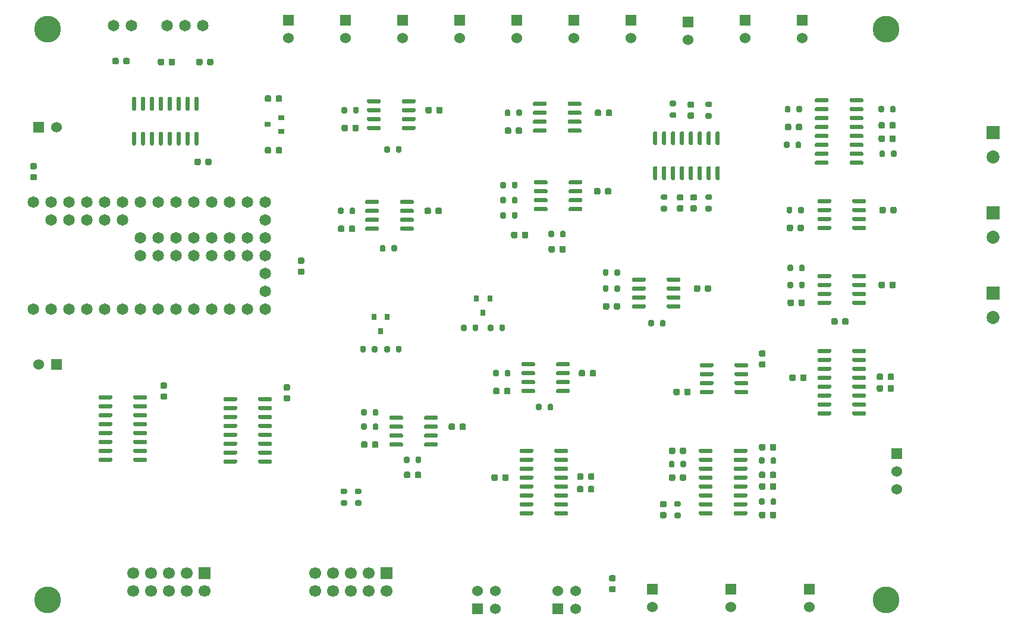
<source format=gts>
%TF.GenerationSoftware,KiCad,Pcbnew,5.1.7-a382d34a8~87~ubuntu18.04.1*%
%TF.CreationDate,2021-02-16T09:57:15-08:00*%
%TF.ProjectId,potentiostat,706f7465-6e74-4696-9f73-7461742e6b69,rev?*%
%TF.SameCoordinates,Original*%
%TF.FileFunction,Soldermask,Top*%
%TF.FilePolarity,Negative*%
%FSLAX46Y46*%
G04 Gerber Fmt 4.6, Leading zero omitted, Abs format (unit mm)*
G04 Created by KiCad (PCBNEW 5.1.7-a382d34a8~87~ubuntu18.04.1) date 2021-02-16 09:57:15*
%MOMM*%
%LPD*%
G01*
G04 APERTURE LIST*
%ADD10R,1.524000X1.524000*%
%ADD11C,1.524000*%
%ADD12C,1.854200*%
%ADD13R,1.854200X1.854200*%
%ADD14C,1.700000*%
%ADD15R,1.700000X1.700000*%
%ADD16C,1.650000*%
%ADD17C,3.810000*%
%ADD18C,1.651000*%
%ADD19R,0.800000X0.900000*%
%ADD20R,0.900000X0.800000*%
G04 APERTURE END LIST*
D10*
%TO.C,P5*%
X53340000Y-68580000D03*
D11*
X55880000Y-68580000D03*
%TD*%
%TO.C,C3*%
G36*
G01*
X174188000Y-104390000D02*
X174188000Y-103890000D01*
G75*
G02*
X174413000Y-103665000I225000J0D01*
G01*
X174863000Y-103665000D01*
G75*
G02*
X175088000Y-103890000I0J-225000D01*
G01*
X175088000Y-104390000D01*
G75*
G02*
X174863000Y-104615000I-225000J0D01*
G01*
X174413000Y-104615000D01*
G75*
G02*
X174188000Y-104390000I0J225000D01*
G01*
G37*
G36*
G01*
X172638000Y-104390000D02*
X172638000Y-103890000D01*
G75*
G02*
X172863000Y-103665000I225000J0D01*
G01*
X173313000Y-103665000D01*
G75*
G02*
X173538000Y-103890000I0J-225000D01*
G01*
X173538000Y-104390000D01*
G75*
G02*
X173313000Y-104615000I-225000J0D01*
G01*
X172863000Y-104615000D01*
G75*
G02*
X172638000Y-104390000I0J225000D01*
G01*
G37*
%TD*%
%TO.C,U11*%
G36*
G01*
X123804000Y-76604000D02*
X123804000Y-76304000D01*
G75*
G02*
X123954000Y-76154000I150000J0D01*
G01*
X125604000Y-76154000D01*
G75*
G02*
X125754000Y-76304000I0J-150000D01*
G01*
X125754000Y-76604000D01*
G75*
G02*
X125604000Y-76754000I-150000J0D01*
G01*
X123954000Y-76754000D01*
G75*
G02*
X123804000Y-76604000I0J150000D01*
G01*
G37*
G36*
G01*
X123804000Y-77874000D02*
X123804000Y-77574000D01*
G75*
G02*
X123954000Y-77424000I150000J0D01*
G01*
X125604000Y-77424000D01*
G75*
G02*
X125754000Y-77574000I0J-150000D01*
G01*
X125754000Y-77874000D01*
G75*
G02*
X125604000Y-78024000I-150000J0D01*
G01*
X123954000Y-78024000D01*
G75*
G02*
X123804000Y-77874000I0J150000D01*
G01*
G37*
G36*
G01*
X123804000Y-79144000D02*
X123804000Y-78844000D01*
G75*
G02*
X123954000Y-78694000I150000J0D01*
G01*
X125604000Y-78694000D01*
G75*
G02*
X125754000Y-78844000I0J-150000D01*
G01*
X125754000Y-79144000D01*
G75*
G02*
X125604000Y-79294000I-150000J0D01*
G01*
X123954000Y-79294000D01*
G75*
G02*
X123804000Y-79144000I0J150000D01*
G01*
G37*
G36*
G01*
X123804000Y-80414000D02*
X123804000Y-80114000D01*
G75*
G02*
X123954000Y-79964000I150000J0D01*
G01*
X125604000Y-79964000D01*
G75*
G02*
X125754000Y-80114000I0J-150000D01*
G01*
X125754000Y-80414000D01*
G75*
G02*
X125604000Y-80564000I-150000J0D01*
G01*
X123954000Y-80564000D01*
G75*
G02*
X123804000Y-80414000I0J150000D01*
G01*
G37*
G36*
G01*
X128754000Y-80414000D02*
X128754000Y-80114000D01*
G75*
G02*
X128904000Y-79964000I150000J0D01*
G01*
X130554000Y-79964000D01*
G75*
G02*
X130704000Y-80114000I0J-150000D01*
G01*
X130704000Y-80414000D01*
G75*
G02*
X130554000Y-80564000I-150000J0D01*
G01*
X128904000Y-80564000D01*
G75*
G02*
X128754000Y-80414000I0J150000D01*
G01*
G37*
G36*
G01*
X128754000Y-79144000D02*
X128754000Y-78844000D01*
G75*
G02*
X128904000Y-78694000I150000J0D01*
G01*
X130554000Y-78694000D01*
G75*
G02*
X130704000Y-78844000I0J-150000D01*
G01*
X130704000Y-79144000D01*
G75*
G02*
X130554000Y-79294000I-150000J0D01*
G01*
X128904000Y-79294000D01*
G75*
G02*
X128754000Y-79144000I0J150000D01*
G01*
G37*
G36*
G01*
X128754000Y-77874000D02*
X128754000Y-77574000D01*
G75*
G02*
X128904000Y-77424000I150000J0D01*
G01*
X130554000Y-77424000D01*
G75*
G02*
X130704000Y-77574000I0J-150000D01*
G01*
X130704000Y-77874000D01*
G75*
G02*
X130554000Y-78024000I-150000J0D01*
G01*
X128904000Y-78024000D01*
G75*
G02*
X128754000Y-77874000I0J150000D01*
G01*
G37*
G36*
G01*
X128754000Y-76604000D02*
X128754000Y-76304000D01*
G75*
G02*
X128904000Y-76154000I150000J0D01*
G01*
X130554000Y-76154000D01*
G75*
G02*
X130704000Y-76304000I0J-150000D01*
G01*
X130704000Y-76604000D01*
G75*
G02*
X130554000Y-76754000I-150000J0D01*
G01*
X128904000Y-76754000D01*
G75*
G02*
X128754000Y-76604000I0J150000D01*
G01*
G37*
%TD*%
D10*
%TO.C,K1*%
X175514000Y-115062000D03*
D11*
X175514000Y-117602000D03*
X175514000Y-120142000D03*
%TD*%
D12*
%TO.C,P1*%
X189230000Y-72870060D03*
D13*
X189230000Y-69369940D03*
%TD*%
D12*
%TO.C,P2*%
X189230000Y-84300060D03*
D13*
X189230000Y-80799940D03*
%TD*%
D12*
%TO.C,P3*%
X189230000Y-95730060D03*
D13*
X189230000Y-92229940D03*
%TD*%
D14*
%TO.C,P14*%
X66802000Y-134620000D03*
X66802000Y-132080000D03*
X69342000Y-134620000D03*
X69342000Y-132080000D03*
X71882000Y-134620000D03*
X71882000Y-132080000D03*
X74422000Y-134620000D03*
X74422000Y-132080000D03*
X76962000Y-134620000D03*
D15*
X76962000Y-132080000D03*
%TD*%
D14*
%TO.C,P13*%
X92710000Y-134620000D03*
X92710000Y-132080000D03*
X95250000Y-134620000D03*
X95250000Y-132080000D03*
X97790000Y-134620000D03*
X97790000Y-132080000D03*
X100330000Y-134620000D03*
X100330000Y-132080000D03*
X102870000Y-134620000D03*
D15*
X102870000Y-132080000D03*
%TD*%
D16*
%TO.C,U2*%
X57658000Y-81788000D03*
X55118000Y-81788000D03*
X60198000Y-81788000D03*
X62738000Y-81788000D03*
X65278000Y-81788000D03*
X67818000Y-84328000D03*
X70358000Y-84328000D03*
X72898000Y-84328000D03*
X75438000Y-84328000D03*
X77978000Y-84328000D03*
X80518000Y-84328000D03*
X83058000Y-84328000D03*
X83058000Y-86868000D03*
X80518000Y-86868000D03*
X77978000Y-86868000D03*
X75438000Y-86868000D03*
X72898000Y-86868000D03*
X70358000Y-86868000D03*
X67818000Y-86868000D03*
X52578000Y-79248000D03*
X55118000Y-79248000D03*
X57658000Y-79248000D03*
X60198000Y-79248000D03*
X62738000Y-79248000D03*
X65278000Y-79248000D03*
X67818000Y-79248000D03*
X70358000Y-79248000D03*
X72898000Y-79248000D03*
X75438000Y-79248000D03*
X77978000Y-79248000D03*
X80518000Y-79248000D03*
X83058000Y-79248000D03*
X85598000Y-79248000D03*
X85598000Y-81788000D03*
X85598000Y-84328000D03*
X85598000Y-86868000D03*
X85598000Y-89408000D03*
X85598000Y-91948000D03*
X85598000Y-94488000D03*
X83058000Y-94488000D03*
X80518000Y-94488000D03*
X77978000Y-94488000D03*
X75438000Y-94488000D03*
X72898000Y-94488000D03*
X70358000Y-94488000D03*
X67818000Y-94488000D03*
X65278000Y-94488000D03*
X62738000Y-94488000D03*
X60198000Y-94488000D03*
X57658000Y-94488000D03*
X55118000Y-94488000D03*
X52578000Y-94488000D03*
%TD*%
D10*
%TO.C,P7*%
X129540000Y-53340000D03*
D11*
X129540000Y-55880000D03*
%TD*%
D10*
%TO.C,P9*%
X137668000Y-53340000D03*
D11*
X137668000Y-55880000D03*
%TD*%
D10*
%TO.C,P20*%
X163068000Y-134366000D03*
D11*
X163068000Y-136906000D03*
%TD*%
%TO.C,P21*%
X145796000Y-56134000D03*
D10*
X145796000Y-53594000D03*
%TD*%
%TO.C,P19*%
X153924000Y-53340000D03*
D11*
X153924000Y-55880000D03*
%TD*%
D10*
%TO.C,P6*%
X121412000Y-53340000D03*
D11*
X121412000Y-55880000D03*
%TD*%
D10*
%TO.C,P10*%
X105156000Y-53340000D03*
D11*
X105156000Y-55880000D03*
%TD*%
D10*
%TO.C,P12*%
X97028000Y-53340000D03*
D11*
X97028000Y-55880000D03*
%TD*%
D10*
%TO.C,P11*%
X88900000Y-53340000D03*
D11*
X88900000Y-55880000D03*
%TD*%
D10*
%TO.C,P4*%
X55880000Y-102362000D03*
D11*
X53340000Y-102362000D03*
%TD*%
D10*
%TO.C,P18*%
X140716000Y-134366000D03*
D11*
X140716000Y-136906000D03*
%TD*%
D10*
%TO.C,P17*%
X151892000Y-134366000D03*
D11*
X151892000Y-136906000D03*
%TD*%
D10*
%TO.C,P8*%
X113284000Y-53340000D03*
D11*
X113284000Y-55880000D03*
%TD*%
D10*
%TO.C,P16*%
X127254000Y-137160000D03*
D11*
X127254000Y-134620000D03*
X129794000Y-137160000D03*
X129794000Y-134620000D03*
%TD*%
D10*
%TO.C,P15*%
X115824000Y-137160000D03*
D11*
X115824000Y-134620000D03*
X118364000Y-137160000D03*
X118364000Y-134620000D03*
%TD*%
D17*
%TO.C,H3*%
X173990000Y-135890000D03*
%TD*%
%TO.C,H4*%
X54610000Y-135890000D03*
%TD*%
%TO.C,H1*%
X54610000Y-54610000D03*
%TD*%
%TO.C,H2*%
X173990000Y-54610000D03*
%TD*%
D18*
%TO.C,U6*%
X64008000Y-54102000D03*
X66548000Y-54102000D03*
X71628000Y-54102000D03*
X74168000Y-54102000D03*
X76708000Y-54102000D03*
%TD*%
%TO.C,C1*%
G36*
G01*
X86416000Y-71632000D02*
X86416000Y-72132000D01*
G75*
G02*
X86191000Y-72357000I-225000J0D01*
G01*
X85741000Y-72357000D01*
G75*
G02*
X85516000Y-72132000I0J225000D01*
G01*
X85516000Y-71632000D01*
G75*
G02*
X85741000Y-71407000I225000J0D01*
G01*
X86191000Y-71407000D01*
G75*
G02*
X86416000Y-71632000I0J-225000D01*
G01*
G37*
G36*
G01*
X87966000Y-71632000D02*
X87966000Y-72132000D01*
G75*
G02*
X87741000Y-72357000I-225000J0D01*
G01*
X87291000Y-72357000D01*
G75*
G02*
X87066000Y-72132000I0J225000D01*
G01*
X87066000Y-71632000D01*
G75*
G02*
X87291000Y-71407000I225000J0D01*
G01*
X87741000Y-71407000D01*
G75*
G02*
X87966000Y-71632000I0J-225000D01*
G01*
G37*
%TD*%
%TO.C,C2*%
G36*
G01*
X162642000Y-104017000D02*
X162642000Y-104517000D01*
G75*
G02*
X162417000Y-104742000I-225000J0D01*
G01*
X161967000Y-104742000D01*
G75*
G02*
X161742000Y-104517000I0J225000D01*
G01*
X161742000Y-104017000D01*
G75*
G02*
X161967000Y-103792000I225000J0D01*
G01*
X162417000Y-103792000D01*
G75*
G02*
X162642000Y-104017000I0J-225000D01*
G01*
G37*
G36*
G01*
X161092000Y-104017000D02*
X161092000Y-104517000D01*
G75*
G02*
X160867000Y-104742000I-225000J0D01*
G01*
X160417000Y-104742000D01*
G75*
G02*
X160192000Y-104517000I0J225000D01*
G01*
X160192000Y-104017000D01*
G75*
G02*
X160417000Y-103792000I225000J0D01*
G01*
X160867000Y-103792000D01*
G75*
G02*
X161092000Y-104017000I0J-225000D01*
G01*
G37*
%TD*%
%TO.C,C4*%
G36*
G01*
X174188000Y-106041000D02*
X174188000Y-105541000D01*
G75*
G02*
X174413000Y-105316000I225000J0D01*
G01*
X174863000Y-105316000D01*
G75*
G02*
X175088000Y-105541000I0J-225000D01*
G01*
X175088000Y-106041000D01*
G75*
G02*
X174863000Y-106266000I-225000J0D01*
G01*
X174413000Y-106266000D01*
G75*
G02*
X174188000Y-106041000I0J225000D01*
G01*
G37*
G36*
G01*
X172638000Y-106041000D02*
X172638000Y-105541000D01*
G75*
G02*
X172863000Y-105316000I225000J0D01*
G01*
X173313000Y-105316000D01*
G75*
G02*
X173538000Y-105541000I0J-225000D01*
G01*
X173538000Y-106041000D01*
G75*
G02*
X173313000Y-106266000I-225000J0D01*
G01*
X172863000Y-106266000D01*
G75*
G02*
X172638000Y-106041000I0J225000D01*
G01*
G37*
%TD*%
%TO.C,C5*%
G36*
G01*
X87966000Y-64266000D02*
X87966000Y-64766000D01*
G75*
G02*
X87741000Y-64991000I-225000J0D01*
G01*
X87291000Y-64991000D01*
G75*
G02*
X87066000Y-64766000I0J225000D01*
G01*
X87066000Y-64266000D01*
G75*
G02*
X87291000Y-64041000I225000J0D01*
G01*
X87741000Y-64041000D01*
G75*
G02*
X87966000Y-64266000I0J-225000D01*
G01*
G37*
G36*
G01*
X86416000Y-64266000D02*
X86416000Y-64766000D01*
G75*
G02*
X86191000Y-64991000I-225000J0D01*
G01*
X85741000Y-64991000D01*
G75*
G02*
X85516000Y-64766000I0J225000D01*
G01*
X85516000Y-64266000D01*
G75*
G02*
X85741000Y-64041000I225000J0D01*
G01*
X86191000Y-64041000D01*
G75*
G02*
X86416000Y-64266000I0J-225000D01*
G01*
G37*
%TD*%
%TO.C,C6*%
G36*
G01*
X126802000Y-85729000D02*
X126802000Y-86229000D01*
G75*
G02*
X126577000Y-86454000I-225000J0D01*
G01*
X126127000Y-86454000D01*
G75*
G02*
X125902000Y-86229000I0J225000D01*
G01*
X125902000Y-85729000D01*
G75*
G02*
X126127000Y-85504000I225000J0D01*
G01*
X126577000Y-85504000D01*
G75*
G02*
X126802000Y-85729000I0J-225000D01*
G01*
G37*
G36*
G01*
X128352000Y-85729000D02*
X128352000Y-86229000D01*
G75*
G02*
X128127000Y-86454000I-225000J0D01*
G01*
X127677000Y-86454000D01*
G75*
G02*
X127452000Y-86229000I0J225000D01*
G01*
X127452000Y-85729000D01*
G75*
G02*
X127677000Y-85504000I225000J0D01*
G01*
X128127000Y-85504000D01*
G75*
G02*
X128352000Y-85729000I0J-225000D01*
G01*
G37*
%TD*%
%TO.C,C7*%
G36*
G01*
X52828000Y-76155000D02*
X52328000Y-76155000D01*
G75*
G02*
X52103000Y-75930000I0J225000D01*
G01*
X52103000Y-75480000D01*
G75*
G02*
X52328000Y-75255000I225000J0D01*
G01*
X52828000Y-75255000D01*
G75*
G02*
X53053000Y-75480000I0J-225000D01*
G01*
X53053000Y-75930000D01*
G75*
G02*
X52828000Y-76155000I-225000J0D01*
G01*
G37*
G36*
G01*
X52828000Y-74605000D02*
X52328000Y-74605000D01*
G75*
G02*
X52103000Y-74380000I0J225000D01*
G01*
X52103000Y-73930000D01*
G75*
G02*
X52328000Y-73705000I225000J0D01*
G01*
X52828000Y-73705000D01*
G75*
G02*
X53053000Y-73930000I0J-225000D01*
G01*
X53053000Y-74380000D01*
G75*
G02*
X52828000Y-74605000I-225000J0D01*
G01*
G37*
%TD*%
%TO.C,C8*%
G36*
G01*
X90928000Y-88067000D02*
X90428000Y-88067000D01*
G75*
G02*
X90203000Y-87842000I0J225000D01*
G01*
X90203000Y-87392000D01*
G75*
G02*
X90428000Y-87167000I225000J0D01*
G01*
X90928000Y-87167000D01*
G75*
G02*
X91153000Y-87392000I0J-225000D01*
G01*
X91153000Y-87842000D01*
G75*
G02*
X90928000Y-88067000I-225000J0D01*
G01*
G37*
G36*
G01*
X90928000Y-89617000D02*
X90428000Y-89617000D01*
G75*
G02*
X90203000Y-89392000I0J225000D01*
G01*
X90203000Y-88942000D01*
G75*
G02*
X90428000Y-88717000I225000J0D01*
G01*
X90928000Y-88717000D01*
G75*
G02*
X91153000Y-88942000I0J-225000D01*
G01*
X91153000Y-89392000D01*
G75*
G02*
X90928000Y-89617000I-225000J0D01*
G01*
G37*
%TD*%
%TO.C,C9*%
G36*
G01*
X135251000Y-134829000D02*
X134751000Y-134829000D01*
G75*
G02*
X134526000Y-134604000I0J225000D01*
G01*
X134526000Y-134154000D01*
G75*
G02*
X134751000Y-133929000I225000J0D01*
G01*
X135251000Y-133929000D01*
G75*
G02*
X135476000Y-134154000I0J-225000D01*
G01*
X135476000Y-134604000D01*
G75*
G02*
X135251000Y-134829000I-225000J0D01*
G01*
G37*
G36*
G01*
X135251000Y-133279000D02*
X134751000Y-133279000D01*
G75*
G02*
X134526000Y-133054000I0J225000D01*
G01*
X134526000Y-132604000D01*
G75*
G02*
X134751000Y-132379000I225000J0D01*
G01*
X135251000Y-132379000D01*
G75*
G02*
X135476000Y-132604000I0J-225000D01*
G01*
X135476000Y-133054000D01*
G75*
G02*
X135251000Y-133279000I-225000J0D01*
G01*
G37*
%TD*%
%TO.C,C10*%
G36*
G01*
X71370000Y-105847000D02*
X70870000Y-105847000D01*
G75*
G02*
X70645000Y-105622000I0J225000D01*
G01*
X70645000Y-105172000D01*
G75*
G02*
X70870000Y-104947000I225000J0D01*
G01*
X71370000Y-104947000D01*
G75*
G02*
X71595000Y-105172000I0J-225000D01*
G01*
X71595000Y-105622000D01*
G75*
G02*
X71370000Y-105847000I-225000J0D01*
G01*
G37*
G36*
G01*
X71370000Y-107397000D02*
X70870000Y-107397000D01*
G75*
G02*
X70645000Y-107172000I0J225000D01*
G01*
X70645000Y-106722000D01*
G75*
G02*
X70870000Y-106497000I225000J0D01*
G01*
X71370000Y-106497000D01*
G75*
G02*
X71595000Y-106722000I0J-225000D01*
G01*
X71595000Y-107172000D01*
G75*
G02*
X71370000Y-107397000I-225000J0D01*
G01*
G37*
%TD*%
%TO.C,C11*%
G36*
G01*
X123018000Y-83697000D02*
X123018000Y-84197000D01*
G75*
G02*
X122793000Y-84422000I-225000J0D01*
G01*
X122343000Y-84422000D01*
G75*
G02*
X122118000Y-84197000I0J225000D01*
G01*
X122118000Y-83697000D01*
G75*
G02*
X122343000Y-83472000I225000J0D01*
G01*
X122793000Y-83472000D01*
G75*
G02*
X123018000Y-83697000I0J-225000D01*
G01*
G37*
G36*
G01*
X121468000Y-83697000D02*
X121468000Y-84197000D01*
G75*
G02*
X121243000Y-84422000I-225000J0D01*
G01*
X120793000Y-84422000D01*
G75*
G02*
X120568000Y-84197000I0J225000D01*
G01*
X120568000Y-83697000D01*
G75*
G02*
X120793000Y-83472000I225000J0D01*
G01*
X121243000Y-83472000D01*
G75*
G02*
X121468000Y-83697000I0J-225000D01*
G01*
G37*
%TD*%
%TO.C,C12*%
G36*
G01*
X97338000Y-68457000D02*
X97338000Y-68957000D01*
G75*
G02*
X97113000Y-69182000I-225000J0D01*
G01*
X96663000Y-69182000D01*
G75*
G02*
X96438000Y-68957000I0J225000D01*
G01*
X96438000Y-68457000D01*
G75*
G02*
X96663000Y-68232000I225000J0D01*
G01*
X97113000Y-68232000D01*
G75*
G02*
X97338000Y-68457000I0J-225000D01*
G01*
G37*
G36*
G01*
X98888000Y-68457000D02*
X98888000Y-68957000D01*
G75*
G02*
X98663000Y-69182000I-225000J0D01*
G01*
X98213000Y-69182000D01*
G75*
G02*
X97988000Y-68957000I0J225000D01*
G01*
X97988000Y-68457000D01*
G75*
G02*
X98213000Y-68232000I225000J0D01*
G01*
X98663000Y-68232000D01*
G75*
G02*
X98888000Y-68457000I0J-225000D01*
G01*
G37*
%TD*%
%TO.C,C13*%
G36*
G01*
X144403000Y-78150000D02*
X144903000Y-78150000D01*
G75*
G02*
X145128000Y-78375000I0J-225000D01*
G01*
X145128000Y-78825000D01*
G75*
G02*
X144903000Y-79050000I-225000J0D01*
G01*
X144403000Y-79050000D01*
G75*
G02*
X144178000Y-78825000I0J225000D01*
G01*
X144178000Y-78375000D01*
G75*
G02*
X144403000Y-78150000I225000J0D01*
G01*
G37*
G36*
G01*
X144403000Y-79700000D02*
X144903000Y-79700000D01*
G75*
G02*
X145128000Y-79925000I0J-225000D01*
G01*
X145128000Y-80375000D01*
G75*
G02*
X144903000Y-80600000I-225000J0D01*
G01*
X144403000Y-80600000D01*
G75*
G02*
X144178000Y-80375000I0J225000D01*
G01*
X144178000Y-79925000D01*
G75*
G02*
X144403000Y-79700000I225000J0D01*
G01*
G37*
%TD*%
%TO.C,C14*%
G36*
G01*
X122129000Y-68838000D02*
X122129000Y-69338000D01*
G75*
G02*
X121904000Y-69563000I-225000J0D01*
G01*
X121454000Y-69563000D01*
G75*
G02*
X121229000Y-69338000I0J225000D01*
G01*
X121229000Y-68838000D01*
G75*
G02*
X121454000Y-68613000I225000J0D01*
G01*
X121904000Y-68613000D01*
G75*
G02*
X122129000Y-68838000I0J-225000D01*
G01*
G37*
G36*
G01*
X120579000Y-68838000D02*
X120579000Y-69338000D01*
G75*
G02*
X120354000Y-69563000I-225000J0D01*
G01*
X119904000Y-69563000D01*
G75*
G02*
X119679000Y-69338000I0J225000D01*
G01*
X119679000Y-68838000D01*
G75*
G02*
X119904000Y-68613000I225000J0D01*
G01*
X120354000Y-68613000D01*
G75*
G02*
X120579000Y-68838000I0J-225000D01*
G01*
G37*
%TD*%
%TO.C,C15*%
G36*
G01*
X98380000Y-82808000D02*
X98380000Y-83308000D01*
G75*
G02*
X98155000Y-83533000I-225000J0D01*
G01*
X97705000Y-83533000D01*
G75*
G02*
X97480000Y-83308000I0J225000D01*
G01*
X97480000Y-82808000D01*
G75*
G02*
X97705000Y-82583000I225000J0D01*
G01*
X98155000Y-82583000D01*
G75*
G02*
X98380000Y-82808000I0J-225000D01*
G01*
G37*
G36*
G01*
X96830000Y-82808000D02*
X96830000Y-83308000D01*
G75*
G02*
X96605000Y-83533000I-225000J0D01*
G01*
X96155000Y-83533000D01*
G75*
G02*
X95930000Y-83308000I0J225000D01*
G01*
X95930000Y-82808000D01*
G75*
G02*
X96155000Y-82583000I225000J0D01*
G01*
X96605000Y-82583000D01*
G75*
G02*
X96830000Y-82808000I0J-225000D01*
G01*
G37*
%TD*%
%TO.C,C16*%
G36*
G01*
X133929000Y-77974000D02*
X133929000Y-77474000D01*
G75*
G02*
X134154000Y-77249000I225000J0D01*
G01*
X134604000Y-77249000D01*
G75*
G02*
X134829000Y-77474000I0J-225000D01*
G01*
X134829000Y-77974000D01*
G75*
G02*
X134604000Y-78199000I-225000J0D01*
G01*
X134154000Y-78199000D01*
G75*
G02*
X133929000Y-77974000I0J225000D01*
G01*
G37*
G36*
G01*
X132379000Y-77974000D02*
X132379000Y-77474000D01*
G75*
G02*
X132604000Y-77249000I225000J0D01*
G01*
X133054000Y-77249000D01*
G75*
G02*
X133279000Y-77474000I0J-225000D01*
G01*
X133279000Y-77974000D01*
G75*
G02*
X133054000Y-78199000I-225000J0D01*
G01*
X132604000Y-78199000D01*
G75*
G02*
X132379000Y-77974000I0J225000D01*
G01*
G37*
%TD*%
%TO.C,C17*%
G36*
G01*
X146427000Y-65842000D02*
X145927000Y-65842000D01*
G75*
G02*
X145702000Y-65617000I0J225000D01*
G01*
X145702000Y-65167000D01*
G75*
G02*
X145927000Y-64942000I225000J0D01*
G01*
X146427000Y-64942000D01*
G75*
G02*
X146652000Y-65167000I0J-225000D01*
G01*
X146652000Y-65617000D01*
G75*
G02*
X146427000Y-65842000I-225000J0D01*
G01*
G37*
G36*
G01*
X146427000Y-67392000D02*
X145927000Y-67392000D01*
G75*
G02*
X145702000Y-67167000I0J225000D01*
G01*
X145702000Y-66717000D01*
G75*
G02*
X145927000Y-66492000I225000J0D01*
G01*
X146427000Y-66492000D01*
G75*
G02*
X146652000Y-66717000I0J-225000D01*
G01*
X146652000Y-67167000D01*
G75*
G02*
X146427000Y-67392000I-225000J0D01*
G01*
G37*
%TD*%
%TO.C,C18*%
G36*
G01*
X109926000Y-66417000D02*
X109926000Y-65917000D01*
G75*
G02*
X110151000Y-65692000I225000J0D01*
G01*
X110601000Y-65692000D01*
G75*
G02*
X110826000Y-65917000I0J-225000D01*
G01*
X110826000Y-66417000D01*
G75*
G02*
X110601000Y-66642000I-225000J0D01*
G01*
X110151000Y-66642000D01*
G75*
G02*
X109926000Y-66417000I0J225000D01*
G01*
G37*
G36*
G01*
X108376000Y-66417000D02*
X108376000Y-65917000D01*
G75*
G02*
X108601000Y-65692000I225000J0D01*
G01*
X109051000Y-65692000D01*
G75*
G02*
X109276000Y-65917000I0J-225000D01*
G01*
X109276000Y-66417000D01*
G75*
G02*
X109051000Y-66642000I-225000J0D01*
G01*
X108601000Y-66642000D01*
G75*
G02*
X108376000Y-66417000I0J225000D01*
G01*
G37*
%TD*%
%TO.C,C19*%
G36*
G01*
X134056000Y-66798000D02*
X134056000Y-66298000D01*
G75*
G02*
X134281000Y-66073000I225000J0D01*
G01*
X134731000Y-66073000D01*
G75*
G02*
X134956000Y-66298000I0J-225000D01*
G01*
X134956000Y-66798000D01*
G75*
G02*
X134731000Y-67023000I-225000J0D01*
G01*
X134281000Y-67023000D01*
G75*
G02*
X134056000Y-66798000I0J225000D01*
G01*
G37*
G36*
G01*
X132506000Y-66798000D02*
X132506000Y-66298000D01*
G75*
G02*
X132731000Y-66073000I225000J0D01*
G01*
X133181000Y-66073000D01*
G75*
G02*
X133406000Y-66298000I0J-225000D01*
G01*
X133406000Y-66798000D01*
G75*
G02*
X133181000Y-67023000I-225000J0D01*
G01*
X132731000Y-67023000D01*
G75*
G02*
X132506000Y-66798000I0J225000D01*
G01*
G37*
%TD*%
%TO.C,C20*%
G36*
G01*
X146308000Y-78150000D02*
X146808000Y-78150000D01*
G75*
G02*
X147033000Y-78375000I0J-225000D01*
G01*
X147033000Y-78825000D01*
G75*
G02*
X146808000Y-79050000I-225000J0D01*
G01*
X146308000Y-79050000D01*
G75*
G02*
X146083000Y-78825000I0J225000D01*
G01*
X146083000Y-78375000D01*
G75*
G02*
X146308000Y-78150000I225000J0D01*
G01*
G37*
G36*
G01*
X146308000Y-79700000D02*
X146808000Y-79700000D01*
G75*
G02*
X147033000Y-79925000I0J-225000D01*
G01*
X147033000Y-80375000D01*
G75*
G02*
X146808000Y-80600000I-225000J0D01*
G01*
X146308000Y-80600000D01*
G75*
G02*
X146083000Y-80375000I0J225000D01*
G01*
X146083000Y-79925000D01*
G75*
G02*
X146308000Y-79700000I225000J0D01*
G01*
G37*
%TD*%
%TO.C,C21*%
G36*
G01*
X108249000Y-80768000D02*
X108249000Y-80268000D01*
G75*
G02*
X108474000Y-80043000I225000J0D01*
G01*
X108924000Y-80043000D01*
G75*
G02*
X109149000Y-80268000I0J-225000D01*
G01*
X109149000Y-80768000D01*
G75*
G02*
X108924000Y-80993000I-225000J0D01*
G01*
X108474000Y-80993000D01*
G75*
G02*
X108249000Y-80768000I0J225000D01*
G01*
G37*
G36*
G01*
X109799000Y-80768000D02*
X109799000Y-80268000D01*
G75*
G02*
X110024000Y-80043000I225000J0D01*
G01*
X110474000Y-80043000D01*
G75*
G02*
X110699000Y-80268000I0J-225000D01*
G01*
X110699000Y-80768000D01*
G75*
G02*
X110474000Y-80993000I-225000J0D01*
G01*
X110024000Y-80993000D01*
G75*
G02*
X109799000Y-80768000I0J225000D01*
G01*
G37*
%TD*%
%TO.C,C22*%
G36*
G01*
X70276000Y-59559000D02*
X70276000Y-59059000D01*
G75*
G02*
X70501000Y-58834000I225000J0D01*
G01*
X70951000Y-58834000D01*
G75*
G02*
X71176000Y-59059000I0J-225000D01*
G01*
X71176000Y-59559000D01*
G75*
G02*
X70951000Y-59784000I-225000J0D01*
G01*
X70501000Y-59784000D01*
G75*
G02*
X70276000Y-59559000I0J225000D01*
G01*
G37*
G36*
G01*
X71826000Y-59559000D02*
X71826000Y-59059000D01*
G75*
G02*
X72051000Y-58834000I225000J0D01*
G01*
X72501000Y-58834000D01*
G75*
G02*
X72726000Y-59059000I0J-225000D01*
G01*
X72726000Y-59559000D01*
G75*
G02*
X72501000Y-59784000I-225000J0D01*
G01*
X72051000Y-59784000D01*
G75*
G02*
X71826000Y-59559000I0J225000D01*
G01*
G37*
%TD*%
%TO.C,C23*%
G36*
G01*
X76637000Y-59059000D02*
X76637000Y-59559000D01*
G75*
G02*
X76412000Y-59784000I-225000J0D01*
G01*
X75962000Y-59784000D01*
G75*
G02*
X75737000Y-59559000I0J225000D01*
G01*
X75737000Y-59059000D01*
G75*
G02*
X75962000Y-58834000I225000J0D01*
G01*
X76412000Y-58834000D01*
G75*
G02*
X76637000Y-59059000I0J-225000D01*
G01*
G37*
G36*
G01*
X78187000Y-59059000D02*
X78187000Y-59559000D01*
G75*
G02*
X77962000Y-59784000I-225000J0D01*
G01*
X77512000Y-59784000D01*
G75*
G02*
X77287000Y-59559000I0J225000D01*
G01*
X77287000Y-59059000D01*
G75*
G02*
X77512000Y-58834000I225000J0D01*
G01*
X77962000Y-58834000D01*
G75*
G02*
X78187000Y-59059000I0J-225000D01*
G01*
G37*
%TD*%
%TO.C,C24*%
G36*
G01*
X65349000Y-59432000D02*
X65349000Y-58932000D01*
G75*
G02*
X65574000Y-58707000I225000J0D01*
G01*
X66024000Y-58707000D01*
G75*
G02*
X66249000Y-58932000I0J-225000D01*
G01*
X66249000Y-59432000D01*
G75*
G02*
X66024000Y-59657000I-225000J0D01*
G01*
X65574000Y-59657000D01*
G75*
G02*
X65349000Y-59432000I0J225000D01*
G01*
G37*
G36*
G01*
X63799000Y-59432000D02*
X63799000Y-58932000D01*
G75*
G02*
X64024000Y-58707000I225000J0D01*
G01*
X64474000Y-58707000D01*
G75*
G02*
X64699000Y-58932000I0J-225000D01*
G01*
X64699000Y-59432000D01*
G75*
G02*
X64474000Y-59657000I-225000J0D01*
G01*
X64024000Y-59657000D01*
G75*
G02*
X63799000Y-59432000I0J225000D01*
G01*
G37*
%TD*%
%TO.C,C25*%
G36*
G01*
X145497000Y-114431000D02*
X145497000Y-114931000D01*
G75*
G02*
X145272000Y-115156000I-225000J0D01*
G01*
X144822000Y-115156000D01*
G75*
G02*
X144597000Y-114931000I0J225000D01*
G01*
X144597000Y-114431000D01*
G75*
G02*
X144822000Y-114206000I225000J0D01*
G01*
X145272000Y-114206000D01*
G75*
G02*
X145497000Y-114431000I0J-225000D01*
G01*
G37*
G36*
G01*
X143947000Y-114431000D02*
X143947000Y-114931000D01*
G75*
G02*
X143722000Y-115156000I-225000J0D01*
G01*
X143272000Y-115156000D01*
G75*
G02*
X143047000Y-114931000I0J225000D01*
G01*
X143047000Y-114431000D01*
G75*
G02*
X143272000Y-114206000I225000J0D01*
G01*
X143722000Y-114206000D01*
G75*
G02*
X143947000Y-114431000I0J-225000D01*
G01*
G37*
%TD*%
%TO.C,C26*%
G36*
G01*
X141990000Y-123388000D02*
X142490000Y-123388000D01*
G75*
G02*
X142715000Y-123613000I0J-225000D01*
G01*
X142715000Y-124063000D01*
G75*
G02*
X142490000Y-124288000I-225000J0D01*
G01*
X141990000Y-124288000D01*
G75*
G02*
X141765000Y-124063000I0J225000D01*
G01*
X141765000Y-123613000D01*
G75*
G02*
X141990000Y-123388000I225000J0D01*
G01*
G37*
G36*
G01*
X141990000Y-121838000D02*
X142490000Y-121838000D01*
G75*
G02*
X142715000Y-122063000I0J-225000D01*
G01*
X142715000Y-122513000D01*
G75*
G02*
X142490000Y-122738000I-225000J0D01*
G01*
X141990000Y-122738000D01*
G75*
G02*
X141765000Y-122513000I0J225000D01*
G01*
X141765000Y-122063000D01*
G75*
G02*
X141990000Y-121838000I225000J0D01*
G01*
G37*
%TD*%
%TO.C,C27*%
G36*
G01*
X155874000Y-124075000D02*
X155874000Y-123575000D01*
G75*
G02*
X156099000Y-123350000I225000J0D01*
G01*
X156549000Y-123350000D01*
G75*
G02*
X156774000Y-123575000I0J-225000D01*
G01*
X156774000Y-124075000D01*
G75*
G02*
X156549000Y-124300000I-225000J0D01*
G01*
X156099000Y-124300000D01*
G75*
G02*
X155874000Y-124075000I0J225000D01*
G01*
G37*
G36*
G01*
X157424000Y-124075000D02*
X157424000Y-123575000D01*
G75*
G02*
X157649000Y-123350000I225000J0D01*
G01*
X158099000Y-123350000D01*
G75*
G02*
X158324000Y-123575000I0J-225000D01*
G01*
X158324000Y-124075000D01*
G75*
G02*
X158099000Y-124300000I-225000J0D01*
G01*
X157649000Y-124300000D01*
G75*
G02*
X157424000Y-124075000I0J225000D01*
G01*
G37*
%TD*%
%TO.C,C28*%
G36*
G01*
X155874000Y-114423000D02*
X155874000Y-113923000D01*
G75*
G02*
X156099000Y-113698000I225000J0D01*
G01*
X156549000Y-113698000D01*
G75*
G02*
X156774000Y-113923000I0J-225000D01*
G01*
X156774000Y-114423000D01*
G75*
G02*
X156549000Y-114648000I-225000J0D01*
G01*
X156099000Y-114648000D01*
G75*
G02*
X155874000Y-114423000I0J225000D01*
G01*
G37*
G36*
G01*
X157424000Y-114423000D02*
X157424000Y-113923000D01*
G75*
G02*
X157649000Y-113698000I225000J0D01*
G01*
X158099000Y-113698000D01*
G75*
G02*
X158324000Y-113923000I0J-225000D01*
G01*
X158324000Y-114423000D01*
G75*
G02*
X158099000Y-114648000I-225000J0D01*
G01*
X157649000Y-114648000D01*
G75*
G02*
X157424000Y-114423000I0J225000D01*
G01*
G37*
%TD*%
%TO.C,C29*%
G36*
G01*
X167061000Y-96016000D02*
X167061000Y-96516000D01*
G75*
G02*
X166836000Y-96741000I-225000J0D01*
G01*
X166386000Y-96741000D01*
G75*
G02*
X166161000Y-96516000I0J225000D01*
G01*
X166161000Y-96016000D01*
G75*
G02*
X166386000Y-95791000I225000J0D01*
G01*
X166836000Y-95791000D01*
G75*
G02*
X167061000Y-96016000I0J-225000D01*
G01*
G37*
G36*
G01*
X168611000Y-96016000D02*
X168611000Y-96516000D01*
G75*
G02*
X168386000Y-96741000I-225000J0D01*
G01*
X167936000Y-96741000D01*
G75*
G02*
X167711000Y-96516000I0J225000D01*
G01*
X167711000Y-96016000D01*
G75*
G02*
X167936000Y-95791000I225000J0D01*
G01*
X168386000Y-95791000D01*
G75*
G02*
X168611000Y-96016000I0J-225000D01*
G01*
G37*
%TD*%
%TO.C,C30*%
G36*
G01*
X107778000Y-117860000D02*
X107778000Y-118360000D01*
G75*
G02*
X107553000Y-118585000I-225000J0D01*
G01*
X107103000Y-118585000D01*
G75*
G02*
X106878000Y-118360000I0J225000D01*
G01*
X106878000Y-117860000D01*
G75*
G02*
X107103000Y-117635000I225000J0D01*
G01*
X107553000Y-117635000D01*
G75*
G02*
X107778000Y-117860000I0J-225000D01*
G01*
G37*
G36*
G01*
X106228000Y-117860000D02*
X106228000Y-118360000D01*
G75*
G02*
X106003000Y-118585000I-225000J0D01*
G01*
X105553000Y-118585000D01*
G75*
G02*
X105328000Y-118360000I0J225000D01*
G01*
X105328000Y-117860000D01*
G75*
G02*
X105553000Y-117635000I225000J0D01*
G01*
X106003000Y-117635000D01*
G75*
G02*
X106228000Y-117860000I0J-225000D01*
G01*
G37*
%TD*%
%TO.C,C31*%
G36*
G01*
X160457000Y-68330000D02*
X160457000Y-68830000D01*
G75*
G02*
X160232000Y-69055000I-225000J0D01*
G01*
X159782000Y-69055000D01*
G75*
G02*
X159557000Y-68830000I0J225000D01*
G01*
X159557000Y-68330000D01*
G75*
G02*
X159782000Y-68105000I225000J0D01*
G01*
X160232000Y-68105000D01*
G75*
G02*
X160457000Y-68330000I0J-225000D01*
G01*
G37*
G36*
G01*
X162007000Y-68330000D02*
X162007000Y-68830000D01*
G75*
G02*
X161782000Y-69055000I-225000J0D01*
G01*
X161332000Y-69055000D01*
G75*
G02*
X161107000Y-68830000I0J225000D01*
G01*
X161107000Y-68330000D01*
G75*
G02*
X161332000Y-68105000I225000J0D01*
G01*
X161782000Y-68105000D01*
G75*
G02*
X162007000Y-68330000I0J-225000D01*
G01*
G37*
%TD*%
%TO.C,C32*%
G36*
G01*
X160838000Y-93349000D02*
X160838000Y-93849000D01*
G75*
G02*
X160613000Y-94074000I-225000J0D01*
G01*
X160163000Y-94074000D01*
G75*
G02*
X159938000Y-93849000I0J225000D01*
G01*
X159938000Y-93349000D01*
G75*
G02*
X160163000Y-93124000I225000J0D01*
G01*
X160613000Y-93124000D01*
G75*
G02*
X160838000Y-93349000I0J-225000D01*
G01*
G37*
G36*
G01*
X162388000Y-93349000D02*
X162388000Y-93849000D01*
G75*
G02*
X162163000Y-94074000I-225000J0D01*
G01*
X161713000Y-94074000D01*
G75*
G02*
X161488000Y-93849000I0J225000D01*
G01*
X161488000Y-93349000D01*
G75*
G02*
X161713000Y-93124000I225000J0D01*
G01*
X162163000Y-93124000D01*
G75*
G02*
X162388000Y-93349000I0J-225000D01*
G01*
G37*
%TD*%
%TO.C,C33*%
G36*
G01*
X145497000Y-118241000D02*
X145497000Y-118741000D01*
G75*
G02*
X145272000Y-118966000I-225000J0D01*
G01*
X144822000Y-118966000D01*
G75*
G02*
X144597000Y-118741000I0J225000D01*
G01*
X144597000Y-118241000D01*
G75*
G02*
X144822000Y-118016000I225000J0D01*
G01*
X145272000Y-118016000D01*
G75*
G02*
X145497000Y-118241000I0J-225000D01*
G01*
G37*
G36*
G01*
X143947000Y-118241000D02*
X143947000Y-118741000D01*
G75*
G02*
X143722000Y-118966000I-225000J0D01*
G01*
X143272000Y-118966000D01*
G75*
G02*
X143047000Y-118741000I0J225000D01*
G01*
X143047000Y-118241000D01*
G75*
G02*
X143272000Y-118016000I225000J0D01*
G01*
X143722000Y-118016000D01*
G75*
G02*
X143947000Y-118241000I0J-225000D01*
G01*
G37*
%TD*%
%TO.C,C34*%
G36*
G01*
X144582000Y-106049000D02*
X144582000Y-106549000D01*
G75*
G02*
X144357000Y-106774000I-225000J0D01*
G01*
X143907000Y-106774000D01*
G75*
G02*
X143682000Y-106549000I0J225000D01*
G01*
X143682000Y-106049000D01*
G75*
G02*
X143907000Y-105824000I225000J0D01*
G01*
X144357000Y-105824000D01*
G75*
G02*
X144582000Y-106049000I0J-225000D01*
G01*
G37*
G36*
G01*
X146132000Y-106049000D02*
X146132000Y-106549000D01*
G75*
G02*
X145907000Y-106774000I-225000J0D01*
G01*
X145457000Y-106774000D01*
G75*
G02*
X145232000Y-106549000I0J225000D01*
G01*
X145232000Y-106049000D01*
G75*
G02*
X145457000Y-105824000I225000J0D01*
G01*
X145907000Y-105824000D01*
G75*
G02*
X146132000Y-106049000I0J-225000D01*
G01*
G37*
%TD*%
%TO.C,C35*%
G36*
G01*
X172892000Y-68576000D02*
X172892000Y-68076000D01*
G75*
G02*
X173117000Y-67851000I225000J0D01*
G01*
X173567000Y-67851000D01*
G75*
G02*
X173792000Y-68076000I0J-225000D01*
G01*
X173792000Y-68576000D01*
G75*
G02*
X173567000Y-68801000I-225000J0D01*
G01*
X173117000Y-68801000D01*
G75*
G02*
X172892000Y-68576000I0J225000D01*
G01*
G37*
G36*
G01*
X174442000Y-68576000D02*
X174442000Y-68076000D01*
G75*
G02*
X174667000Y-67851000I225000J0D01*
G01*
X175117000Y-67851000D01*
G75*
G02*
X175342000Y-68076000I0J-225000D01*
G01*
X175342000Y-68576000D01*
G75*
G02*
X175117000Y-68801000I-225000J0D01*
G01*
X174667000Y-68801000D01*
G75*
G02*
X174442000Y-68576000I0J225000D01*
G01*
G37*
%TD*%
%TO.C,C36*%
G36*
G01*
X160711000Y-82681000D02*
X160711000Y-83181000D01*
G75*
G02*
X160486000Y-83406000I-225000J0D01*
G01*
X160036000Y-83406000D01*
G75*
G02*
X159811000Y-83181000I0J225000D01*
G01*
X159811000Y-82681000D01*
G75*
G02*
X160036000Y-82456000I225000J0D01*
G01*
X160486000Y-82456000D01*
G75*
G02*
X160711000Y-82681000I0J-225000D01*
G01*
G37*
G36*
G01*
X162261000Y-82681000D02*
X162261000Y-83181000D01*
G75*
G02*
X162036000Y-83406000I-225000J0D01*
G01*
X161586000Y-83406000D01*
G75*
G02*
X161361000Y-83181000I0J225000D01*
G01*
X161361000Y-82681000D01*
G75*
G02*
X161586000Y-82456000I225000J0D01*
G01*
X162036000Y-82456000D01*
G75*
G02*
X162261000Y-82681000I0J-225000D01*
G01*
G37*
%TD*%
%TO.C,C37*%
G36*
G01*
X157424000Y-118360000D02*
X157424000Y-117860000D01*
G75*
G02*
X157649000Y-117635000I225000J0D01*
G01*
X158099000Y-117635000D01*
G75*
G02*
X158324000Y-117860000I0J-225000D01*
G01*
X158324000Y-118360000D01*
G75*
G02*
X158099000Y-118585000I-225000J0D01*
G01*
X157649000Y-118585000D01*
G75*
G02*
X157424000Y-118360000I0J225000D01*
G01*
G37*
G36*
G01*
X155874000Y-118360000D02*
X155874000Y-117860000D01*
G75*
G02*
X156099000Y-117635000I225000J0D01*
G01*
X156549000Y-117635000D01*
G75*
G02*
X156774000Y-117860000I0J-225000D01*
G01*
X156774000Y-118360000D01*
G75*
G02*
X156549000Y-118585000I-225000J0D01*
G01*
X156099000Y-118585000D01*
G75*
G02*
X155874000Y-118360000I0J225000D01*
G01*
G37*
%TD*%
%TO.C,C38*%
G36*
G01*
X156587000Y-102825000D02*
X156087000Y-102825000D01*
G75*
G02*
X155862000Y-102600000I0J225000D01*
G01*
X155862000Y-102150000D01*
G75*
G02*
X156087000Y-101925000I225000J0D01*
G01*
X156587000Y-101925000D01*
G75*
G02*
X156812000Y-102150000I0J-225000D01*
G01*
X156812000Y-102600000D01*
G75*
G02*
X156587000Y-102825000I-225000J0D01*
G01*
G37*
G36*
G01*
X156587000Y-101275000D02*
X156087000Y-101275000D01*
G75*
G02*
X155862000Y-101050000I0J225000D01*
G01*
X155862000Y-100600000D01*
G75*
G02*
X156087000Y-100375000I225000J0D01*
G01*
X156587000Y-100375000D01*
G75*
G02*
X156812000Y-100600000I0J-225000D01*
G01*
X156812000Y-101050000D01*
G75*
G02*
X156587000Y-101275000I-225000J0D01*
G01*
G37*
%TD*%
%TO.C,C39*%
G36*
G01*
X136099000Y-93857000D02*
X136099000Y-94357000D01*
G75*
G02*
X135874000Y-94582000I-225000J0D01*
G01*
X135424000Y-94582000D01*
G75*
G02*
X135199000Y-94357000I0J225000D01*
G01*
X135199000Y-93857000D01*
G75*
G02*
X135424000Y-93632000I225000J0D01*
G01*
X135874000Y-93632000D01*
G75*
G02*
X136099000Y-93857000I0J-225000D01*
G01*
G37*
G36*
G01*
X134549000Y-93857000D02*
X134549000Y-94357000D01*
G75*
G02*
X134324000Y-94582000I-225000J0D01*
G01*
X133874000Y-94582000D01*
G75*
G02*
X133649000Y-94357000I0J225000D01*
G01*
X133649000Y-93857000D01*
G75*
G02*
X133874000Y-93632000I225000J0D01*
G01*
X134324000Y-93632000D01*
G75*
G02*
X134549000Y-93857000I0J-225000D01*
G01*
G37*
%TD*%
%TO.C,C40*%
G36*
G01*
X172892000Y-70481000D02*
X172892000Y-69981000D01*
G75*
G02*
X173117000Y-69756000I225000J0D01*
G01*
X173567000Y-69756000D01*
G75*
G02*
X173792000Y-69981000I0J-225000D01*
G01*
X173792000Y-70481000D01*
G75*
G02*
X173567000Y-70706000I-225000J0D01*
G01*
X173117000Y-70706000D01*
G75*
G02*
X172892000Y-70481000I0J225000D01*
G01*
G37*
G36*
G01*
X174442000Y-70481000D02*
X174442000Y-69981000D01*
G75*
G02*
X174667000Y-69756000I225000J0D01*
G01*
X175117000Y-69756000D01*
G75*
G02*
X175342000Y-69981000I0J-225000D01*
G01*
X175342000Y-70481000D01*
G75*
G02*
X175117000Y-70706000I-225000J0D01*
G01*
X174667000Y-70706000D01*
G75*
G02*
X174442000Y-70481000I0J225000D01*
G01*
G37*
%TD*%
%TO.C,C41*%
G36*
G01*
X157424000Y-120011000D02*
X157424000Y-119511000D01*
G75*
G02*
X157649000Y-119286000I225000J0D01*
G01*
X158099000Y-119286000D01*
G75*
G02*
X158324000Y-119511000I0J-225000D01*
G01*
X158324000Y-120011000D01*
G75*
G02*
X158099000Y-120236000I-225000J0D01*
G01*
X157649000Y-120236000D01*
G75*
G02*
X157424000Y-120011000I0J225000D01*
G01*
G37*
G36*
G01*
X155874000Y-120011000D02*
X155874000Y-119511000D01*
G75*
G02*
X156099000Y-119286000I225000J0D01*
G01*
X156549000Y-119286000D01*
G75*
G02*
X156774000Y-119511000I0J-225000D01*
G01*
X156774000Y-120011000D01*
G75*
G02*
X156549000Y-120236000I-225000J0D01*
G01*
X156099000Y-120236000D01*
G75*
G02*
X155874000Y-120011000I0J225000D01*
G01*
G37*
%TD*%
%TO.C,C42*%
G36*
G01*
X120478000Y-105922000D02*
X120478000Y-106422000D01*
G75*
G02*
X120253000Y-106647000I-225000J0D01*
G01*
X119803000Y-106647000D01*
G75*
G02*
X119578000Y-106422000I0J225000D01*
G01*
X119578000Y-105922000D01*
G75*
G02*
X119803000Y-105697000I225000J0D01*
G01*
X120253000Y-105697000D01*
G75*
G02*
X120478000Y-105922000I0J-225000D01*
G01*
G37*
G36*
G01*
X118928000Y-105922000D02*
X118928000Y-106422000D01*
G75*
G02*
X118703000Y-106647000I-225000J0D01*
G01*
X118253000Y-106647000D01*
G75*
G02*
X118028000Y-106422000I0J225000D01*
G01*
X118028000Y-105922000D01*
G75*
G02*
X118253000Y-105697000I225000J0D01*
G01*
X118703000Y-105697000D01*
G75*
G02*
X118928000Y-105922000I0J-225000D01*
G01*
G37*
%TD*%
%TO.C,C43*%
G36*
G01*
X174442000Y-91309000D02*
X174442000Y-90809000D01*
G75*
G02*
X174667000Y-90584000I225000J0D01*
G01*
X175117000Y-90584000D01*
G75*
G02*
X175342000Y-90809000I0J-225000D01*
G01*
X175342000Y-91309000D01*
G75*
G02*
X175117000Y-91534000I-225000J0D01*
G01*
X174667000Y-91534000D01*
G75*
G02*
X174442000Y-91309000I0J225000D01*
G01*
G37*
G36*
G01*
X172892000Y-91309000D02*
X172892000Y-90809000D01*
G75*
G02*
X173117000Y-90584000I225000J0D01*
G01*
X173567000Y-90584000D01*
G75*
G02*
X173792000Y-90809000I0J-225000D01*
G01*
X173792000Y-91309000D01*
G75*
G02*
X173567000Y-91534000I-225000J0D01*
G01*
X173117000Y-91534000D01*
G75*
G02*
X172892000Y-91309000I0J225000D01*
G01*
G37*
%TD*%
%TO.C,C44*%
G36*
G01*
X100132000Y-113542000D02*
X100132000Y-114042000D01*
G75*
G02*
X99907000Y-114267000I-225000J0D01*
G01*
X99457000Y-114267000D01*
G75*
G02*
X99232000Y-114042000I0J225000D01*
G01*
X99232000Y-113542000D01*
G75*
G02*
X99457000Y-113317000I225000J0D01*
G01*
X99907000Y-113317000D01*
G75*
G02*
X100132000Y-113542000I0J-225000D01*
G01*
G37*
G36*
G01*
X101682000Y-113542000D02*
X101682000Y-114042000D01*
G75*
G02*
X101457000Y-114267000I-225000J0D01*
G01*
X101007000Y-114267000D01*
G75*
G02*
X100782000Y-114042000I0J225000D01*
G01*
X100782000Y-113542000D01*
G75*
G02*
X101007000Y-113317000I225000J0D01*
G01*
X101457000Y-113317000D01*
G75*
G02*
X101682000Y-113542000I0J-225000D01*
G01*
G37*
%TD*%
%TO.C,C45*%
G36*
G01*
X173019000Y-80641000D02*
X173019000Y-80141000D01*
G75*
G02*
X173244000Y-79916000I225000J0D01*
G01*
X173694000Y-79916000D01*
G75*
G02*
X173919000Y-80141000I0J-225000D01*
G01*
X173919000Y-80641000D01*
G75*
G02*
X173694000Y-80866000I-225000J0D01*
G01*
X173244000Y-80866000D01*
G75*
G02*
X173019000Y-80641000I0J225000D01*
G01*
G37*
G36*
G01*
X174569000Y-80641000D02*
X174569000Y-80141000D01*
G75*
G02*
X174794000Y-79916000I225000J0D01*
G01*
X175244000Y-79916000D01*
G75*
G02*
X175469000Y-80141000I0J-225000D01*
G01*
X175469000Y-80641000D01*
G75*
G02*
X175244000Y-80866000I-225000J0D01*
G01*
X174794000Y-80866000D01*
G75*
G02*
X174569000Y-80641000I0J225000D01*
G01*
G37*
%TD*%
%TO.C,C46*%
G36*
G01*
X88896000Y-107651000D02*
X88396000Y-107651000D01*
G75*
G02*
X88171000Y-107426000I0J225000D01*
G01*
X88171000Y-106976000D01*
G75*
G02*
X88396000Y-106751000I225000J0D01*
G01*
X88896000Y-106751000D01*
G75*
G02*
X89121000Y-106976000I0J-225000D01*
G01*
X89121000Y-107426000D01*
G75*
G02*
X88896000Y-107651000I-225000J0D01*
G01*
G37*
G36*
G01*
X88896000Y-106101000D02*
X88396000Y-106101000D01*
G75*
G02*
X88171000Y-105876000I0J225000D01*
G01*
X88171000Y-105426000D01*
G75*
G02*
X88396000Y-105201000I225000J0D01*
G01*
X88896000Y-105201000D01*
G75*
G02*
X89121000Y-105426000I0J-225000D01*
G01*
X89121000Y-105876000D01*
G75*
G02*
X88896000Y-106101000I-225000J0D01*
G01*
G37*
%TD*%
%TO.C,C47*%
G36*
G01*
X75483000Y-73783000D02*
X75483000Y-73283000D01*
G75*
G02*
X75708000Y-73058000I225000J0D01*
G01*
X76158000Y-73058000D01*
G75*
G02*
X76383000Y-73283000I0J-225000D01*
G01*
X76383000Y-73783000D01*
G75*
G02*
X76158000Y-74008000I-225000J0D01*
G01*
X75708000Y-74008000D01*
G75*
G02*
X75483000Y-73783000I0J225000D01*
G01*
G37*
G36*
G01*
X77033000Y-73783000D02*
X77033000Y-73283000D01*
G75*
G02*
X77258000Y-73058000I225000J0D01*
G01*
X77708000Y-73058000D01*
G75*
G02*
X77933000Y-73283000I0J-225000D01*
G01*
X77933000Y-73783000D01*
G75*
G02*
X77708000Y-74008000I-225000J0D01*
G01*
X77258000Y-74008000D01*
G75*
G02*
X77033000Y-73783000I0J225000D01*
G01*
G37*
%TD*%
%TO.C,C48*%
G36*
G01*
X130220000Y-103882000D02*
X130220000Y-103382000D01*
G75*
G02*
X130445000Y-103157000I225000J0D01*
G01*
X130895000Y-103157000D01*
G75*
G02*
X131120000Y-103382000I0J-225000D01*
G01*
X131120000Y-103882000D01*
G75*
G02*
X130895000Y-104107000I-225000J0D01*
G01*
X130445000Y-104107000D01*
G75*
G02*
X130220000Y-103882000I0J225000D01*
G01*
G37*
G36*
G01*
X131770000Y-103882000D02*
X131770000Y-103382000D01*
G75*
G02*
X131995000Y-103157000I225000J0D01*
G01*
X132445000Y-103157000D01*
G75*
G02*
X132670000Y-103382000I0J-225000D01*
G01*
X132670000Y-103882000D01*
G75*
G02*
X132445000Y-104107000I-225000J0D01*
G01*
X131995000Y-104107000D01*
G75*
G02*
X131770000Y-103882000I0J225000D01*
G01*
G37*
%TD*%
%TO.C,C50*%
G36*
G01*
X146603000Y-91817000D02*
X146603000Y-91317000D01*
G75*
G02*
X146828000Y-91092000I225000J0D01*
G01*
X147278000Y-91092000D01*
G75*
G02*
X147503000Y-91317000I0J-225000D01*
G01*
X147503000Y-91817000D01*
G75*
G02*
X147278000Y-92042000I-225000J0D01*
G01*
X146828000Y-92042000D01*
G75*
G02*
X146603000Y-91817000I0J225000D01*
G01*
G37*
G36*
G01*
X148153000Y-91817000D02*
X148153000Y-91317000D01*
G75*
G02*
X148378000Y-91092000I225000J0D01*
G01*
X148828000Y-91092000D01*
G75*
G02*
X149053000Y-91317000I0J-225000D01*
G01*
X149053000Y-91817000D01*
G75*
G02*
X148828000Y-92042000I-225000J0D01*
G01*
X148378000Y-92042000D01*
G75*
G02*
X148153000Y-91817000I0J225000D01*
G01*
G37*
%TD*%
%TO.C,C52*%
G36*
G01*
X113228000Y-111502000D02*
X113228000Y-111002000D01*
G75*
G02*
X113453000Y-110777000I225000J0D01*
G01*
X113903000Y-110777000D01*
G75*
G02*
X114128000Y-111002000I0J-225000D01*
G01*
X114128000Y-111502000D01*
G75*
G02*
X113903000Y-111727000I-225000J0D01*
G01*
X113453000Y-111727000D01*
G75*
G02*
X113228000Y-111502000I0J225000D01*
G01*
G37*
G36*
G01*
X111678000Y-111502000D02*
X111678000Y-111002000D01*
G75*
G02*
X111903000Y-110777000I225000J0D01*
G01*
X112353000Y-110777000D01*
G75*
G02*
X112578000Y-111002000I0J-225000D01*
G01*
X112578000Y-111502000D01*
G75*
G02*
X112353000Y-111727000I-225000J0D01*
G01*
X111903000Y-111727000D01*
G75*
G02*
X111678000Y-111502000I0J225000D01*
G01*
G37*
%TD*%
D19*
%TO.C,D1*%
X117536000Y-92980000D03*
X115636000Y-92980000D03*
X116586000Y-94980000D03*
%TD*%
%TO.C,D2*%
X102931000Y-95647000D03*
X101031000Y-95647000D03*
X101981000Y-97647000D03*
%TD*%
D10*
%TO.C,P22*%
X162052000Y-53340000D03*
D11*
X162052000Y-55880000D03*
%TD*%
%TO.C,R1*%
G36*
G01*
X119844000Y-76560000D02*
X119844000Y-77110000D01*
G75*
G02*
X119644000Y-77310000I-200000J0D01*
G01*
X119244000Y-77310000D01*
G75*
G02*
X119044000Y-77110000I0J200000D01*
G01*
X119044000Y-76560000D01*
G75*
G02*
X119244000Y-76360000I200000J0D01*
G01*
X119644000Y-76360000D01*
G75*
G02*
X119844000Y-76560000I0J-200000D01*
G01*
G37*
G36*
G01*
X121494000Y-76560000D02*
X121494000Y-77110000D01*
G75*
G02*
X121294000Y-77310000I-200000J0D01*
G01*
X120894000Y-77310000D01*
G75*
G02*
X120694000Y-77110000I0J200000D01*
G01*
X120694000Y-76560000D01*
G75*
G02*
X120894000Y-76360000I200000J0D01*
G01*
X121294000Y-76360000D01*
G75*
G02*
X121494000Y-76560000I0J-200000D01*
G01*
G37*
%TD*%
%TO.C,R2*%
G36*
G01*
X119844000Y-78719000D02*
X119844000Y-79269000D01*
G75*
G02*
X119644000Y-79469000I-200000J0D01*
G01*
X119244000Y-79469000D01*
G75*
G02*
X119044000Y-79269000I0J200000D01*
G01*
X119044000Y-78719000D01*
G75*
G02*
X119244000Y-78519000I200000J0D01*
G01*
X119644000Y-78519000D01*
G75*
G02*
X119844000Y-78719000I0J-200000D01*
G01*
G37*
G36*
G01*
X121494000Y-78719000D02*
X121494000Y-79269000D01*
G75*
G02*
X121294000Y-79469000I-200000J0D01*
G01*
X120894000Y-79469000D01*
G75*
G02*
X120694000Y-79269000I0J200000D01*
G01*
X120694000Y-78719000D01*
G75*
G02*
X120894000Y-78519000I200000J0D01*
G01*
X121294000Y-78519000D01*
G75*
G02*
X121494000Y-78719000I0J-200000D01*
G01*
G37*
%TD*%
%TO.C,R3*%
G36*
G01*
X119044000Y-81428000D02*
X119044000Y-80878000D01*
G75*
G02*
X119244000Y-80678000I200000J0D01*
G01*
X119644000Y-80678000D01*
G75*
G02*
X119844000Y-80878000I0J-200000D01*
G01*
X119844000Y-81428000D01*
G75*
G02*
X119644000Y-81628000I-200000J0D01*
G01*
X119244000Y-81628000D01*
G75*
G02*
X119044000Y-81428000I0J200000D01*
G01*
G37*
G36*
G01*
X120694000Y-81428000D02*
X120694000Y-80878000D01*
G75*
G02*
X120894000Y-80678000I200000J0D01*
G01*
X121294000Y-80678000D01*
G75*
G02*
X121494000Y-80878000I0J-200000D01*
G01*
X121494000Y-81428000D01*
G75*
G02*
X121294000Y-81628000I-200000J0D01*
G01*
X120894000Y-81628000D01*
G75*
G02*
X120694000Y-81428000I0J200000D01*
G01*
G37*
%TD*%
%TO.C,R4*%
G36*
G01*
X97238000Y-65892000D02*
X97238000Y-66442000D01*
G75*
G02*
X97038000Y-66642000I-200000J0D01*
G01*
X96638000Y-66642000D01*
G75*
G02*
X96438000Y-66442000I0J200000D01*
G01*
X96438000Y-65892000D01*
G75*
G02*
X96638000Y-65692000I200000J0D01*
G01*
X97038000Y-65692000D01*
G75*
G02*
X97238000Y-65892000I0J-200000D01*
G01*
G37*
G36*
G01*
X98888000Y-65892000D02*
X98888000Y-66442000D01*
G75*
G02*
X98688000Y-66642000I-200000J0D01*
G01*
X98288000Y-66642000D01*
G75*
G02*
X98088000Y-66442000I0J200000D01*
G01*
X98088000Y-65892000D01*
G75*
G02*
X98288000Y-65692000I200000J0D01*
G01*
X98688000Y-65692000D01*
G75*
G02*
X98888000Y-65892000I0J-200000D01*
G01*
G37*
%TD*%
%TO.C,R5*%
G36*
G01*
X128352000Y-83545000D02*
X128352000Y-84095000D01*
G75*
G02*
X128152000Y-84295000I-200000J0D01*
G01*
X127752000Y-84295000D01*
G75*
G02*
X127552000Y-84095000I0J200000D01*
G01*
X127552000Y-83545000D01*
G75*
G02*
X127752000Y-83345000I200000J0D01*
G01*
X128152000Y-83345000D01*
G75*
G02*
X128352000Y-83545000I0J-200000D01*
G01*
G37*
G36*
G01*
X126702000Y-83545000D02*
X126702000Y-84095000D01*
G75*
G02*
X126502000Y-84295000I-200000J0D01*
G01*
X126102000Y-84295000D01*
G75*
G02*
X125902000Y-84095000I0J200000D01*
G01*
X125902000Y-83545000D01*
G75*
G02*
X126102000Y-83345000I200000J0D01*
G01*
X126502000Y-83345000D01*
G75*
G02*
X126702000Y-83545000I0J-200000D01*
G01*
G37*
%TD*%
%TO.C,R6*%
G36*
G01*
X104984000Y-71480000D02*
X104984000Y-72030000D01*
G75*
G02*
X104784000Y-72230000I-200000J0D01*
G01*
X104384000Y-72230000D01*
G75*
G02*
X104184000Y-72030000I0J200000D01*
G01*
X104184000Y-71480000D01*
G75*
G02*
X104384000Y-71280000I200000J0D01*
G01*
X104784000Y-71280000D01*
G75*
G02*
X104984000Y-71480000I0J-200000D01*
G01*
G37*
G36*
G01*
X103334000Y-71480000D02*
X103334000Y-72030000D01*
G75*
G02*
X103134000Y-72230000I-200000J0D01*
G01*
X102734000Y-72230000D01*
G75*
G02*
X102534000Y-72030000I0J200000D01*
G01*
X102534000Y-71480000D01*
G75*
G02*
X102734000Y-71280000I200000J0D01*
G01*
X103134000Y-71280000D01*
G75*
G02*
X103334000Y-71480000I0J-200000D01*
G01*
G37*
%TD*%
%TO.C,R7*%
G36*
G01*
X122129000Y-66273000D02*
X122129000Y-66823000D01*
G75*
G02*
X121929000Y-67023000I-200000J0D01*
G01*
X121529000Y-67023000D01*
G75*
G02*
X121329000Y-66823000I0J200000D01*
G01*
X121329000Y-66273000D01*
G75*
G02*
X121529000Y-66073000I200000J0D01*
G01*
X121929000Y-66073000D01*
G75*
G02*
X122129000Y-66273000I0J-200000D01*
G01*
G37*
G36*
G01*
X120479000Y-66273000D02*
X120479000Y-66823000D01*
G75*
G02*
X120279000Y-67023000I-200000J0D01*
G01*
X119879000Y-67023000D01*
G75*
G02*
X119679000Y-66823000I0J200000D01*
G01*
X119679000Y-66273000D01*
G75*
G02*
X119879000Y-66073000I200000J0D01*
G01*
X120279000Y-66073000D01*
G75*
G02*
X120479000Y-66273000I0J-200000D01*
G01*
G37*
%TD*%
%TO.C,R8*%
G36*
G01*
X96730000Y-80243000D02*
X96730000Y-80793000D01*
G75*
G02*
X96530000Y-80993000I-200000J0D01*
G01*
X96130000Y-80993000D01*
G75*
G02*
X95930000Y-80793000I0J200000D01*
G01*
X95930000Y-80243000D01*
G75*
G02*
X96130000Y-80043000I200000J0D01*
G01*
X96530000Y-80043000D01*
G75*
G02*
X96730000Y-80243000I0J-200000D01*
G01*
G37*
G36*
G01*
X98380000Y-80243000D02*
X98380000Y-80793000D01*
G75*
G02*
X98180000Y-80993000I-200000J0D01*
G01*
X97780000Y-80993000D01*
G75*
G02*
X97580000Y-80793000I0J200000D01*
G01*
X97580000Y-80243000D01*
G75*
G02*
X97780000Y-80043000I200000J0D01*
G01*
X98180000Y-80043000D01*
G75*
G02*
X98380000Y-80243000I0J-200000D01*
G01*
G37*
%TD*%
%TO.C,R9*%
G36*
G01*
X148992000Y-65742000D02*
X148442000Y-65742000D01*
G75*
G02*
X148242000Y-65542000I0J200000D01*
G01*
X148242000Y-65142000D01*
G75*
G02*
X148442000Y-64942000I200000J0D01*
G01*
X148992000Y-64942000D01*
G75*
G02*
X149192000Y-65142000I0J-200000D01*
G01*
X149192000Y-65542000D01*
G75*
G02*
X148992000Y-65742000I-200000J0D01*
G01*
G37*
G36*
G01*
X148992000Y-67392000D02*
X148442000Y-67392000D01*
G75*
G02*
X148242000Y-67192000I0J200000D01*
G01*
X148242000Y-66792000D01*
G75*
G02*
X148442000Y-66592000I200000J0D01*
G01*
X148992000Y-66592000D01*
G75*
G02*
X149192000Y-66792000I0J-200000D01*
G01*
X149192000Y-67192000D01*
G75*
G02*
X148992000Y-67392000I-200000J0D01*
G01*
G37*
%TD*%
%TO.C,R10*%
G36*
G01*
X143912000Y-67265000D02*
X143362000Y-67265000D01*
G75*
G02*
X143162000Y-67065000I0J200000D01*
G01*
X143162000Y-66665000D01*
G75*
G02*
X143362000Y-66465000I200000J0D01*
G01*
X143912000Y-66465000D01*
G75*
G02*
X144112000Y-66665000I0J-200000D01*
G01*
X144112000Y-67065000D01*
G75*
G02*
X143912000Y-67265000I-200000J0D01*
G01*
G37*
G36*
G01*
X143912000Y-65615000D02*
X143362000Y-65615000D01*
G75*
G02*
X143162000Y-65415000I0J200000D01*
G01*
X143162000Y-65015000D01*
G75*
G02*
X143362000Y-64815000I200000J0D01*
G01*
X143912000Y-64815000D01*
G75*
G02*
X144112000Y-65015000I0J-200000D01*
G01*
X144112000Y-65415000D01*
G75*
G02*
X143912000Y-65615000I-200000J0D01*
G01*
G37*
%TD*%
%TO.C,R11*%
G36*
G01*
X142092000Y-79800000D02*
X142642000Y-79800000D01*
G75*
G02*
X142842000Y-80000000I0J-200000D01*
G01*
X142842000Y-80400000D01*
G75*
G02*
X142642000Y-80600000I-200000J0D01*
G01*
X142092000Y-80600000D01*
G75*
G02*
X141892000Y-80400000I0J200000D01*
G01*
X141892000Y-80000000D01*
G75*
G02*
X142092000Y-79800000I200000J0D01*
G01*
G37*
G36*
G01*
X142092000Y-78150000D02*
X142642000Y-78150000D01*
G75*
G02*
X142842000Y-78350000I0J-200000D01*
G01*
X142842000Y-78750000D01*
G75*
G02*
X142642000Y-78950000I-200000J0D01*
G01*
X142092000Y-78950000D01*
G75*
G02*
X141892000Y-78750000I0J200000D01*
G01*
X141892000Y-78350000D01*
G75*
G02*
X142092000Y-78150000I200000J0D01*
G01*
G37*
%TD*%
%TO.C,R12*%
G36*
G01*
X148442000Y-78150000D02*
X148992000Y-78150000D01*
G75*
G02*
X149192000Y-78350000I0J-200000D01*
G01*
X149192000Y-78750000D01*
G75*
G02*
X148992000Y-78950000I-200000J0D01*
G01*
X148442000Y-78950000D01*
G75*
G02*
X148242000Y-78750000I0J200000D01*
G01*
X148242000Y-78350000D01*
G75*
G02*
X148442000Y-78150000I200000J0D01*
G01*
G37*
G36*
G01*
X148442000Y-79800000D02*
X148992000Y-79800000D01*
G75*
G02*
X149192000Y-80000000I0J-200000D01*
G01*
X149192000Y-80400000D01*
G75*
G02*
X148992000Y-80600000I-200000J0D01*
G01*
X148442000Y-80600000D01*
G75*
G02*
X148242000Y-80400000I0J200000D01*
G01*
X148242000Y-80000000D01*
G75*
G02*
X148442000Y-79800000I200000J0D01*
G01*
G37*
%TD*%
%TO.C,R13*%
G36*
G01*
X102699000Y-85577000D02*
X102699000Y-86127000D01*
G75*
G02*
X102499000Y-86327000I-200000J0D01*
G01*
X102099000Y-86327000D01*
G75*
G02*
X101899000Y-86127000I0J200000D01*
G01*
X101899000Y-85577000D01*
G75*
G02*
X102099000Y-85377000I200000J0D01*
G01*
X102499000Y-85377000D01*
G75*
G02*
X102699000Y-85577000I0J-200000D01*
G01*
G37*
G36*
G01*
X104349000Y-85577000D02*
X104349000Y-86127000D01*
G75*
G02*
X104149000Y-86327000I-200000J0D01*
G01*
X103749000Y-86327000D01*
G75*
G02*
X103549000Y-86127000I0J200000D01*
G01*
X103549000Y-85577000D01*
G75*
G02*
X103749000Y-85377000I200000J0D01*
G01*
X104149000Y-85377000D01*
G75*
G02*
X104349000Y-85577000I0J-200000D01*
G01*
G37*
%TD*%
%TO.C,R14*%
G36*
G01*
X143847000Y-116311000D02*
X143847000Y-116861000D01*
G75*
G02*
X143647000Y-117061000I-200000J0D01*
G01*
X143247000Y-117061000D01*
G75*
G02*
X143047000Y-116861000I0J200000D01*
G01*
X143047000Y-116311000D01*
G75*
G02*
X143247000Y-116111000I200000J0D01*
G01*
X143647000Y-116111000D01*
G75*
G02*
X143847000Y-116311000I0J-200000D01*
G01*
G37*
G36*
G01*
X145497000Y-116311000D02*
X145497000Y-116861000D01*
G75*
G02*
X145297000Y-117061000I-200000J0D01*
G01*
X144897000Y-117061000D01*
G75*
G02*
X144697000Y-116861000I0J200000D01*
G01*
X144697000Y-116311000D01*
G75*
G02*
X144897000Y-116111000I200000J0D01*
G01*
X145297000Y-116111000D01*
G75*
G02*
X145497000Y-116311000I0J-200000D01*
G01*
G37*
%TD*%
%TO.C,R15*%
G36*
G01*
X143997000Y-123488000D02*
X144547000Y-123488000D01*
G75*
G02*
X144747000Y-123688000I0J-200000D01*
G01*
X144747000Y-124088000D01*
G75*
G02*
X144547000Y-124288000I-200000J0D01*
G01*
X143997000Y-124288000D01*
G75*
G02*
X143797000Y-124088000I0J200000D01*
G01*
X143797000Y-123688000D01*
G75*
G02*
X143997000Y-123488000I200000J0D01*
G01*
G37*
G36*
G01*
X143997000Y-121838000D02*
X144547000Y-121838000D01*
G75*
G02*
X144747000Y-122038000I0J-200000D01*
G01*
X144747000Y-122438000D01*
G75*
G02*
X144547000Y-122638000I-200000J0D01*
G01*
X143997000Y-122638000D01*
G75*
G02*
X143797000Y-122438000I0J200000D01*
G01*
X143797000Y-122038000D01*
G75*
G02*
X143997000Y-121838000I200000J0D01*
G01*
G37*
%TD*%
%TO.C,R16*%
G36*
G01*
X155874000Y-122195000D02*
X155874000Y-121645000D01*
G75*
G02*
X156074000Y-121445000I200000J0D01*
G01*
X156474000Y-121445000D01*
G75*
G02*
X156674000Y-121645000I0J-200000D01*
G01*
X156674000Y-122195000D01*
G75*
G02*
X156474000Y-122395000I-200000J0D01*
G01*
X156074000Y-122395000D01*
G75*
G02*
X155874000Y-122195000I0J200000D01*
G01*
G37*
G36*
G01*
X157524000Y-122195000D02*
X157524000Y-121645000D01*
G75*
G02*
X157724000Y-121445000I200000J0D01*
G01*
X158124000Y-121445000D01*
G75*
G02*
X158324000Y-121645000I0J-200000D01*
G01*
X158324000Y-122195000D01*
G75*
G02*
X158124000Y-122395000I-200000J0D01*
G01*
X157724000Y-122395000D01*
G75*
G02*
X157524000Y-122195000I0J200000D01*
G01*
G37*
%TD*%
%TO.C,R17*%
G36*
G01*
X157524000Y-116353000D02*
X157524000Y-115803000D01*
G75*
G02*
X157724000Y-115603000I200000J0D01*
G01*
X158124000Y-115603000D01*
G75*
G02*
X158324000Y-115803000I0J-200000D01*
G01*
X158324000Y-116353000D01*
G75*
G02*
X158124000Y-116553000I-200000J0D01*
G01*
X157724000Y-116553000D01*
G75*
G02*
X157524000Y-116353000I0J200000D01*
G01*
G37*
G36*
G01*
X155874000Y-116353000D02*
X155874000Y-115803000D01*
G75*
G02*
X156074000Y-115603000I200000J0D01*
G01*
X156474000Y-115603000D01*
G75*
G02*
X156674000Y-115803000I0J-200000D01*
G01*
X156674000Y-116353000D01*
G75*
G02*
X156474000Y-116553000I-200000J0D01*
G01*
X156074000Y-116553000D01*
G75*
G02*
X155874000Y-116353000I0J200000D01*
G01*
G37*
%TD*%
%TO.C,R18*%
G36*
G01*
X160738000Y-90784000D02*
X160738000Y-91334000D01*
G75*
G02*
X160538000Y-91534000I-200000J0D01*
G01*
X160138000Y-91534000D01*
G75*
G02*
X159938000Y-91334000I0J200000D01*
G01*
X159938000Y-90784000D01*
G75*
G02*
X160138000Y-90584000I200000J0D01*
G01*
X160538000Y-90584000D01*
G75*
G02*
X160738000Y-90784000I0J-200000D01*
G01*
G37*
G36*
G01*
X162388000Y-90784000D02*
X162388000Y-91334000D01*
G75*
G02*
X162188000Y-91534000I-200000J0D01*
G01*
X161788000Y-91534000D01*
G75*
G02*
X161588000Y-91334000I0J200000D01*
G01*
X161588000Y-90784000D01*
G75*
G02*
X161788000Y-90584000I200000J0D01*
G01*
X162188000Y-90584000D01*
G75*
G02*
X162388000Y-90784000I0J-200000D01*
G01*
G37*
%TD*%
%TO.C,R19*%
G36*
G01*
X159938000Y-88921000D02*
X159938000Y-88371000D01*
G75*
G02*
X160138000Y-88171000I200000J0D01*
G01*
X160538000Y-88171000D01*
G75*
G02*
X160738000Y-88371000I0J-200000D01*
G01*
X160738000Y-88921000D01*
G75*
G02*
X160538000Y-89121000I-200000J0D01*
G01*
X160138000Y-89121000D01*
G75*
G02*
X159938000Y-88921000I0J200000D01*
G01*
G37*
G36*
G01*
X161588000Y-88921000D02*
X161588000Y-88371000D01*
G75*
G02*
X161788000Y-88171000I200000J0D01*
G01*
X162188000Y-88171000D01*
G75*
G02*
X162388000Y-88371000I0J-200000D01*
G01*
X162388000Y-88921000D01*
G75*
G02*
X162188000Y-89121000I-200000J0D01*
G01*
X161788000Y-89121000D01*
G75*
G02*
X161588000Y-88921000I0J200000D01*
G01*
G37*
%TD*%
%TO.C,R20*%
G36*
G01*
X162261000Y-80116000D02*
X162261000Y-80666000D01*
G75*
G02*
X162061000Y-80866000I-200000J0D01*
G01*
X161661000Y-80866000D01*
G75*
G02*
X161461000Y-80666000I0J200000D01*
G01*
X161461000Y-80116000D01*
G75*
G02*
X161661000Y-79916000I200000J0D01*
G01*
X162061000Y-79916000D01*
G75*
G02*
X162261000Y-80116000I0J-200000D01*
G01*
G37*
G36*
G01*
X160611000Y-80116000D02*
X160611000Y-80666000D01*
G75*
G02*
X160411000Y-80866000I-200000J0D01*
G01*
X160011000Y-80866000D01*
G75*
G02*
X159811000Y-80666000I0J200000D01*
G01*
X159811000Y-80116000D01*
G75*
G02*
X160011000Y-79916000I200000J0D01*
G01*
X160411000Y-79916000D01*
G75*
G02*
X160611000Y-80116000I0J-200000D01*
G01*
G37*
%TD*%
%TO.C,R21*%
G36*
G01*
X160357000Y-65765000D02*
X160357000Y-66315000D01*
G75*
G02*
X160157000Y-66515000I-200000J0D01*
G01*
X159757000Y-66515000D01*
G75*
G02*
X159557000Y-66315000I0J200000D01*
G01*
X159557000Y-65765000D01*
G75*
G02*
X159757000Y-65565000I200000J0D01*
G01*
X160157000Y-65565000D01*
G75*
G02*
X160357000Y-65765000I0J-200000D01*
G01*
G37*
G36*
G01*
X162007000Y-65765000D02*
X162007000Y-66315000D01*
G75*
G02*
X161807000Y-66515000I-200000J0D01*
G01*
X161407000Y-66515000D01*
G75*
G02*
X161207000Y-66315000I0J200000D01*
G01*
X161207000Y-65765000D01*
G75*
G02*
X161407000Y-65565000I200000J0D01*
G01*
X161807000Y-65565000D01*
G75*
G02*
X162007000Y-65765000I0J-200000D01*
G01*
G37*
%TD*%
%TO.C,R22*%
G36*
G01*
X160230000Y-70845000D02*
X160230000Y-71395000D01*
G75*
G02*
X160030000Y-71595000I-200000J0D01*
G01*
X159630000Y-71595000D01*
G75*
G02*
X159430000Y-71395000I0J200000D01*
G01*
X159430000Y-70845000D01*
G75*
G02*
X159630000Y-70645000I200000J0D01*
G01*
X160030000Y-70645000D01*
G75*
G02*
X160230000Y-70845000I0J-200000D01*
G01*
G37*
G36*
G01*
X161880000Y-70845000D02*
X161880000Y-71395000D01*
G75*
G02*
X161680000Y-71595000I-200000J0D01*
G01*
X161280000Y-71595000D01*
G75*
G02*
X161080000Y-71395000I0J200000D01*
G01*
X161080000Y-70845000D01*
G75*
G02*
X161280000Y-70645000I200000J0D01*
G01*
X161680000Y-70645000D01*
G75*
G02*
X161880000Y-70845000I0J-200000D01*
G01*
G37*
%TD*%
%TO.C,R23*%
G36*
G01*
X173019000Y-72665000D02*
X173019000Y-72115000D01*
G75*
G02*
X173219000Y-71915000I200000J0D01*
G01*
X173619000Y-71915000D01*
G75*
G02*
X173819000Y-72115000I0J-200000D01*
G01*
X173819000Y-72665000D01*
G75*
G02*
X173619000Y-72865000I-200000J0D01*
G01*
X173219000Y-72865000D01*
G75*
G02*
X173019000Y-72665000I0J200000D01*
G01*
G37*
G36*
G01*
X174669000Y-72665000D02*
X174669000Y-72115000D01*
G75*
G02*
X174869000Y-71915000I200000J0D01*
G01*
X175269000Y-71915000D01*
G75*
G02*
X175469000Y-72115000I0J-200000D01*
G01*
X175469000Y-72665000D01*
G75*
G02*
X175269000Y-72865000I-200000J0D01*
G01*
X174869000Y-72865000D01*
G75*
G02*
X174669000Y-72665000I0J200000D01*
G01*
G37*
%TD*%
%TO.C,R24*%
G36*
G01*
X174542000Y-66315000D02*
X174542000Y-65765000D01*
G75*
G02*
X174742000Y-65565000I200000J0D01*
G01*
X175142000Y-65565000D01*
G75*
G02*
X175342000Y-65765000I0J-200000D01*
G01*
X175342000Y-66315000D01*
G75*
G02*
X175142000Y-66515000I-200000J0D01*
G01*
X174742000Y-66515000D01*
G75*
G02*
X174542000Y-66315000I0J200000D01*
G01*
G37*
G36*
G01*
X172892000Y-66315000D02*
X172892000Y-65765000D01*
G75*
G02*
X173092000Y-65565000I200000J0D01*
G01*
X173492000Y-65565000D01*
G75*
G02*
X173692000Y-65765000I0J-200000D01*
G01*
X173692000Y-66315000D01*
G75*
G02*
X173492000Y-66515000I-200000J0D01*
G01*
X173092000Y-66515000D01*
G75*
G02*
X172892000Y-66315000I0J200000D01*
G01*
G37*
%TD*%
%TO.C,R25*%
G36*
G01*
X136099000Y-91292000D02*
X136099000Y-91842000D01*
G75*
G02*
X135899000Y-92042000I-200000J0D01*
G01*
X135499000Y-92042000D01*
G75*
G02*
X135299000Y-91842000I0J200000D01*
G01*
X135299000Y-91292000D01*
G75*
G02*
X135499000Y-91092000I200000J0D01*
G01*
X135899000Y-91092000D01*
G75*
G02*
X136099000Y-91292000I0J-200000D01*
G01*
G37*
G36*
G01*
X134449000Y-91292000D02*
X134449000Y-91842000D01*
G75*
G02*
X134249000Y-92042000I-200000J0D01*
G01*
X133849000Y-92042000D01*
G75*
G02*
X133649000Y-91842000I0J200000D01*
G01*
X133649000Y-91292000D01*
G75*
G02*
X133849000Y-91092000I200000J0D01*
G01*
X134249000Y-91092000D01*
G75*
G02*
X134449000Y-91292000I0J-200000D01*
G01*
G37*
%TD*%
%TO.C,R26*%
G36*
G01*
X136099000Y-89006000D02*
X136099000Y-89556000D01*
G75*
G02*
X135899000Y-89756000I-200000J0D01*
G01*
X135499000Y-89756000D01*
G75*
G02*
X135299000Y-89556000I0J200000D01*
G01*
X135299000Y-89006000D01*
G75*
G02*
X135499000Y-88806000I200000J0D01*
G01*
X135899000Y-88806000D01*
G75*
G02*
X136099000Y-89006000I0J-200000D01*
G01*
G37*
G36*
G01*
X134449000Y-89006000D02*
X134449000Y-89556000D01*
G75*
G02*
X134249000Y-89756000I-200000J0D01*
G01*
X133849000Y-89756000D01*
G75*
G02*
X133649000Y-89556000I0J200000D01*
G01*
X133649000Y-89006000D01*
G75*
G02*
X133849000Y-88806000I200000J0D01*
G01*
X134249000Y-88806000D01*
G75*
G02*
X134449000Y-89006000I0J-200000D01*
G01*
G37*
%TD*%
%TO.C,R27*%
G36*
G01*
X120478000Y-103357000D02*
X120478000Y-103907000D01*
G75*
G02*
X120278000Y-104107000I-200000J0D01*
G01*
X119878000Y-104107000D01*
G75*
G02*
X119678000Y-103907000I0J200000D01*
G01*
X119678000Y-103357000D01*
G75*
G02*
X119878000Y-103157000I200000J0D01*
G01*
X120278000Y-103157000D01*
G75*
G02*
X120478000Y-103357000I0J-200000D01*
G01*
G37*
G36*
G01*
X118828000Y-103357000D02*
X118828000Y-103907000D01*
G75*
G02*
X118628000Y-104107000I-200000J0D01*
G01*
X118228000Y-104107000D01*
G75*
G02*
X118028000Y-103907000I0J200000D01*
G01*
X118028000Y-103357000D01*
G75*
G02*
X118228000Y-103157000I200000J0D01*
G01*
X118628000Y-103157000D01*
G75*
G02*
X118828000Y-103357000I0J-200000D01*
G01*
G37*
%TD*%
%TO.C,R28*%
G36*
G01*
X140926000Y-96245000D02*
X140926000Y-96795000D01*
G75*
G02*
X140726000Y-96995000I-200000J0D01*
G01*
X140326000Y-96995000D01*
G75*
G02*
X140126000Y-96795000I0J200000D01*
G01*
X140126000Y-96245000D01*
G75*
G02*
X140326000Y-96045000I200000J0D01*
G01*
X140726000Y-96045000D01*
G75*
G02*
X140926000Y-96245000I0J-200000D01*
G01*
G37*
G36*
G01*
X142576000Y-96245000D02*
X142576000Y-96795000D01*
G75*
G02*
X142376000Y-96995000I-200000J0D01*
G01*
X141976000Y-96995000D01*
G75*
G02*
X141776000Y-96795000I0J200000D01*
G01*
X141776000Y-96245000D01*
G75*
G02*
X141976000Y-96045000I200000J0D01*
G01*
X142376000Y-96045000D01*
G75*
G02*
X142576000Y-96245000I0J-200000D01*
G01*
G37*
%TD*%
%TO.C,R29*%
G36*
G01*
X124924000Y-108183000D02*
X124924000Y-108733000D01*
G75*
G02*
X124724000Y-108933000I-200000J0D01*
G01*
X124324000Y-108933000D01*
G75*
G02*
X124124000Y-108733000I0J200000D01*
G01*
X124124000Y-108183000D01*
G75*
G02*
X124324000Y-107983000I200000J0D01*
G01*
X124724000Y-107983000D01*
G75*
G02*
X124924000Y-108183000I0J-200000D01*
G01*
G37*
G36*
G01*
X126574000Y-108183000D02*
X126574000Y-108733000D01*
G75*
G02*
X126374000Y-108933000I-200000J0D01*
G01*
X125974000Y-108933000D01*
G75*
G02*
X125774000Y-108733000I0J200000D01*
G01*
X125774000Y-108183000D01*
G75*
G02*
X125974000Y-107983000I200000J0D01*
G01*
X126374000Y-107983000D01*
G75*
G02*
X126574000Y-108183000I0J-200000D01*
G01*
G37*
%TD*%
%TO.C,R30*%
G36*
G01*
X117266000Y-97430000D02*
X117266000Y-96880000D01*
G75*
G02*
X117466000Y-96680000I200000J0D01*
G01*
X117866000Y-96680000D01*
G75*
G02*
X118066000Y-96880000I0J-200000D01*
G01*
X118066000Y-97430000D01*
G75*
G02*
X117866000Y-97630000I-200000J0D01*
G01*
X117466000Y-97630000D01*
G75*
G02*
X117266000Y-97430000I0J200000D01*
G01*
G37*
G36*
G01*
X118916000Y-97430000D02*
X118916000Y-96880000D01*
G75*
G02*
X119116000Y-96680000I200000J0D01*
G01*
X119516000Y-96680000D01*
G75*
G02*
X119716000Y-96880000I0J-200000D01*
G01*
X119716000Y-97430000D01*
G75*
G02*
X119516000Y-97630000I-200000J0D01*
G01*
X119116000Y-97630000D01*
G75*
G02*
X118916000Y-97430000I0J200000D01*
G01*
G37*
%TD*%
%TO.C,R31*%
G36*
G01*
X113456000Y-97430000D02*
X113456000Y-96880000D01*
G75*
G02*
X113656000Y-96680000I200000J0D01*
G01*
X114056000Y-96680000D01*
G75*
G02*
X114256000Y-96880000I0J-200000D01*
G01*
X114256000Y-97430000D01*
G75*
G02*
X114056000Y-97630000I-200000J0D01*
G01*
X113656000Y-97630000D01*
G75*
G02*
X113456000Y-97430000I0J200000D01*
G01*
G37*
G36*
G01*
X115106000Y-97430000D02*
X115106000Y-96880000D01*
G75*
G02*
X115306000Y-96680000I200000J0D01*
G01*
X115706000Y-96680000D01*
G75*
G02*
X115906000Y-96880000I0J-200000D01*
G01*
X115906000Y-97430000D01*
G75*
G02*
X115706000Y-97630000I-200000J0D01*
G01*
X115306000Y-97630000D01*
G75*
G02*
X115106000Y-97430000I0J200000D01*
G01*
G37*
%TD*%
%TO.C,R32*%
G36*
G01*
X96499000Y-120060000D02*
X97049000Y-120060000D01*
G75*
G02*
X97249000Y-120260000I0J-200000D01*
G01*
X97249000Y-120660000D01*
G75*
G02*
X97049000Y-120860000I-200000J0D01*
G01*
X96499000Y-120860000D01*
G75*
G02*
X96299000Y-120660000I0J200000D01*
G01*
X96299000Y-120260000D01*
G75*
G02*
X96499000Y-120060000I200000J0D01*
G01*
G37*
G36*
G01*
X96499000Y-121710000D02*
X97049000Y-121710000D01*
G75*
G02*
X97249000Y-121910000I0J-200000D01*
G01*
X97249000Y-122310000D01*
G75*
G02*
X97049000Y-122510000I-200000J0D01*
G01*
X96499000Y-122510000D01*
G75*
G02*
X96299000Y-122310000I0J200000D01*
G01*
X96299000Y-121910000D01*
G75*
G02*
X96499000Y-121710000I200000J0D01*
G01*
G37*
%TD*%
%TO.C,R33*%
G36*
G01*
X100032000Y-110977000D02*
X100032000Y-111527000D01*
G75*
G02*
X99832000Y-111727000I-200000J0D01*
G01*
X99432000Y-111727000D01*
G75*
G02*
X99232000Y-111527000I0J200000D01*
G01*
X99232000Y-110977000D01*
G75*
G02*
X99432000Y-110777000I200000J0D01*
G01*
X99832000Y-110777000D01*
G75*
G02*
X100032000Y-110977000I0J-200000D01*
G01*
G37*
G36*
G01*
X101682000Y-110977000D02*
X101682000Y-111527000D01*
G75*
G02*
X101482000Y-111727000I-200000J0D01*
G01*
X101082000Y-111727000D01*
G75*
G02*
X100882000Y-111527000I0J200000D01*
G01*
X100882000Y-110977000D01*
G75*
G02*
X101082000Y-110777000I200000J0D01*
G01*
X101482000Y-110777000D01*
G75*
G02*
X101682000Y-110977000I0J-200000D01*
G01*
G37*
%TD*%
%TO.C,R34*%
G36*
G01*
X101682000Y-108945000D02*
X101682000Y-109495000D01*
G75*
G02*
X101482000Y-109695000I-200000J0D01*
G01*
X101082000Y-109695000D01*
G75*
G02*
X100882000Y-109495000I0J200000D01*
G01*
X100882000Y-108945000D01*
G75*
G02*
X101082000Y-108745000I200000J0D01*
G01*
X101482000Y-108745000D01*
G75*
G02*
X101682000Y-108945000I0J-200000D01*
G01*
G37*
G36*
G01*
X100032000Y-108945000D02*
X100032000Y-109495000D01*
G75*
G02*
X99832000Y-109695000I-200000J0D01*
G01*
X99432000Y-109695000D01*
G75*
G02*
X99232000Y-109495000I0J200000D01*
G01*
X99232000Y-108945000D01*
G75*
G02*
X99432000Y-108745000I200000J0D01*
G01*
X99832000Y-108745000D01*
G75*
G02*
X100032000Y-108945000I0J-200000D01*
G01*
G37*
%TD*%
%TO.C,R35*%
G36*
G01*
X98531000Y-120060000D02*
X99081000Y-120060000D01*
G75*
G02*
X99281000Y-120260000I0J-200000D01*
G01*
X99281000Y-120660000D01*
G75*
G02*
X99081000Y-120860000I-200000J0D01*
G01*
X98531000Y-120860000D01*
G75*
G02*
X98331000Y-120660000I0J200000D01*
G01*
X98331000Y-120260000D01*
G75*
G02*
X98531000Y-120060000I200000J0D01*
G01*
G37*
G36*
G01*
X98531000Y-121710000D02*
X99081000Y-121710000D01*
G75*
G02*
X99281000Y-121910000I0J-200000D01*
G01*
X99281000Y-122310000D01*
G75*
G02*
X99081000Y-122510000I-200000J0D01*
G01*
X98531000Y-122510000D01*
G75*
G02*
X98331000Y-122310000I0J200000D01*
G01*
X98331000Y-121910000D01*
G75*
G02*
X98531000Y-121710000I200000J0D01*
G01*
G37*
%TD*%
%TO.C,R36*%
G36*
G01*
X106128000Y-115676000D02*
X106128000Y-116226000D01*
G75*
G02*
X105928000Y-116426000I-200000J0D01*
G01*
X105528000Y-116426000D01*
G75*
G02*
X105328000Y-116226000I0J200000D01*
G01*
X105328000Y-115676000D01*
G75*
G02*
X105528000Y-115476000I200000J0D01*
G01*
X105928000Y-115476000D01*
G75*
G02*
X106128000Y-115676000I0J-200000D01*
G01*
G37*
G36*
G01*
X107778000Y-115676000D02*
X107778000Y-116226000D01*
G75*
G02*
X107578000Y-116426000I-200000J0D01*
G01*
X107178000Y-116426000D01*
G75*
G02*
X106978000Y-116226000I0J200000D01*
G01*
X106978000Y-115676000D01*
G75*
G02*
X107178000Y-115476000I200000J0D01*
G01*
X107578000Y-115476000D01*
G75*
G02*
X107778000Y-115676000I0J-200000D01*
G01*
G37*
%TD*%
%TO.C,R37*%
G36*
G01*
X102534000Y-100478000D02*
X102534000Y-99928000D01*
G75*
G02*
X102734000Y-99728000I200000J0D01*
G01*
X103134000Y-99728000D01*
G75*
G02*
X103334000Y-99928000I0J-200000D01*
G01*
X103334000Y-100478000D01*
G75*
G02*
X103134000Y-100678000I-200000J0D01*
G01*
X102734000Y-100678000D01*
G75*
G02*
X102534000Y-100478000I0J200000D01*
G01*
G37*
G36*
G01*
X104184000Y-100478000D02*
X104184000Y-99928000D01*
G75*
G02*
X104384000Y-99728000I200000J0D01*
G01*
X104784000Y-99728000D01*
G75*
G02*
X104984000Y-99928000I0J-200000D01*
G01*
X104984000Y-100478000D01*
G75*
G02*
X104784000Y-100678000I-200000J0D01*
G01*
X104384000Y-100678000D01*
G75*
G02*
X104184000Y-100478000I0J200000D01*
G01*
G37*
%TD*%
%TO.C,R38*%
G36*
G01*
X100755000Y-100478000D02*
X100755000Y-99928000D01*
G75*
G02*
X100955000Y-99728000I200000J0D01*
G01*
X101355000Y-99728000D01*
G75*
G02*
X101555000Y-99928000I0J-200000D01*
G01*
X101555000Y-100478000D01*
G75*
G02*
X101355000Y-100678000I-200000J0D01*
G01*
X100955000Y-100678000D01*
G75*
G02*
X100755000Y-100478000I0J200000D01*
G01*
G37*
G36*
G01*
X99105000Y-100478000D02*
X99105000Y-99928000D01*
G75*
G02*
X99305000Y-99728000I200000J0D01*
G01*
X99705000Y-99728000D01*
G75*
G02*
X99905000Y-99928000I0J-200000D01*
G01*
X99905000Y-100478000D01*
G75*
G02*
X99705000Y-100678000I-200000J0D01*
G01*
X99305000Y-100678000D01*
G75*
G02*
X99105000Y-100478000I0J200000D01*
G01*
G37*
%TD*%
%TO.C,U1*%
G36*
G01*
X66778000Y-107211000D02*
X66778000Y-106911000D01*
G75*
G02*
X66928000Y-106761000I150000J0D01*
G01*
X68578000Y-106761000D01*
G75*
G02*
X68728000Y-106911000I0J-150000D01*
G01*
X68728000Y-107211000D01*
G75*
G02*
X68578000Y-107361000I-150000J0D01*
G01*
X66928000Y-107361000D01*
G75*
G02*
X66778000Y-107211000I0J150000D01*
G01*
G37*
G36*
G01*
X66778000Y-108481000D02*
X66778000Y-108181000D01*
G75*
G02*
X66928000Y-108031000I150000J0D01*
G01*
X68578000Y-108031000D01*
G75*
G02*
X68728000Y-108181000I0J-150000D01*
G01*
X68728000Y-108481000D01*
G75*
G02*
X68578000Y-108631000I-150000J0D01*
G01*
X66928000Y-108631000D01*
G75*
G02*
X66778000Y-108481000I0J150000D01*
G01*
G37*
G36*
G01*
X66778000Y-109751000D02*
X66778000Y-109451000D01*
G75*
G02*
X66928000Y-109301000I150000J0D01*
G01*
X68578000Y-109301000D01*
G75*
G02*
X68728000Y-109451000I0J-150000D01*
G01*
X68728000Y-109751000D01*
G75*
G02*
X68578000Y-109901000I-150000J0D01*
G01*
X66928000Y-109901000D01*
G75*
G02*
X66778000Y-109751000I0J150000D01*
G01*
G37*
G36*
G01*
X66778000Y-111021000D02*
X66778000Y-110721000D01*
G75*
G02*
X66928000Y-110571000I150000J0D01*
G01*
X68578000Y-110571000D01*
G75*
G02*
X68728000Y-110721000I0J-150000D01*
G01*
X68728000Y-111021000D01*
G75*
G02*
X68578000Y-111171000I-150000J0D01*
G01*
X66928000Y-111171000D01*
G75*
G02*
X66778000Y-111021000I0J150000D01*
G01*
G37*
G36*
G01*
X66778000Y-112291000D02*
X66778000Y-111991000D01*
G75*
G02*
X66928000Y-111841000I150000J0D01*
G01*
X68578000Y-111841000D01*
G75*
G02*
X68728000Y-111991000I0J-150000D01*
G01*
X68728000Y-112291000D01*
G75*
G02*
X68578000Y-112441000I-150000J0D01*
G01*
X66928000Y-112441000D01*
G75*
G02*
X66778000Y-112291000I0J150000D01*
G01*
G37*
G36*
G01*
X66778000Y-113561000D02*
X66778000Y-113261000D01*
G75*
G02*
X66928000Y-113111000I150000J0D01*
G01*
X68578000Y-113111000D01*
G75*
G02*
X68728000Y-113261000I0J-150000D01*
G01*
X68728000Y-113561000D01*
G75*
G02*
X68578000Y-113711000I-150000J0D01*
G01*
X66928000Y-113711000D01*
G75*
G02*
X66778000Y-113561000I0J150000D01*
G01*
G37*
G36*
G01*
X66778000Y-114831000D02*
X66778000Y-114531000D01*
G75*
G02*
X66928000Y-114381000I150000J0D01*
G01*
X68578000Y-114381000D01*
G75*
G02*
X68728000Y-114531000I0J-150000D01*
G01*
X68728000Y-114831000D01*
G75*
G02*
X68578000Y-114981000I-150000J0D01*
G01*
X66928000Y-114981000D01*
G75*
G02*
X66778000Y-114831000I0J150000D01*
G01*
G37*
G36*
G01*
X66778000Y-116101000D02*
X66778000Y-115801000D01*
G75*
G02*
X66928000Y-115651000I150000J0D01*
G01*
X68578000Y-115651000D01*
G75*
G02*
X68728000Y-115801000I0J-150000D01*
G01*
X68728000Y-116101000D01*
G75*
G02*
X68578000Y-116251000I-150000J0D01*
G01*
X66928000Y-116251000D01*
G75*
G02*
X66778000Y-116101000I0J150000D01*
G01*
G37*
G36*
G01*
X61828000Y-116101000D02*
X61828000Y-115801000D01*
G75*
G02*
X61978000Y-115651000I150000J0D01*
G01*
X63628000Y-115651000D01*
G75*
G02*
X63778000Y-115801000I0J-150000D01*
G01*
X63778000Y-116101000D01*
G75*
G02*
X63628000Y-116251000I-150000J0D01*
G01*
X61978000Y-116251000D01*
G75*
G02*
X61828000Y-116101000I0J150000D01*
G01*
G37*
G36*
G01*
X61828000Y-114831000D02*
X61828000Y-114531000D01*
G75*
G02*
X61978000Y-114381000I150000J0D01*
G01*
X63628000Y-114381000D01*
G75*
G02*
X63778000Y-114531000I0J-150000D01*
G01*
X63778000Y-114831000D01*
G75*
G02*
X63628000Y-114981000I-150000J0D01*
G01*
X61978000Y-114981000D01*
G75*
G02*
X61828000Y-114831000I0J150000D01*
G01*
G37*
G36*
G01*
X61828000Y-113561000D02*
X61828000Y-113261000D01*
G75*
G02*
X61978000Y-113111000I150000J0D01*
G01*
X63628000Y-113111000D01*
G75*
G02*
X63778000Y-113261000I0J-150000D01*
G01*
X63778000Y-113561000D01*
G75*
G02*
X63628000Y-113711000I-150000J0D01*
G01*
X61978000Y-113711000D01*
G75*
G02*
X61828000Y-113561000I0J150000D01*
G01*
G37*
G36*
G01*
X61828000Y-112291000D02*
X61828000Y-111991000D01*
G75*
G02*
X61978000Y-111841000I150000J0D01*
G01*
X63628000Y-111841000D01*
G75*
G02*
X63778000Y-111991000I0J-150000D01*
G01*
X63778000Y-112291000D01*
G75*
G02*
X63628000Y-112441000I-150000J0D01*
G01*
X61978000Y-112441000D01*
G75*
G02*
X61828000Y-112291000I0J150000D01*
G01*
G37*
G36*
G01*
X61828000Y-111021000D02*
X61828000Y-110721000D01*
G75*
G02*
X61978000Y-110571000I150000J0D01*
G01*
X63628000Y-110571000D01*
G75*
G02*
X63778000Y-110721000I0J-150000D01*
G01*
X63778000Y-111021000D01*
G75*
G02*
X63628000Y-111171000I-150000J0D01*
G01*
X61978000Y-111171000D01*
G75*
G02*
X61828000Y-111021000I0J150000D01*
G01*
G37*
G36*
G01*
X61828000Y-109751000D02*
X61828000Y-109451000D01*
G75*
G02*
X61978000Y-109301000I150000J0D01*
G01*
X63628000Y-109301000D01*
G75*
G02*
X63778000Y-109451000I0J-150000D01*
G01*
X63778000Y-109751000D01*
G75*
G02*
X63628000Y-109901000I-150000J0D01*
G01*
X61978000Y-109901000D01*
G75*
G02*
X61828000Y-109751000I0J150000D01*
G01*
G37*
G36*
G01*
X61828000Y-108481000D02*
X61828000Y-108181000D01*
G75*
G02*
X61978000Y-108031000I150000J0D01*
G01*
X63628000Y-108031000D01*
G75*
G02*
X63778000Y-108181000I0J-150000D01*
G01*
X63778000Y-108481000D01*
G75*
G02*
X63628000Y-108631000I-150000J0D01*
G01*
X61978000Y-108631000D01*
G75*
G02*
X61828000Y-108481000I0J150000D01*
G01*
G37*
G36*
G01*
X61828000Y-107211000D02*
X61828000Y-106911000D01*
G75*
G02*
X61978000Y-106761000I150000J0D01*
G01*
X63628000Y-106761000D01*
G75*
G02*
X63778000Y-106911000I0J-150000D01*
G01*
X63778000Y-107211000D01*
G75*
G02*
X63628000Y-107361000I-150000J0D01*
G01*
X61978000Y-107361000D01*
G75*
G02*
X61828000Y-107211000I0J150000D01*
G01*
G37*
%TD*%
%TO.C,U3*%
G36*
G01*
X149837000Y-69194000D02*
X150137000Y-69194000D01*
G75*
G02*
X150287000Y-69344000I0J-150000D01*
G01*
X150287000Y-70994000D01*
G75*
G02*
X150137000Y-71144000I-150000J0D01*
G01*
X149837000Y-71144000D01*
G75*
G02*
X149687000Y-70994000I0J150000D01*
G01*
X149687000Y-69344000D01*
G75*
G02*
X149837000Y-69194000I150000J0D01*
G01*
G37*
G36*
G01*
X148567000Y-69194000D02*
X148867000Y-69194000D01*
G75*
G02*
X149017000Y-69344000I0J-150000D01*
G01*
X149017000Y-70994000D01*
G75*
G02*
X148867000Y-71144000I-150000J0D01*
G01*
X148567000Y-71144000D01*
G75*
G02*
X148417000Y-70994000I0J150000D01*
G01*
X148417000Y-69344000D01*
G75*
G02*
X148567000Y-69194000I150000J0D01*
G01*
G37*
G36*
G01*
X147297000Y-69194000D02*
X147597000Y-69194000D01*
G75*
G02*
X147747000Y-69344000I0J-150000D01*
G01*
X147747000Y-70994000D01*
G75*
G02*
X147597000Y-71144000I-150000J0D01*
G01*
X147297000Y-71144000D01*
G75*
G02*
X147147000Y-70994000I0J150000D01*
G01*
X147147000Y-69344000D01*
G75*
G02*
X147297000Y-69194000I150000J0D01*
G01*
G37*
G36*
G01*
X146027000Y-69194000D02*
X146327000Y-69194000D01*
G75*
G02*
X146477000Y-69344000I0J-150000D01*
G01*
X146477000Y-70994000D01*
G75*
G02*
X146327000Y-71144000I-150000J0D01*
G01*
X146027000Y-71144000D01*
G75*
G02*
X145877000Y-70994000I0J150000D01*
G01*
X145877000Y-69344000D01*
G75*
G02*
X146027000Y-69194000I150000J0D01*
G01*
G37*
G36*
G01*
X144757000Y-69194000D02*
X145057000Y-69194000D01*
G75*
G02*
X145207000Y-69344000I0J-150000D01*
G01*
X145207000Y-70994000D01*
G75*
G02*
X145057000Y-71144000I-150000J0D01*
G01*
X144757000Y-71144000D01*
G75*
G02*
X144607000Y-70994000I0J150000D01*
G01*
X144607000Y-69344000D01*
G75*
G02*
X144757000Y-69194000I150000J0D01*
G01*
G37*
G36*
G01*
X143487000Y-69194000D02*
X143787000Y-69194000D01*
G75*
G02*
X143937000Y-69344000I0J-150000D01*
G01*
X143937000Y-70994000D01*
G75*
G02*
X143787000Y-71144000I-150000J0D01*
G01*
X143487000Y-71144000D01*
G75*
G02*
X143337000Y-70994000I0J150000D01*
G01*
X143337000Y-69344000D01*
G75*
G02*
X143487000Y-69194000I150000J0D01*
G01*
G37*
G36*
G01*
X142217000Y-69194000D02*
X142517000Y-69194000D01*
G75*
G02*
X142667000Y-69344000I0J-150000D01*
G01*
X142667000Y-70994000D01*
G75*
G02*
X142517000Y-71144000I-150000J0D01*
G01*
X142217000Y-71144000D01*
G75*
G02*
X142067000Y-70994000I0J150000D01*
G01*
X142067000Y-69344000D01*
G75*
G02*
X142217000Y-69194000I150000J0D01*
G01*
G37*
G36*
G01*
X140947000Y-69194000D02*
X141247000Y-69194000D01*
G75*
G02*
X141397000Y-69344000I0J-150000D01*
G01*
X141397000Y-70994000D01*
G75*
G02*
X141247000Y-71144000I-150000J0D01*
G01*
X140947000Y-71144000D01*
G75*
G02*
X140797000Y-70994000I0J150000D01*
G01*
X140797000Y-69344000D01*
G75*
G02*
X140947000Y-69194000I150000J0D01*
G01*
G37*
G36*
G01*
X140947000Y-74144000D02*
X141247000Y-74144000D01*
G75*
G02*
X141397000Y-74294000I0J-150000D01*
G01*
X141397000Y-75944000D01*
G75*
G02*
X141247000Y-76094000I-150000J0D01*
G01*
X140947000Y-76094000D01*
G75*
G02*
X140797000Y-75944000I0J150000D01*
G01*
X140797000Y-74294000D01*
G75*
G02*
X140947000Y-74144000I150000J0D01*
G01*
G37*
G36*
G01*
X142217000Y-74144000D02*
X142517000Y-74144000D01*
G75*
G02*
X142667000Y-74294000I0J-150000D01*
G01*
X142667000Y-75944000D01*
G75*
G02*
X142517000Y-76094000I-150000J0D01*
G01*
X142217000Y-76094000D01*
G75*
G02*
X142067000Y-75944000I0J150000D01*
G01*
X142067000Y-74294000D01*
G75*
G02*
X142217000Y-74144000I150000J0D01*
G01*
G37*
G36*
G01*
X143487000Y-74144000D02*
X143787000Y-74144000D01*
G75*
G02*
X143937000Y-74294000I0J-150000D01*
G01*
X143937000Y-75944000D01*
G75*
G02*
X143787000Y-76094000I-150000J0D01*
G01*
X143487000Y-76094000D01*
G75*
G02*
X143337000Y-75944000I0J150000D01*
G01*
X143337000Y-74294000D01*
G75*
G02*
X143487000Y-74144000I150000J0D01*
G01*
G37*
G36*
G01*
X144757000Y-74144000D02*
X145057000Y-74144000D01*
G75*
G02*
X145207000Y-74294000I0J-150000D01*
G01*
X145207000Y-75944000D01*
G75*
G02*
X145057000Y-76094000I-150000J0D01*
G01*
X144757000Y-76094000D01*
G75*
G02*
X144607000Y-75944000I0J150000D01*
G01*
X144607000Y-74294000D01*
G75*
G02*
X144757000Y-74144000I150000J0D01*
G01*
G37*
G36*
G01*
X146027000Y-74144000D02*
X146327000Y-74144000D01*
G75*
G02*
X146477000Y-74294000I0J-150000D01*
G01*
X146477000Y-75944000D01*
G75*
G02*
X146327000Y-76094000I-150000J0D01*
G01*
X146027000Y-76094000D01*
G75*
G02*
X145877000Y-75944000I0J150000D01*
G01*
X145877000Y-74294000D01*
G75*
G02*
X146027000Y-74144000I150000J0D01*
G01*
G37*
G36*
G01*
X147297000Y-74144000D02*
X147597000Y-74144000D01*
G75*
G02*
X147747000Y-74294000I0J-150000D01*
G01*
X147747000Y-75944000D01*
G75*
G02*
X147597000Y-76094000I-150000J0D01*
G01*
X147297000Y-76094000D01*
G75*
G02*
X147147000Y-75944000I0J150000D01*
G01*
X147147000Y-74294000D01*
G75*
G02*
X147297000Y-74144000I150000J0D01*
G01*
G37*
G36*
G01*
X148567000Y-74144000D02*
X148867000Y-74144000D01*
G75*
G02*
X149017000Y-74294000I0J-150000D01*
G01*
X149017000Y-75944000D01*
G75*
G02*
X148867000Y-76094000I-150000J0D01*
G01*
X148567000Y-76094000D01*
G75*
G02*
X148417000Y-75944000I0J150000D01*
G01*
X148417000Y-74294000D01*
G75*
G02*
X148567000Y-74144000I150000J0D01*
G01*
G37*
G36*
G01*
X149837000Y-74144000D02*
X150137000Y-74144000D01*
G75*
G02*
X150287000Y-74294000I0J-150000D01*
G01*
X150287000Y-75944000D01*
G75*
G02*
X150137000Y-76094000I-150000J0D01*
G01*
X149837000Y-76094000D01*
G75*
G02*
X149687000Y-75944000I0J150000D01*
G01*
X149687000Y-74294000D01*
G75*
G02*
X149837000Y-74144000I150000J0D01*
G01*
G37*
%TD*%
%TO.C,U4*%
G36*
G01*
X164190000Y-100607000D02*
X164190000Y-100307000D01*
G75*
G02*
X164340000Y-100157000I150000J0D01*
G01*
X165990000Y-100157000D01*
G75*
G02*
X166140000Y-100307000I0J-150000D01*
G01*
X166140000Y-100607000D01*
G75*
G02*
X165990000Y-100757000I-150000J0D01*
G01*
X164340000Y-100757000D01*
G75*
G02*
X164190000Y-100607000I0J150000D01*
G01*
G37*
G36*
G01*
X164190000Y-101877000D02*
X164190000Y-101577000D01*
G75*
G02*
X164340000Y-101427000I150000J0D01*
G01*
X165990000Y-101427000D01*
G75*
G02*
X166140000Y-101577000I0J-150000D01*
G01*
X166140000Y-101877000D01*
G75*
G02*
X165990000Y-102027000I-150000J0D01*
G01*
X164340000Y-102027000D01*
G75*
G02*
X164190000Y-101877000I0J150000D01*
G01*
G37*
G36*
G01*
X164190000Y-103147000D02*
X164190000Y-102847000D01*
G75*
G02*
X164340000Y-102697000I150000J0D01*
G01*
X165990000Y-102697000D01*
G75*
G02*
X166140000Y-102847000I0J-150000D01*
G01*
X166140000Y-103147000D01*
G75*
G02*
X165990000Y-103297000I-150000J0D01*
G01*
X164340000Y-103297000D01*
G75*
G02*
X164190000Y-103147000I0J150000D01*
G01*
G37*
G36*
G01*
X164190000Y-104417000D02*
X164190000Y-104117000D01*
G75*
G02*
X164340000Y-103967000I150000J0D01*
G01*
X165990000Y-103967000D01*
G75*
G02*
X166140000Y-104117000I0J-150000D01*
G01*
X166140000Y-104417000D01*
G75*
G02*
X165990000Y-104567000I-150000J0D01*
G01*
X164340000Y-104567000D01*
G75*
G02*
X164190000Y-104417000I0J150000D01*
G01*
G37*
G36*
G01*
X164190000Y-105687000D02*
X164190000Y-105387000D01*
G75*
G02*
X164340000Y-105237000I150000J0D01*
G01*
X165990000Y-105237000D01*
G75*
G02*
X166140000Y-105387000I0J-150000D01*
G01*
X166140000Y-105687000D01*
G75*
G02*
X165990000Y-105837000I-150000J0D01*
G01*
X164340000Y-105837000D01*
G75*
G02*
X164190000Y-105687000I0J150000D01*
G01*
G37*
G36*
G01*
X164190000Y-106957000D02*
X164190000Y-106657000D01*
G75*
G02*
X164340000Y-106507000I150000J0D01*
G01*
X165990000Y-106507000D01*
G75*
G02*
X166140000Y-106657000I0J-150000D01*
G01*
X166140000Y-106957000D01*
G75*
G02*
X165990000Y-107107000I-150000J0D01*
G01*
X164340000Y-107107000D01*
G75*
G02*
X164190000Y-106957000I0J150000D01*
G01*
G37*
G36*
G01*
X164190000Y-108227000D02*
X164190000Y-107927000D01*
G75*
G02*
X164340000Y-107777000I150000J0D01*
G01*
X165990000Y-107777000D01*
G75*
G02*
X166140000Y-107927000I0J-150000D01*
G01*
X166140000Y-108227000D01*
G75*
G02*
X165990000Y-108377000I-150000J0D01*
G01*
X164340000Y-108377000D01*
G75*
G02*
X164190000Y-108227000I0J150000D01*
G01*
G37*
G36*
G01*
X164190000Y-109497000D02*
X164190000Y-109197000D01*
G75*
G02*
X164340000Y-109047000I150000J0D01*
G01*
X165990000Y-109047000D01*
G75*
G02*
X166140000Y-109197000I0J-150000D01*
G01*
X166140000Y-109497000D01*
G75*
G02*
X165990000Y-109647000I-150000J0D01*
G01*
X164340000Y-109647000D01*
G75*
G02*
X164190000Y-109497000I0J150000D01*
G01*
G37*
G36*
G01*
X169140000Y-109497000D02*
X169140000Y-109197000D01*
G75*
G02*
X169290000Y-109047000I150000J0D01*
G01*
X170940000Y-109047000D01*
G75*
G02*
X171090000Y-109197000I0J-150000D01*
G01*
X171090000Y-109497000D01*
G75*
G02*
X170940000Y-109647000I-150000J0D01*
G01*
X169290000Y-109647000D01*
G75*
G02*
X169140000Y-109497000I0J150000D01*
G01*
G37*
G36*
G01*
X169140000Y-108227000D02*
X169140000Y-107927000D01*
G75*
G02*
X169290000Y-107777000I150000J0D01*
G01*
X170940000Y-107777000D01*
G75*
G02*
X171090000Y-107927000I0J-150000D01*
G01*
X171090000Y-108227000D01*
G75*
G02*
X170940000Y-108377000I-150000J0D01*
G01*
X169290000Y-108377000D01*
G75*
G02*
X169140000Y-108227000I0J150000D01*
G01*
G37*
G36*
G01*
X169140000Y-106957000D02*
X169140000Y-106657000D01*
G75*
G02*
X169290000Y-106507000I150000J0D01*
G01*
X170940000Y-106507000D01*
G75*
G02*
X171090000Y-106657000I0J-150000D01*
G01*
X171090000Y-106957000D01*
G75*
G02*
X170940000Y-107107000I-150000J0D01*
G01*
X169290000Y-107107000D01*
G75*
G02*
X169140000Y-106957000I0J150000D01*
G01*
G37*
G36*
G01*
X169140000Y-105687000D02*
X169140000Y-105387000D01*
G75*
G02*
X169290000Y-105237000I150000J0D01*
G01*
X170940000Y-105237000D01*
G75*
G02*
X171090000Y-105387000I0J-150000D01*
G01*
X171090000Y-105687000D01*
G75*
G02*
X170940000Y-105837000I-150000J0D01*
G01*
X169290000Y-105837000D01*
G75*
G02*
X169140000Y-105687000I0J150000D01*
G01*
G37*
G36*
G01*
X169140000Y-104417000D02*
X169140000Y-104117000D01*
G75*
G02*
X169290000Y-103967000I150000J0D01*
G01*
X170940000Y-103967000D01*
G75*
G02*
X171090000Y-104117000I0J-150000D01*
G01*
X171090000Y-104417000D01*
G75*
G02*
X170940000Y-104567000I-150000J0D01*
G01*
X169290000Y-104567000D01*
G75*
G02*
X169140000Y-104417000I0J150000D01*
G01*
G37*
G36*
G01*
X169140000Y-103147000D02*
X169140000Y-102847000D01*
G75*
G02*
X169290000Y-102697000I150000J0D01*
G01*
X170940000Y-102697000D01*
G75*
G02*
X171090000Y-102847000I0J-150000D01*
G01*
X171090000Y-103147000D01*
G75*
G02*
X170940000Y-103297000I-150000J0D01*
G01*
X169290000Y-103297000D01*
G75*
G02*
X169140000Y-103147000I0J150000D01*
G01*
G37*
G36*
G01*
X169140000Y-101877000D02*
X169140000Y-101577000D01*
G75*
G02*
X169290000Y-101427000I150000J0D01*
G01*
X170940000Y-101427000D01*
G75*
G02*
X171090000Y-101577000I0J-150000D01*
G01*
X171090000Y-101877000D01*
G75*
G02*
X170940000Y-102027000I-150000J0D01*
G01*
X169290000Y-102027000D01*
G75*
G02*
X169140000Y-101877000I0J150000D01*
G01*
G37*
G36*
G01*
X169140000Y-100607000D02*
X169140000Y-100307000D01*
G75*
G02*
X169290000Y-100157000I150000J0D01*
G01*
X170940000Y-100157000D01*
G75*
G02*
X171090000Y-100307000I0J-150000D01*
G01*
X171090000Y-100607000D01*
G75*
G02*
X170940000Y-100757000I-150000J0D01*
G01*
X169290000Y-100757000D01*
G75*
G02*
X169140000Y-100607000I0J150000D01*
G01*
G37*
%TD*%
%TO.C,U5*%
G36*
G01*
X163809000Y-64920000D02*
X163809000Y-64620000D01*
G75*
G02*
X163959000Y-64470000I150000J0D01*
G01*
X165609000Y-64470000D01*
G75*
G02*
X165759000Y-64620000I0J-150000D01*
G01*
X165759000Y-64920000D01*
G75*
G02*
X165609000Y-65070000I-150000J0D01*
G01*
X163959000Y-65070000D01*
G75*
G02*
X163809000Y-64920000I0J150000D01*
G01*
G37*
G36*
G01*
X163809000Y-66190000D02*
X163809000Y-65890000D01*
G75*
G02*
X163959000Y-65740000I150000J0D01*
G01*
X165609000Y-65740000D01*
G75*
G02*
X165759000Y-65890000I0J-150000D01*
G01*
X165759000Y-66190000D01*
G75*
G02*
X165609000Y-66340000I-150000J0D01*
G01*
X163959000Y-66340000D01*
G75*
G02*
X163809000Y-66190000I0J150000D01*
G01*
G37*
G36*
G01*
X163809000Y-67460000D02*
X163809000Y-67160000D01*
G75*
G02*
X163959000Y-67010000I150000J0D01*
G01*
X165609000Y-67010000D01*
G75*
G02*
X165759000Y-67160000I0J-150000D01*
G01*
X165759000Y-67460000D01*
G75*
G02*
X165609000Y-67610000I-150000J0D01*
G01*
X163959000Y-67610000D01*
G75*
G02*
X163809000Y-67460000I0J150000D01*
G01*
G37*
G36*
G01*
X163809000Y-68730000D02*
X163809000Y-68430000D01*
G75*
G02*
X163959000Y-68280000I150000J0D01*
G01*
X165609000Y-68280000D01*
G75*
G02*
X165759000Y-68430000I0J-150000D01*
G01*
X165759000Y-68730000D01*
G75*
G02*
X165609000Y-68880000I-150000J0D01*
G01*
X163959000Y-68880000D01*
G75*
G02*
X163809000Y-68730000I0J150000D01*
G01*
G37*
G36*
G01*
X163809000Y-70000000D02*
X163809000Y-69700000D01*
G75*
G02*
X163959000Y-69550000I150000J0D01*
G01*
X165609000Y-69550000D01*
G75*
G02*
X165759000Y-69700000I0J-150000D01*
G01*
X165759000Y-70000000D01*
G75*
G02*
X165609000Y-70150000I-150000J0D01*
G01*
X163959000Y-70150000D01*
G75*
G02*
X163809000Y-70000000I0J150000D01*
G01*
G37*
G36*
G01*
X163809000Y-71270000D02*
X163809000Y-70970000D01*
G75*
G02*
X163959000Y-70820000I150000J0D01*
G01*
X165609000Y-70820000D01*
G75*
G02*
X165759000Y-70970000I0J-150000D01*
G01*
X165759000Y-71270000D01*
G75*
G02*
X165609000Y-71420000I-150000J0D01*
G01*
X163959000Y-71420000D01*
G75*
G02*
X163809000Y-71270000I0J150000D01*
G01*
G37*
G36*
G01*
X163809000Y-72540000D02*
X163809000Y-72240000D01*
G75*
G02*
X163959000Y-72090000I150000J0D01*
G01*
X165609000Y-72090000D01*
G75*
G02*
X165759000Y-72240000I0J-150000D01*
G01*
X165759000Y-72540000D01*
G75*
G02*
X165609000Y-72690000I-150000J0D01*
G01*
X163959000Y-72690000D01*
G75*
G02*
X163809000Y-72540000I0J150000D01*
G01*
G37*
G36*
G01*
X163809000Y-73810000D02*
X163809000Y-73510000D01*
G75*
G02*
X163959000Y-73360000I150000J0D01*
G01*
X165609000Y-73360000D01*
G75*
G02*
X165759000Y-73510000I0J-150000D01*
G01*
X165759000Y-73810000D01*
G75*
G02*
X165609000Y-73960000I-150000J0D01*
G01*
X163959000Y-73960000D01*
G75*
G02*
X163809000Y-73810000I0J150000D01*
G01*
G37*
G36*
G01*
X168759000Y-73810000D02*
X168759000Y-73510000D01*
G75*
G02*
X168909000Y-73360000I150000J0D01*
G01*
X170559000Y-73360000D01*
G75*
G02*
X170709000Y-73510000I0J-150000D01*
G01*
X170709000Y-73810000D01*
G75*
G02*
X170559000Y-73960000I-150000J0D01*
G01*
X168909000Y-73960000D01*
G75*
G02*
X168759000Y-73810000I0J150000D01*
G01*
G37*
G36*
G01*
X168759000Y-72540000D02*
X168759000Y-72240000D01*
G75*
G02*
X168909000Y-72090000I150000J0D01*
G01*
X170559000Y-72090000D01*
G75*
G02*
X170709000Y-72240000I0J-150000D01*
G01*
X170709000Y-72540000D01*
G75*
G02*
X170559000Y-72690000I-150000J0D01*
G01*
X168909000Y-72690000D01*
G75*
G02*
X168759000Y-72540000I0J150000D01*
G01*
G37*
G36*
G01*
X168759000Y-71270000D02*
X168759000Y-70970000D01*
G75*
G02*
X168909000Y-70820000I150000J0D01*
G01*
X170559000Y-70820000D01*
G75*
G02*
X170709000Y-70970000I0J-150000D01*
G01*
X170709000Y-71270000D01*
G75*
G02*
X170559000Y-71420000I-150000J0D01*
G01*
X168909000Y-71420000D01*
G75*
G02*
X168759000Y-71270000I0J150000D01*
G01*
G37*
G36*
G01*
X168759000Y-70000000D02*
X168759000Y-69700000D01*
G75*
G02*
X168909000Y-69550000I150000J0D01*
G01*
X170559000Y-69550000D01*
G75*
G02*
X170709000Y-69700000I0J-150000D01*
G01*
X170709000Y-70000000D01*
G75*
G02*
X170559000Y-70150000I-150000J0D01*
G01*
X168909000Y-70150000D01*
G75*
G02*
X168759000Y-70000000I0J150000D01*
G01*
G37*
G36*
G01*
X168759000Y-68730000D02*
X168759000Y-68430000D01*
G75*
G02*
X168909000Y-68280000I150000J0D01*
G01*
X170559000Y-68280000D01*
G75*
G02*
X170709000Y-68430000I0J-150000D01*
G01*
X170709000Y-68730000D01*
G75*
G02*
X170559000Y-68880000I-150000J0D01*
G01*
X168909000Y-68880000D01*
G75*
G02*
X168759000Y-68730000I0J150000D01*
G01*
G37*
G36*
G01*
X168759000Y-67460000D02*
X168759000Y-67160000D01*
G75*
G02*
X168909000Y-67010000I150000J0D01*
G01*
X170559000Y-67010000D01*
G75*
G02*
X170709000Y-67160000I0J-150000D01*
G01*
X170709000Y-67460000D01*
G75*
G02*
X170559000Y-67610000I-150000J0D01*
G01*
X168909000Y-67610000D01*
G75*
G02*
X168759000Y-67460000I0J150000D01*
G01*
G37*
G36*
G01*
X168759000Y-66190000D02*
X168759000Y-65890000D01*
G75*
G02*
X168909000Y-65740000I150000J0D01*
G01*
X170559000Y-65740000D01*
G75*
G02*
X170709000Y-65890000I0J-150000D01*
G01*
X170709000Y-66190000D01*
G75*
G02*
X170559000Y-66340000I-150000J0D01*
G01*
X168909000Y-66340000D01*
G75*
G02*
X168759000Y-66190000I0J150000D01*
G01*
G37*
G36*
G01*
X168759000Y-64920000D02*
X168759000Y-64620000D01*
G75*
G02*
X168909000Y-64470000I150000J0D01*
G01*
X170559000Y-64470000D01*
G75*
G02*
X170709000Y-64620000I0J-150000D01*
G01*
X170709000Y-64920000D01*
G75*
G02*
X170559000Y-65070000I-150000J0D01*
G01*
X168909000Y-65070000D01*
G75*
G02*
X168759000Y-64920000I0J150000D01*
G01*
G37*
%TD*%
%TO.C,U7*%
G36*
G01*
X152249000Y-114831000D02*
X152249000Y-114531000D01*
G75*
G02*
X152399000Y-114381000I150000J0D01*
G01*
X154049000Y-114381000D01*
G75*
G02*
X154199000Y-114531000I0J-150000D01*
G01*
X154199000Y-114831000D01*
G75*
G02*
X154049000Y-114981000I-150000J0D01*
G01*
X152399000Y-114981000D01*
G75*
G02*
X152249000Y-114831000I0J150000D01*
G01*
G37*
G36*
G01*
X152249000Y-116101000D02*
X152249000Y-115801000D01*
G75*
G02*
X152399000Y-115651000I150000J0D01*
G01*
X154049000Y-115651000D01*
G75*
G02*
X154199000Y-115801000I0J-150000D01*
G01*
X154199000Y-116101000D01*
G75*
G02*
X154049000Y-116251000I-150000J0D01*
G01*
X152399000Y-116251000D01*
G75*
G02*
X152249000Y-116101000I0J150000D01*
G01*
G37*
G36*
G01*
X152249000Y-117371000D02*
X152249000Y-117071000D01*
G75*
G02*
X152399000Y-116921000I150000J0D01*
G01*
X154049000Y-116921000D01*
G75*
G02*
X154199000Y-117071000I0J-150000D01*
G01*
X154199000Y-117371000D01*
G75*
G02*
X154049000Y-117521000I-150000J0D01*
G01*
X152399000Y-117521000D01*
G75*
G02*
X152249000Y-117371000I0J150000D01*
G01*
G37*
G36*
G01*
X152249000Y-118641000D02*
X152249000Y-118341000D01*
G75*
G02*
X152399000Y-118191000I150000J0D01*
G01*
X154049000Y-118191000D01*
G75*
G02*
X154199000Y-118341000I0J-150000D01*
G01*
X154199000Y-118641000D01*
G75*
G02*
X154049000Y-118791000I-150000J0D01*
G01*
X152399000Y-118791000D01*
G75*
G02*
X152249000Y-118641000I0J150000D01*
G01*
G37*
G36*
G01*
X152249000Y-119911000D02*
X152249000Y-119611000D01*
G75*
G02*
X152399000Y-119461000I150000J0D01*
G01*
X154049000Y-119461000D01*
G75*
G02*
X154199000Y-119611000I0J-150000D01*
G01*
X154199000Y-119911000D01*
G75*
G02*
X154049000Y-120061000I-150000J0D01*
G01*
X152399000Y-120061000D01*
G75*
G02*
X152249000Y-119911000I0J150000D01*
G01*
G37*
G36*
G01*
X152249000Y-121181000D02*
X152249000Y-120881000D01*
G75*
G02*
X152399000Y-120731000I150000J0D01*
G01*
X154049000Y-120731000D01*
G75*
G02*
X154199000Y-120881000I0J-150000D01*
G01*
X154199000Y-121181000D01*
G75*
G02*
X154049000Y-121331000I-150000J0D01*
G01*
X152399000Y-121331000D01*
G75*
G02*
X152249000Y-121181000I0J150000D01*
G01*
G37*
G36*
G01*
X152249000Y-122451000D02*
X152249000Y-122151000D01*
G75*
G02*
X152399000Y-122001000I150000J0D01*
G01*
X154049000Y-122001000D01*
G75*
G02*
X154199000Y-122151000I0J-150000D01*
G01*
X154199000Y-122451000D01*
G75*
G02*
X154049000Y-122601000I-150000J0D01*
G01*
X152399000Y-122601000D01*
G75*
G02*
X152249000Y-122451000I0J150000D01*
G01*
G37*
G36*
G01*
X152249000Y-123721000D02*
X152249000Y-123421000D01*
G75*
G02*
X152399000Y-123271000I150000J0D01*
G01*
X154049000Y-123271000D01*
G75*
G02*
X154199000Y-123421000I0J-150000D01*
G01*
X154199000Y-123721000D01*
G75*
G02*
X154049000Y-123871000I-150000J0D01*
G01*
X152399000Y-123871000D01*
G75*
G02*
X152249000Y-123721000I0J150000D01*
G01*
G37*
G36*
G01*
X147299000Y-123721000D02*
X147299000Y-123421000D01*
G75*
G02*
X147449000Y-123271000I150000J0D01*
G01*
X149099000Y-123271000D01*
G75*
G02*
X149249000Y-123421000I0J-150000D01*
G01*
X149249000Y-123721000D01*
G75*
G02*
X149099000Y-123871000I-150000J0D01*
G01*
X147449000Y-123871000D01*
G75*
G02*
X147299000Y-123721000I0J150000D01*
G01*
G37*
G36*
G01*
X147299000Y-122451000D02*
X147299000Y-122151000D01*
G75*
G02*
X147449000Y-122001000I150000J0D01*
G01*
X149099000Y-122001000D01*
G75*
G02*
X149249000Y-122151000I0J-150000D01*
G01*
X149249000Y-122451000D01*
G75*
G02*
X149099000Y-122601000I-150000J0D01*
G01*
X147449000Y-122601000D01*
G75*
G02*
X147299000Y-122451000I0J150000D01*
G01*
G37*
G36*
G01*
X147299000Y-121181000D02*
X147299000Y-120881000D01*
G75*
G02*
X147449000Y-120731000I150000J0D01*
G01*
X149099000Y-120731000D01*
G75*
G02*
X149249000Y-120881000I0J-150000D01*
G01*
X149249000Y-121181000D01*
G75*
G02*
X149099000Y-121331000I-150000J0D01*
G01*
X147449000Y-121331000D01*
G75*
G02*
X147299000Y-121181000I0J150000D01*
G01*
G37*
G36*
G01*
X147299000Y-119911000D02*
X147299000Y-119611000D01*
G75*
G02*
X147449000Y-119461000I150000J0D01*
G01*
X149099000Y-119461000D01*
G75*
G02*
X149249000Y-119611000I0J-150000D01*
G01*
X149249000Y-119911000D01*
G75*
G02*
X149099000Y-120061000I-150000J0D01*
G01*
X147449000Y-120061000D01*
G75*
G02*
X147299000Y-119911000I0J150000D01*
G01*
G37*
G36*
G01*
X147299000Y-118641000D02*
X147299000Y-118341000D01*
G75*
G02*
X147449000Y-118191000I150000J0D01*
G01*
X149099000Y-118191000D01*
G75*
G02*
X149249000Y-118341000I0J-150000D01*
G01*
X149249000Y-118641000D01*
G75*
G02*
X149099000Y-118791000I-150000J0D01*
G01*
X147449000Y-118791000D01*
G75*
G02*
X147299000Y-118641000I0J150000D01*
G01*
G37*
G36*
G01*
X147299000Y-117371000D02*
X147299000Y-117071000D01*
G75*
G02*
X147449000Y-116921000I150000J0D01*
G01*
X149099000Y-116921000D01*
G75*
G02*
X149249000Y-117071000I0J-150000D01*
G01*
X149249000Y-117371000D01*
G75*
G02*
X149099000Y-117521000I-150000J0D01*
G01*
X147449000Y-117521000D01*
G75*
G02*
X147299000Y-117371000I0J150000D01*
G01*
G37*
G36*
G01*
X147299000Y-116101000D02*
X147299000Y-115801000D01*
G75*
G02*
X147449000Y-115651000I150000J0D01*
G01*
X149099000Y-115651000D01*
G75*
G02*
X149249000Y-115801000I0J-150000D01*
G01*
X149249000Y-116101000D01*
G75*
G02*
X149099000Y-116251000I-150000J0D01*
G01*
X147449000Y-116251000D01*
G75*
G02*
X147299000Y-116101000I0J150000D01*
G01*
G37*
G36*
G01*
X147299000Y-114831000D02*
X147299000Y-114531000D01*
G75*
G02*
X147449000Y-114381000I150000J0D01*
G01*
X149099000Y-114381000D01*
G75*
G02*
X149249000Y-114531000I0J-150000D01*
G01*
X149249000Y-114831000D01*
G75*
G02*
X149099000Y-114981000I-150000J0D01*
G01*
X147449000Y-114981000D01*
G75*
G02*
X147299000Y-114831000I0J150000D01*
G01*
G37*
%TD*%
%TO.C,U8*%
G36*
G01*
X121772000Y-114831000D02*
X121772000Y-114531000D01*
G75*
G02*
X121922000Y-114381000I150000J0D01*
G01*
X123572000Y-114381000D01*
G75*
G02*
X123722000Y-114531000I0J-150000D01*
G01*
X123722000Y-114831000D01*
G75*
G02*
X123572000Y-114981000I-150000J0D01*
G01*
X121922000Y-114981000D01*
G75*
G02*
X121772000Y-114831000I0J150000D01*
G01*
G37*
G36*
G01*
X121772000Y-116101000D02*
X121772000Y-115801000D01*
G75*
G02*
X121922000Y-115651000I150000J0D01*
G01*
X123572000Y-115651000D01*
G75*
G02*
X123722000Y-115801000I0J-150000D01*
G01*
X123722000Y-116101000D01*
G75*
G02*
X123572000Y-116251000I-150000J0D01*
G01*
X121922000Y-116251000D01*
G75*
G02*
X121772000Y-116101000I0J150000D01*
G01*
G37*
G36*
G01*
X121772000Y-117371000D02*
X121772000Y-117071000D01*
G75*
G02*
X121922000Y-116921000I150000J0D01*
G01*
X123572000Y-116921000D01*
G75*
G02*
X123722000Y-117071000I0J-150000D01*
G01*
X123722000Y-117371000D01*
G75*
G02*
X123572000Y-117521000I-150000J0D01*
G01*
X121922000Y-117521000D01*
G75*
G02*
X121772000Y-117371000I0J150000D01*
G01*
G37*
G36*
G01*
X121772000Y-118641000D02*
X121772000Y-118341000D01*
G75*
G02*
X121922000Y-118191000I150000J0D01*
G01*
X123572000Y-118191000D01*
G75*
G02*
X123722000Y-118341000I0J-150000D01*
G01*
X123722000Y-118641000D01*
G75*
G02*
X123572000Y-118791000I-150000J0D01*
G01*
X121922000Y-118791000D01*
G75*
G02*
X121772000Y-118641000I0J150000D01*
G01*
G37*
G36*
G01*
X121772000Y-119911000D02*
X121772000Y-119611000D01*
G75*
G02*
X121922000Y-119461000I150000J0D01*
G01*
X123572000Y-119461000D01*
G75*
G02*
X123722000Y-119611000I0J-150000D01*
G01*
X123722000Y-119911000D01*
G75*
G02*
X123572000Y-120061000I-150000J0D01*
G01*
X121922000Y-120061000D01*
G75*
G02*
X121772000Y-119911000I0J150000D01*
G01*
G37*
G36*
G01*
X121772000Y-121181000D02*
X121772000Y-120881000D01*
G75*
G02*
X121922000Y-120731000I150000J0D01*
G01*
X123572000Y-120731000D01*
G75*
G02*
X123722000Y-120881000I0J-150000D01*
G01*
X123722000Y-121181000D01*
G75*
G02*
X123572000Y-121331000I-150000J0D01*
G01*
X121922000Y-121331000D01*
G75*
G02*
X121772000Y-121181000I0J150000D01*
G01*
G37*
G36*
G01*
X121772000Y-122451000D02*
X121772000Y-122151000D01*
G75*
G02*
X121922000Y-122001000I150000J0D01*
G01*
X123572000Y-122001000D01*
G75*
G02*
X123722000Y-122151000I0J-150000D01*
G01*
X123722000Y-122451000D01*
G75*
G02*
X123572000Y-122601000I-150000J0D01*
G01*
X121922000Y-122601000D01*
G75*
G02*
X121772000Y-122451000I0J150000D01*
G01*
G37*
G36*
G01*
X121772000Y-123721000D02*
X121772000Y-123421000D01*
G75*
G02*
X121922000Y-123271000I150000J0D01*
G01*
X123572000Y-123271000D01*
G75*
G02*
X123722000Y-123421000I0J-150000D01*
G01*
X123722000Y-123721000D01*
G75*
G02*
X123572000Y-123871000I-150000J0D01*
G01*
X121922000Y-123871000D01*
G75*
G02*
X121772000Y-123721000I0J150000D01*
G01*
G37*
G36*
G01*
X126722000Y-123721000D02*
X126722000Y-123421000D01*
G75*
G02*
X126872000Y-123271000I150000J0D01*
G01*
X128522000Y-123271000D01*
G75*
G02*
X128672000Y-123421000I0J-150000D01*
G01*
X128672000Y-123721000D01*
G75*
G02*
X128522000Y-123871000I-150000J0D01*
G01*
X126872000Y-123871000D01*
G75*
G02*
X126722000Y-123721000I0J150000D01*
G01*
G37*
G36*
G01*
X126722000Y-122451000D02*
X126722000Y-122151000D01*
G75*
G02*
X126872000Y-122001000I150000J0D01*
G01*
X128522000Y-122001000D01*
G75*
G02*
X128672000Y-122151000I0J-150000D01*
G01*
X128672000Y-122451000D01*
G75*
G02*
X128522000Y-122601000I-150000J0D01*
G01*
X126872000Y-122601000D01*
G75*
G02*
X126722000Y-122451000I0J150000D01*
G01*
G37*
G36*
G01*
X126722000Y-121181000D02*
X126722000Y-120881000D01*
G75*
G02*
X126872000Y-120731000I150000J0D01*
G01*
X128522000Y-120731000D01*
G75*
G02*
X128672000Y-120881000I0J-150000D01*
G01*
X128672000Y-121181000D01*
G75*
G02*
X128522000Y-121331000I-150000J0D01*
G01*
X126872000Y-121331000D01*
G75*
G02*
X126722000Y-121181000I0J150000D01*
G01*
G37*
G36*
G01*
X126722000Y-119911000D02*
X126722000Y-119611000D01*
G75*
G02*
X126872000Y-119461000I150000J0D01*
G01*
X128522000Y-119461000D01*
G75*
G02*
X128672000Y-119611000I0J-150000D01*
G01*
X128672000Y-119911000D01*
G75*
G02*
X128522000Y-120061000I-150000J0D01*
G01*
X126872000Y-120061000D01*
G75*
G02*
X126722000Y-119911000I0J150000D01*
G01*
G37*
G36*
G01*
X126722000Y-118641000D02*
X126722000Y-118341000D01*
G75*
G02*
X126872000Y-118191000I150000J0D01*
G01*
X128522000Y-118191000D01*
G75*
G02*
X128672000Y-118341000I0J-150000D01*
G01*
X128672000Y-118641000D01*
G75*
G02*
X128522000Y-118791000I-150000J0D01*
G01*
X126872000Y-118791000D01*
G75*
G02*
X126722000Y-118641000I0J150000D01*
G01*
G37*
G36*
G01*
X126722000Y-117371000D02*
X126722000Y-117071000D01*
G75*
G02*
X126872000Y-116921000I150000J0D01*
G01*
X128522000Y-116921000D01*
G75*
G02*
X128672000Y-117071000I0J-150000D01*
G01*
X128672000Y-117371000D01*
G75*
G02*
X128522000Y-117521000I-150000J0D01*
G01*
X126872000Y-117521000D01*
G75*
G02*
X126722000Y-117371000I0J150000D01*
G01*
G37*
G36*
G01*
X126722000Y-116101000D02*
X126722000Y-115801000D01*
G75*
G02*
X126872000Y-115651000I150000J0D01*
G01*
X128522000Y-115651000D01*
G75*
G02*
X128672000Y-115801000I0J-150000D01*
G01*
X128672000Y-116101000D01*
G75*
G02*
X128522000Y-116251000I-150000J0D01*
G01*
X126872000Y-116251000D01*
G75*
G02*
X126722000Y-116101000I0J150000D01*
G01*
G37*
G36*
G01*
X126722000Y-114831000D02*
X126722000Y-114531000D01*
G75*
G02*
X126872000Y-114381000I150000J0D01*
G01*
X128522000Y-114381000D01*
G75*
G02*
X128672000Y-114531000I0J-150000D01*
G01*
X128672000Y-114831000D01*
G75*
G02*
X128522000Y-114981000I-150000J0D01*
G01*
X126872000Y-114981000D01*
G75*
G02*
X126722000Y-114831000I0J150000D01*
G01*
G37*
%TD*%
%TO.C,U9*%
G36*
G01*
X147426000Y-102639000D02*
X147426000Y-102339000D01*
G75*
G02*
X147576000Y-102189000I150000J0D01*
G01*
X149226000Y-102189000D01*
G75*
G02*
X149376000Y-102339000I0J-150000D01*
G01*
X149376000Y-102639000D01*
G75*
G02*
X149226000Y-102789000I-150000J0D01*
G01*
X147576000Y-102789000D01*
G75*
G02*
X147426000Y-102639000I0J150000D01*
G01*
G37*
G36*
G01*
X147426000Y-103909000D02*
X147426000Y-103609000D01*
G75*
G02*
X147576000Y-103459000I150000J0D01*
G01*
X149226000Y-103459000D01*
G75*
G02*
X149376000Y-103609000I0J-150000D01*
G01*
X149376000Y-103909000D01*
G75*
G02*
X149226000Y-104059000I-150000J0D01*
G01*
X147576000Y-104059000D01*
G75*
G02*
X147426000Y-103909000I0J150000D01*
G01*
G37*
G36*
G01*
X147426000Y-105179000D02*
X147426000Y-104879000D01*
G75*
G02*
X147576000Y-104729000I150000J0D01*
G01*
X149226000Y-104729000D01*
G75*
G02*
X149376000Y-104879000I0J-150000D01*
G01*
X149376000Y-105179000D01*
G75*
G02*
X149226000Y-105329000I-150000J0D01*
G01*
X147576000Y-105329000D01*
G75*
G02*
X147426000Y-105179000I0J150000D01*
G01*
G37*
G36*
G01*
X147426000Y-106449000D02*
X147426000Y-106149000D01*
G75*
G02*
X147576000Y-105999000I150000J0D01*
G01*
X149226000Y-105999000D01*
G75*
G02*
X149376000Y-106149000I0J-150000D01*
G01*
X149376000Y-106449000D01*
G75*
G02*
X149226000Y-106599000I-150000J0D01*
G01*
X147576000Y-106599000D01*
G75*
G02*
X147426000Y-106449000I0J150000D01*
G01*
G37*
G36*
G01*
X152376000Y-106449000D02*
X152376000Y-106149000D01*
G75*
G02*
X152526000Y-105999000I150000J0D01*
G01*
X154176000Y-105999000D01*
G75*
G02*
X154326000Y-106149000I0J-150000D01*
G01*
X154326000Y-106449000D01*
G75*
G02*
X154176000Y-106599000I-150000J0D01*
G01*
X152526000Y-106599000D01*
G75*
G02*
X152376000Y-106449000I0J150000D01*
G01*
G37*
G36*
G01*
X152376000Y-105179000D02*
X152376000Y-104879000D01*
G75*
G02*
X152526000Y-104729000I150000J0D01*
G01*
X154176000Y-104729000D01*
G75*
G02*
X154326000Y-104879000I0J-150000D01*
G01*
X154326000Y-105179000D01*
G75*
G02*
X154176000Y-105329000I-150000J0D01*
G01*
X152526000Y-105329000D01*
G75*
G02*
X152376000Y-105179000I0J150000D01*
G01*
G37*
G36*
G01*
X152376000Y-103909000D02*
X152376000Y-103609000D01*
G75*
G02*
X152526000Y-103459000I150000J0D01*
G01*
X154176000Y-103459000D01*
G75*
G02*
X154326000Y-103609000I0J-150000D01*
G01*
X154326000Y-103909000D01*
G75*
G02*
X154176000Y-104059000I-150000J0D01*
G01*
X152526000Y-104059000D01*
G75*
G02*
X152376000Y-103909000I0J150000D01*
G01*
G37*
G36*
G01*
X152376000Y-102639000D02*
X152376000Y-102339000D01*
G75*
G02*
X152526000Y-102189000I150000J0D01*
G01*
X154176000Y-102189000D01*
G75*
G02*
X154326000Y-102339000I0J-150000D01*
G01*
X154326000Y-102639000D01*
G75*
G02*
X154176000Y-102789000I-150000J0D01*
G01*
X152526000Y-102789000D01*
G75*
G02*
X152376000Y-102639000I0J150000D01*
G01*
G37*
%TD*%
D20*
%TO.C,U10*%
X85868000Y-68199000D03*
X87868000Y-67249000D03*
X87868000Y-69149000D03*
%TD*%
%TO.C,U12*%
G36*
G01*
X105005000Y-65047000D02*
X105005000Y-64747000D01*
G75*
G02*
X105155000Y-64597000I150000J0D01*
G01*
X106805000Y-64597000D01*
G75*
G02*
X106955000Y-64747000I0J-150000D01*
G01*
X106955000Y-65047000D01*
G75*
G02*
X106805000Y-65197000I-150000J0D01*
G01*
X105155000Y-65197000D01*
G75*
G02*
X105005000Y-65047000I0J150000D01*
G01*
G37*
G36*
G01*
X105005000Y-66317000D02*
X105005000Y-66017000D01*
G75*
G02*
X105155000Y-65867000I150000J0D01*
G01*
X106805000Y-65867000D01*
G75*
G02*
X106955000Y-66017000I0J-150000D01*
G01*
X106955000Y-66317000D01*
G75*
G02*
X106805000Y-66467000I-150000J0D01*
G01*
X105155000Y-66467000D01*
G75*
G02*
X105005000Y-66317000I0J150000D01*
G01*
G37*
G36*
G01*
X105005000Y-67587000D02*
X105005000Y-67287000D01*
G75*
G02*
X105155000Y-67137000I150000J0D01*
G01*
X106805000Y-67137000D01*
G75*
G02*
X106955000Y-67287000I0J-150000D01*
G01*
X106955000Y-67587000D01*
G75*
G02*
X106805000Y-67737000I-150000J0D01*
G01*
X105155000Y-67737000D01*
G75*
G02*
X105005000Y-67587000I0J150000D01*
G01*
G37*
G36*
G01*
X105005000Y-68857000D02*
X105005000Y-68557000D01*
G75*
G02*
X105155000Y-68407000I150000J0D01*
G01*
X106805000Y-68407000D01*
G75*
G02*
X106955000Y-68557000I0J-150000D01*
G01*
X106955000Y-68857000D01*
G75*
G02*
X106805000Y-69007000I-150000J0D01*
G01*
X105155000Y-69007000D01*
G75*
G02*
X105005000Y-68857000I0J150000D01*
G01*
G37*
G36*
G01*
X100055000Y-68857000D02*
X100055000Y-68557000D01*
G75*
G02*
X100205000Y-68407000I150000J0D01*
G01*
X101855000Y-68407000D01*
G75*
G02*
X102005000Y-68557000I0J-150000D01*
G01*
X102005000Y-68857000D01*
G75*
G02*
X101855000Y-69007000I-150000J0D01*
G01*
X100205000Y-69007000D01*
G75*
G02*
X100055000Y-68857000I0J150000D01*
G01*
G37*
G36*
G01*
X100055000Y-67587000D02*
X100055000Y-67287000D01*
G75*
G02*
X100205000Y-67137000I150000J0D01*
G01*
X101855000Y-67137000D01*
G75*
G02*
X102005000Y-67287000I0J-150000D01*
G01*
X102005000Y-67587000D01*
G75*
G02*
X101855000Y-67737000I-150000J0D01*
G01*
X100205000Y-67737000D01*
G75*
G02*
X100055000Y-67587000I0J150000D01*
G01*
G37*
G36*
G01*
X100055000Y-66317000D02*
X100055000Y-66017000D01*
G75*
G02*
X100205000Y-65867000I150000J0D01*
G01*
X101855000Y-65867000D01*
G75*
G02*
X102005000Y-66017000I0J-150000D01*
G01*
X102005000Y-66317000D01*
G75*
G02*
X101855000Y-66467000I-150000J0D01*
G01*
X100205000Y-66467000D01*
G75*
G02*
X100055000Y-66317000I0J150000D01*
G01*
G37*
G36*
G01*
X100055000Y-65047000D02*
X100055000Y-64747000D01*
G75*
G02*
X100205000Y-64597000I150000J0D01*
G01*
X101855000Y-64597000D01*
G75*
G02*
X102005000Y-64747000I0J-150000D01*
G01*
X102005000Y-65047000D01*
G75*
G02*
X101855000Y-65197000I-150000J0D01*
G01*
X100205000Y-65197000D01*
G75*
G02*
X100055000Y-65047000I0J150000D01*
G01*
G37*
%TD*%
%TO.C,U13*%
G36*
G01*
X123677000Y-65428000D02*
X123677000Y-65128000D01*
G75*
G02*
X123827000Y-64978000I150000J0D01*
G01*
X125477000Y-64978000D01*
G75*
G02*
X125627000Y-65128000I0J-150000D01*
G01*
X125627000Y-65428000D01*
G75*
G02*
X125477000Y-65578000I-150000J0D01*
G01*
X123827000Y-65578000D01*
G75*
G02*
X123677000Y-65428000I0J150000D01*
G01*
G37*
G36*
G01*
X123677000Y-66698000D02*
X123677000Y-66398000D01*
G75*
G02*
X123827000Y-66248000I150000J0D01*
G01*
X125477000Y-66248000D01*
G75*
G02*
X125627000Y-66398000I0J-150000D01*
G01*
X125627000Y-66698000D01*
G75*
G02*
X125477000Y-66848000I-150000J0D01*
G01*
X123827000Y-66848000D01*
G75*
G02*
X123677000Y-66698000I0J150000D01*
G01*
G37*
G36*
G01*
X123677000Y-67968000D02*
X123677000Y-67668000D01*
G75*
G02*
X123827000Y-67518000I150000J0D01*
G01*
X125477000Y-67518000D01*
G75*
G02*
X125627000Y-67668000I0J-150000D01*
G01*
X125627000Y-67968000D01*
G75*
G02*
X125477000Y-68118000I-150000J0D01*
G01*
X123827000Y-68118000D01*
G75*
G02*
X123677000Y-67968000I0J150000D01*
G01*
G37*
G36*
G01*
X123677000Y-69238000D02*
X123677000Y-68938000D01*
G75*
G02*
X123827000Y-68788000I150000J0D01*
G01*
X125477000Y-68788000D01*
G75*
G02*
X125627000Y-68938000I0J-150000D01*
G01*
X125627000Y-69238000D01*
G75*
G02*
X125477000Y-69388000I-150000J0D01*
G01*
X123827000Y-69388000D01*
G75*
G02*
X123677000Y-69238000I0J150000D01*
G01*
G37*
G36*
G01*
X128627000Y-69238000D02*
X128627000Y-68938000D01*
G75*
G02*
X128777000Y-68788000I150000J0D01*
G01*
X130427000Y-68788000D01*
G75*
G02*
X130577000Y-68938000I0J-150000D01*
G01*
X130577000Y-69238000D01*
G75*
G02*
X130427000Y-69388000I-150000J0D01*
G01*
X128777000Y-69388000D01*
G75*
G02*
X128627000Y-69238000I0J150000D01*
G01*
G37*
G36*
G01*
X128627000Y-67968000D02*
X128627000Y-67668000D01*
G75*
G02*
X128777000Y-67518000I150000J0D01*
G01*
X130427000Y-67518000D01*
G75*
G02*
X130577000Y-67668000I0J-150000D01*
G01*
X130577000Y-67968000D01*
G75*
G02*
X130427000Y-68118000I-150000J0D01*
G01*
X128777000Y-68118000D01*
G75*
G02*
X128627000Y-67968000I0J150000D01*
G01*
G37*
G36*
G01*
X128627000Y-66698000D02*
X128627000Y-66398000D01*
G75*
G02*
X128777000Y-66248000I150000J0D01*
G01*
X130427000Y-66248000D01*
G75*
G02*
X130577000Y-66398000I0J-150000D01*
G01*
X130577000Y-66698000D01*
G75*
G02*
X130427000Y-66848000I-150000J0D01*
G01*
X128777000Y-66848000D01*
G75*
G02*
X128627000Y-66698000I0J150000D01*
G01*
G37*
G36*
G01*
X128627000Y-65428000D02*
X128627000Y-65128000D01*
G75*
G02*
X128777000Y-64978000I150000J0D01*
G01*
X130427000Y-64978000D01*
G75*
G02*
X130577000Y-65128000I0J-150000D01*
G01*
X130577000Y-65428000D01*
G75*
G02*
X130427000Y-65578000I-150000J0D01*
G01*
X128777000Y-65578000D01*
G75*
G02*
X128627000Y-65428000I0J150000D01*
G01*
G37*
%TD*%
%TO.C,U14*%
G36*
G01*
X99801000Y-79398000D02*
X99801000Y-79098000D01*
G75*
G02*
X99951000Y-78948000I150000J0D01*
G01*
X101601000Y-78948000D01*
G75*
G02*
X101751000Y-79098000I0J-150000D01*
G01*
X101751000Y-79398000D01*
G75*
G02*
X101601000Y-79548000I-150000J0D01*
G01*
X99951000Y-79548000D01*
G75*
G02*
X99801000Y-79398000I0J150000D01*
G01*
G37*
G36*
G01*
X99801000Y-80668000D02*
X99801000Y-80368000D01*
G75*
G02*
X99951000Y-80218000I150000J0D01*
G01*
X101601000Y-80218000D01*
G75*
G02*
X101751000Y-80368000I0J-150000D01*
G01*
X101751000Y-80668000D01*
G75*
G02*
X101601000Y-80818000I-150000J0D01*
G01*
X99951000Y-80818000D01*
G75*
G02*
X99801000Y-80668000I0J150000D01*
G01*
G37*
G36*
G01*
X99801000Y-81938000D02*
X99801000Y-81638000D01*
G75*
G02*
X99951000Y-81488000I150000J0D01*
G01*
X101601000Y-81488000D01*
G75*
G02*
X101751000Y-81638000I0J-150000D01*
G01*
X101751000Y-81938000D01*
G75*
G02*
X101601000Y-82088000I-150000J0D01*
G01*
X99951000Y-82088000D01*
G75*
G02*
X99801000Y-81938000I0J150000D01*
G01*
G37*
G36*
G01*
X99801000Y-83208000D02*
X99801000Y-82908000D01*
G75*
G02*
X99951000Y-82758000I150000J0D01*
G01*
X101601000Y-82758000D01*
G75*
G02*
X101751000Y-82908000I0J-150000D01*
G01*
X101751000Y-83208000D01*
G75*
G02*
X101601000Y-83358000I-150000J0D01*
G01*
X99951000Y-83358000D01*
G75*
G02*
X99801000Y-83208000I0J150000D01*
G01*
G37*
G36*
G01*
X104751000Y-83208000D02*
X104751000Y-82908000D01*
G75*
G02*
X104901000Y-82758000I150000J0D01*
G01*
X106551000Y-82758000D01*
G75*
G02*
X106701000Y-82908000I0J-150000D01*
G01*
X106701000Y-83208000D01*
G75*
G02*
X106551000Y-83358000I-150000J0D01*
G01*
X104901000Y-83358000D01*
G75*
G02*
X104751000Y-83208000I0J150000D01*
G01*
G37*
G36*
G01*
X104751000Y-81938000D02*
X104751000Y-81638000D01*
G75*
G02*
X104901000Y-81488000I150000J0D01*
G01*
X106551000Y-81488000D01*
G75*
G02*
X106701000Y-81638000I0J-150000D01*
G01*
X106701000Y-81938000D01*
G75*
G02*
X106551000Y-82088000I-150000J0D01*
G01*
X104901000Y-82088000D01*
G75*
G02*
X104751000Y-81938000I0J150000D01*
G01*
G37*
G36*
G01*
X104751000Y-80668000D02*
X104751000Y-80368000D01*
G75*
G02*
X104901000Y-80218000I150000J0D01*
G01*
X106551000Y-80218000D01*
G75*
G02*
X106701000Y-80368000I0J-150000D01*
G01*
X106701000Y-80668000D01*
G75*
G02*
X106551000Y-80818000I-150000J0D01*
G01*
X104901000Y-80818000D01*
G75*
G02*
X104751000Y-80668000I0J150000D01*
G01*
G37*
G36*
G01*
X104751000Y-79398000D02*
X104751000Y-79098000D01*
G75*
G02*
X104901000Y-78948000I150000J0D01*
G01*
X106551000Y-78948000D01*
G75*
G02*
X106701000Y-79098000I0J-150000D01*
G01*
X106701000Y-79398000D01*
G75*
G02*
X106551000Y-79548000I-150000J0D01*
G01*
X104901000Y-79548000D01*
G75*
G02*
X104751000Y-79398000I0J150000D01*
G01*
G37*
%TD*%
%TO.C,U15*%
G36*
G01*
X169140000Y-89939000D02*
X169140000Y-89639000D01*
G75*
G02*
X169290000Y-89489000I150000J0D01*
G01*
X170940000Y-89489000D01*
G75*
G02*
X171090000Y-89639000I0J-150000D01*
G01*
X171090000Y-89939000D01*
G75*
G02*
X170940000Y-90089000I-150000J0D01*
G01*
X169290000Y-90089000D01*
G75*
G02*
X169140000Y-89939000I0J150000D01*
G01*
G37*
G36*
G01*
X169140000Y-91209000D02*
X169140000Y-90909000D01*
G75*
G02*
X169290000Y-90759000I150000J0D01*
G01*
X170940000Y-90759000D01*
G75*
G02*
X171090000Y-90909000I0J-150000D01*
G01*
X171090000Y-91209000D01*
G75*
G02*
X170940000Y-91359000I-150000J0D01*
G01*
X169290000Y-91359000D01*
G75*
G02*
X169140000Y-91209000I0J150000D01*
G01*
G37*
G36*
G01*
X169140000Y-92479000D02*
X169140000Y-92179000D01*
G75*
G02*
X169290000Y-92029000I150000J0D01*
G01*
X170940000Y-92029000D01*
G75*
G02*
X171090000Y-92179000I0J-150000D01*
G01*
X171090000Y-92479000D01*
G75*
G02*
X170940000Y-92629000I-150000J0D01*
G01*
X169290000Y-92629000D01*
G75*
G02*
X169140000Y-92479000I0J150000D01*
G01*
G37*
G36*
G01*
X169140000Y-93749000D02*
X169140000Y-93449000D01*
G75*
G02*
X169290000Y-93299000I150000J0D01*
G01*
X170940000Y-93299000D01*
G75*
G02*
X171090000Y-93449000I0J-150000D01*
G01*
X171090000Y-93749000D01*
G75*
G02*
X170940000Y-93899000I-150000J0D01*
G01*
X169290000Y-93899000D01*
G75*
G02*
X169140000Y-93749000I0J150000D01*
G01*
G37*
G36*
G01*
X164190000Y-93749000D02*
X164190000Y-93449000D01*
G75*
G02*
X164340000Y-93299000I150000J0D01*
G01*
X165990000Y-93299000D01*
G75*
G02*
X166140000Y-93449000I0J-150000D01*
G01*
X166140000Y-93749000D01*
G75*
G02*
X165990000Y-93899000I-150000J0D01*
G01*
X164340000Y-93899000D01*
G75*
G02*
X164190000Y-93749000I0J150000D01*
G01*
G37*
G36*
G01*
X164190000Y-92479000D02*
X164190000Y-92179000D01*
G75*
G02*
X164340000Y-92029000I150000J0D01*
G01*
X165990000Y-92029000D01*
G75*
G02*
X166140000Y-92179000I0J-150000D01*
G01*
X166140000Y-92479000D01*
G75*
G02*
X165990000Y-92629000I-150000J0D01*
G01*
X164340000Y-92629000D01*
G75*
G02*
X164190000Y-92479000I0J150000D01*
G01*
G37*
G36*
G01*
X164190000Y-91209000D02*
X164190000Y-90909000D01*
G75*
G02*
X164340000Y-90759000I150000J0D01*
G01*
X165990000Y-90759000D01*
G75*
G02*
X166140000Y-90909000I0J-150000D01*
G01*
X166140000Y-91209000D01*
G75*
G02*
X165990000Y-91359000I-150000J0D01*
G01*
X164340000Y-91359000D01*
G75*
G02*
X164190000Y-91209000I0J150000D01*
G01*
G37*
G36*
G01*
X164190000Y-89939000D02*
X164190000Y-89639000D01*
G75*
G02*
X164340000Y-89489000I150000J0D01*
G01*
X165990000Y-89489000D01*
G75*
G02*
X166140000Y-89639000I0J-150000D01*
G01*
X166140000Y-89939000D01*
G75*
G02*
X165990000Y-90089000I-150000J0D01*
G01*
X164340000Y-90089000D01*
G75*
G02*
X164190000Y-89939000I0J150000D01*
G01*
G37*
%TD*%
%TO.C,U16*%
G36*
G01*
X169140000Y-79271000D02*
X169140000Y-78971000D01*
G75*
G02*
X169290000Y-78821000I150000J0D01*
G01*
X170940000Y-78821000D01*
G75*
G02*
X171090000Y-78971000I0J-150000D01*
G01*
X171090000Y-79271000D01*
G75*
G02*
X170940000Y-79421000I-150000J0D01*
G01*
X169290000Y-79421000D01*
G75*
G02*
X169140000Y-79271000I0J150000D01*
G01*
G37*
G36*
G01*
X169140000Y-80541000D02*
X169140000Y-80241000D01*
G75*
G02*
X169290000Y-80091000I150000J0D01*
G01*
X170940000Y-80091000D01*
G75*
G02*
X171090000Y-80241000I0J-150000D01*
G01*
X171090000Y-80541000D01*
G75*
G02*
X170940000Y-80691000I-150000J0D01*
G01*
X169290000Y-80691000D01*
G75*
G02*
X169140000Y-80541000I0J150000D01*
G01*
G37*
G36*
G01*
X169140000Y-81811000D02*
X169140000Y-81511000D01*
G75*
G02*
X169290000Y-81361000I150000J0D01*
G01*
X170940000Y-81361000D01*
G75*
G02*
X171090000Y-81511000I0J-150000D01*
G01*
X171090000Y-81811000D01*
G75*
G02*
X170940000Y-81961000I-150000J0D01*
G01*
X169290000Y-81961000D01*
G75*
G02*
X169140000Y-81811000I0J150000D01*
G01*
G37*
G36*
G01*
X169140000Y-83081000D02*
X169140000Y-82781000D01*
G75*
G02*
X169290000Y-82631000I150000J0D01*
G01*
X170940000Y-82631000D01*
G75*
G02*
X171090000Y-82781000I0J-150000D01*
G01*
X171090000Y-83081000D01*
G75*
G02*
X170940000Y-83231000I-150000J0D01*
G01*
X169290000Y-83231000D01*
G75*
G02*
X169140000Y-83081000I0J150000D01*
G01*
G37*
G36*
G01*
X164190000Y-83081000D02*
X164190000Y-82781000D01*
G75*
G02*
X164340000Y-82631000I150000J0D01*
G01*
X165990000Y-82631000D01*
G75*
G02*
X166140000Y-82781000I0J-150000D01*
G01*
X166140000Y-83081000D01*
G75*
G02*
X165990000Y-83231000I-150000J0D01*
G01*
X164340000Y-83231000D01*
G75*
G02*
X164190000Y-83081000I0J150000D01*
G01*
G37*
G36*
G01*
X164190000Y-81811000D02*
X164190000Y-81511000D01*
G75*
G02*
X164340000Y-81361000I150000J0D01*
G01*
X165990000Y-81361000D01*
G75*
G02*
X166140000Y-81511000I0J-150000D01*
G01*
X166140000Y-81811000D01*
G75*
G02*
X165990000Y-81961000I-150000J0D01*
G01*
X164340000Y-81961000D01*
G75*
G02*
X164190000Y-81811000I0J150000D01*
G01*
G37*
G36*
G01*
X164190000Y-80541000D02*
X164190000Y-80241000D01*
G75*
G02*
X164340000Y-80091000I150000J0D01*
G01*
X165990000Y-80091000D01*
G75*
G02*
X166140000Y-80241000I0J-150000D01*
G01*
X166140000Y-80541000D01*
G75*
G02*
X165990000Y-80691000I-150000J0D01*
G01*
X164340000Y-80691000D01*
G75*
G02*
X164190000Y-80541000I0J150000D01*
G01*
G37*
G36*
G01*
X164190000Y-79271000D02*
X164190000Y-78971000D01*
G75*
G02*
X164340000Y-78821000I150000J0D01*
G01*
X165990000Y-78821000D01*
G75*
G02*
X166140000Y-78971000I0J-150000D01*
G01*
X166140000Y-79271000D01*
G75*
G02*
X165990000Y-79421000I-150000J0D01*
G01*
X164340000Y-79421000D01*
G75*
G02*
X164190000Y-79271000I0J150000D01*
G01*
G37*
%TD*%
%TO.C,U17*%
G36*
G01*
X142724000Y-90447000D02*
X142724000Y-90147000D01*
G75*
G02*
X142874000Y-89997000I150000J0D01*
G01*
X144524000Y-89997000D01*
G75*
G02*
X144674000Y-90147000I0J-150000D01*
G01*
X144674000Y-90447000D01*
G75*
G02*
X144524000Y-90597000I-150000J0D01*
G01*
X142874000Y-90597000D01*
G75*
G02*
X142724000Y-90447000I0J150000D01*
G01*
G37*
G36*
G01*
X142724000Y-91717000D02*
X142724000Y-91417000D01*
G75*
G02*
X142874000Y-91267000I150000J0D01*
G01*
X144524000Y-91267000D01*
G75*
G02*
X144674000Y-91417000I0J-150000D01*
G01*
X144674000Y-91717000D01*
G75*
G02*
X144524000Y-91867000I-150000J0D01*
G01*
X142874000Y-91867000D01*
G75*
G02*
X142724000Y-91717000I0J150000D01*
G01*
G37*
G36*
G01*
X142724000Y-92987000D02*
X142724000Y-92687000D01*
G75*
G02*
X142874000Y-92537000I150000J0D01*
G01*
X144524000Y-92537000D01*
G75*
G02*
X144674000Y-92687000I0J-150000D01*
G01*
X144674000Y-92987000D01*
G75*
G02*
X144524000Y-93137000I-150000J0D01*
G01*
X142874000Y-93137000D01*
G75*
G02*
X142724000Y-92987000I0J150000D01*
G01*
G37*
G36*
G01*
X142724000Y-94257000D02*
X142724000Y-93957000D01*
G75*
G02*
X142874000Y-93807000I150000J0D01*
G01*
X144524000Y-93807000D01*
G75*
G02*
X144674000Y-93957000I0J-150000D01*
G01*
X144674000Y-94257000D01*
G75*
G02*
X144524000Y-94407000I-150000J0D01*
G01*
X142874000Y-94407000D01*
G75*
G02*
X142724000Y-94257000I0J150000D01*
G01*
G37*
G36*
G01*
X137774000Y-94257000D02*
X137774000Y-93957000D01*
G75*
G02*
X137924000Y-93807000I150000J0D01*
G01*
X139574000Y-93807000D01*
G75*
G02*
X139724000Y-93957000I0J-150000D01*
G01*
X139724000Y-94257000D01*
G75*
G02*
X139574000Y-94407000I-150000J0D01*
G01*
X137924000Y-94407000D01*
G75*
G02*
X137774000Y-94257000I0J150000D01*
G01*
G37*
G36*
G01*
X137774000Y-92987000D02*
X137774000Y-92687000D01*
G75*
G02*
X137924000Y-92537000I150000J0D01*
G01*
X139574000Y-92537000D01*
G75*
G02*
X139724000Y-92687000I0J-150000D01*
G01*
X139724000Y-92987000D01*
G75*
G02*
X139574000Y-93137000I-150000J0D01*
G01*
X137924000Y-93137000D01*
G75*
G02*
X137774000Y-92987000I0J150000D01*
G01*
G37*
G36*
G01*
X137774000Y-91717000D02*
X137774000Y-91417000D01*
G75*
G02*
X137924000Y-91267000I150000J0D01*
G01*
X139574000Y-91267000D01*
G75*
G02*
X139724000Y-91417000I0J-150000D01*
G01*
X139724000Y-91717000D01*
G75*
G02*
X139574000Y-91867000I-150000J0D01*
G01*
X137924000Y-91867000D01*
G75*
G02*
X137774000Y-91717000I0J150000D01*
G01*
G37*
G36*
G01*
X137774000Y-90447000D02*
X137774000Y-90147000D01*
G75*
G02*
X137924000Y-89997000I150000J0D01*
G01*
X139574000Y-89997000D01*
G75*
G02*
X139724000Y-90147000I0J-150000D01*
G01*
X139724000Y-90447000D01*
G75*
G02*
X139574000Y-90597000I-150000J0D01*
G01*
X137924000Y-90597000D01*
G75*
G02*
X137774000Y-90447000I0J150000D01*
G01*
G37*
%TD*%
%TO.C,U18*%
G36*
G01*
X122026000Y-102512000D02*
X122026000Y-102212000D01*
G75*
G02*
X122176000Y-102062000I150000J0D01*
G01*
X123826000Y-102062000D01*
G75*
G02*
X123976000Y-102212000I0J-150000D01*
G01*
X123976000Y-102512000D01*
G75*
G02*
X123826000Y-102662000I-150000J0D01*
G01*
X122176000Y-102662000D01*
G75*
G02*
X122026000Y-102512000I0J150000D01*
G01*
G37*
G36*
G01*
X122026000Y-103782000D02*
X122026000Y-103482000D01*
G75*
G02*
X122176000Y-103332000I150000J0D01*
G01*
X123826000Y-103332000D01*
G75*
G02*
X123976000Y-103482000I0J-150000D01*
G01*
X123976000Y-103782000D01*
G75*
G02*
X123826000Y-103932000I-150000J0D01*
G01*
X122176000Y-103932000D01*
G75*
G02*
X122026000Y-103782000I0J150000D01*
G01*
G37*
G36*
G01*
X122026000Y-105052000D02*
X122026000Y-104752000D01*
G75*
G02*
X122176000Y-104602000I150000J0D01*
G01*
X123826000Y-104602000D01*
G75*
G02*
X123976000Y-104752000I0J-150000D01*
G01*
X123976000Y-105052000D01*
G75*
G02*
X123826000Y-105202000I-150000J0D01*
G01*
X122176000Y-105202000D01*
G75*
G02*
X122026000Y-105052000I0J150000D01*
G01*
G37*
G36*
G01*
X122026000Y-106322000D02*
X122026000Y-106022000D01*
G75*
G02*
X122176000Y-105872000I150000J0D01*
G01*
X123826000Y-105872000D01*
G75*
G02*
X123976000Y-106022000I0J-150000D01*
G01*
X123976000Y-106322000D01*
G75*
G02*
X123826000Y-106472000I-150000J0D01*
G01*
X122176000Y-106472000D01*
G75*
G02*
X122026000Y-106322000I0J150000D01*
G01*
G37*
G36*
G01*
X126976000Y-106322000D02*
X126976000Y-106022000D01*
G75*
G02*
X127126000Y-105872000I150000J0D01*
G01*
X128776000Y-105872000D01*
G75*
G02*
X128926000Y-106022000I0J-150000D01*
G01*
X128926000Y-106322000D01*
G75*
G02*
X128776000Y-106472000I-150000J0D01*
G01*
X127126000Y-106472000D01*
G75*
G02*
X126976000Y-106322000I0J150000D01*
G01*
G37*
G36*
G01*
X126976000Y-105052000D02*
X126976000Y-104752000D01*
G75*
G02*
X127126000Y-104602000I150000J0D01*
G01*
X128776000Y-104602000D01*
G75*
G02*
X128926000Y-104752000I0J-150000D01*
G01*
X128926000Y-105052000D01*
G75*
G02*
X128776000Y-105202000I-150000J0D01*
G01*
X127126000Y-105202000D01*
G75*
G02*
X126976000Y-105052000I0J150000D01*
G01*
G37*
G36*
G01*
X126976000Y-103782000D02*
X126976000Y-103482000D01*
G75*
G02*
X127126000Y-103332000I150000J0D01*
G01*
X128776000Y-103332000D01*
G75*
G02*
X128926000Y-103482000I0J-150000D01*
G01*
X128926000Y-103782000D01*
G75*
G02*
X128776000Y-103932000I-150000J0D01*
G01*
X127126000Y-103932000D01*
G75*
G02*
X126976000Y-103782000I0J150000D01*
G01*
G37*
G36*
G01*
X126976000Y-102512000D02*
X126976000Y-102212000D01*
G75*
G02*
X127126000Y-102062000I150000J0D01*
G01*
X128776000Y-102062000D01*
G75*
G02*
X128926000Y-102212000I0J-150000D01*
G01*
X128926000Y-102512000D01*
G75*
G02*
X128776000Y-102662000I-150000J0D01*
G01*
X127126000Y-102662000D01*
G75*
G02*
X126976000Y-102512000I0J150000D01*
G01*
G37*
%TD*%
%TO.C,U19*%
G36*
G01*
X75651000Y-69233000D02*
X75951000Y-69233000D01*
G75*
G02*
X76101000Y-69383000I0J-150000D01*
G01*
X76101000Y-71033000D01*
G75*
G02*
X75951000Y-71183000I-150000J0D01*
G01*
X75651000Y-71183000D01*
G75*
G02*
X75501000Y-71033000I0J150000D01*
G01*
X75501000Y-69383000D01*
G75*
G02*
X75651000Y-69233000I150000J0D01*
G01*
G37*
G36*
G01*
X74381000Y-69233000D02*
X74681000Y-69233000D01*
G75*
G02*
X74831000Y-69383000I0J-150000D01*
G01*
X74831000Y-71033000D01*
G75*
G02*
X74681000Y-71183000I-150000J0D01*
G01*
X74381000Y-71183000D01*
G75*
G02*
X74231000Y-71033000I0J150000D01*
G01*
X74231000Y-69383000D01*
G75*
G02*
X74381000Y-69233000I150000J0D01*
G01*
G37*
G36*
G01*
X73111000Y-69233000D02*
X73411000Y-69233000D01*
G75*
G02*
X73561000Y-69383000I0J-150000D01*
G01*
X73561000Y-71033000D01*
G75*
G02*
X73411000Y-71183000I-150000J0D01*
G01*
X73111000Y-71183000D01*
G75*
G02*
X72961000Y-71033000I0J150000D01*
G01*
X72961000Y-69383000D01*
G75*
G02*
X73111000Y-69233000I150000J0D01*
G01*
G37*
G36*
G01*
X71841000Y-69233000D02*
X72141000Y-69233000D01*
G75*
G02*
X72291000Y-69383000I0J-150000D01*
G01*
X72291000Y-71033000D01*
G75*
G02*
X72141000Y-71183000I-150000J0D01*
G01*
X71841000Y-71183000D01*
G75*
G02*
X71691000Y-71033000I0J150000D01*
G01*
X71691000Y-69383000D01*
G75*
G02*
X71841000Y-69233000I150000J0D01*
G01*
G37*
G36*
G01*
X70571000Y-69233000D02*
X70871000Y-69233000D01*
G75*
G02*
X71021000Y-69383000I0J-150000D01*
G01*
X71021000Y-71033000D01*
G75*
G02*
X70871000Y-71183000I-150000J0D01*
G01*
X70571000Y-71183000D01*
G75*
G02*
X70421000Y-71033000I0J150000D01*
G01*
X70421000Y-69383000D01*
G75*
G02*
X70571000Y-69233000I150000J0D01*
G01*
G37*
G36*
G01*
X69301000Y-69233000D02*
X69601000Y-69233000D01*
G75*
G02*
X69751000Y-69383000I0J-150000D01*
G01*
X69751000Y-71033000D01*
G75*
G02*
X69601000Y-71183000I-150000J0D01*
G01*
X69301000Y-71183000D01*
G75*
G02*
X69151000Y-71033000I0J150000D01*
G01*
X69151000Y-69383000D01*
G75*
G02*
X69301000Y-69233000I150000J0D01*
G01*
G37*
G36*
G01*
X68031000Y-69233000D02*
X68331000Y-69233000D01*
G75*
G02*
X68481000Y-69383000I0J-150000D01*
G01*
X68481000Y-71033000D01*
G75*
G02*
X68331000Y-71183000I-150000J0D01*
G01*
X68031000Y-71183000D01*
G75*
G02*
X67881000Y-71033000I0J150000D01*
G01*
X67881000Y-69383000D01*
G75*
G02*
X68031000Y-69233000I150000J0D01*
G01*
G37*
G36*
G01*
X66761000Y-69233000D02*
X67061000Y-69233000D01*
G75*
G02*
X67211000Y-69383000I0J-150000D01*
G01*
X67211000Y-71033000D01*
G75*
G02*
X67061000Y-71183000I-150000J0D01*
G01*
X66761000Y-71183000D01*
G75*
G02*
X66611000Y-71033000I0J150000D01*
G01*
X66611000Y-69383000D01*
G75*
G02*
X66761000Y-69233000I150000J0D01*
G01*
G37*
G36*
G01*
X66761000Y-64283000D02*
X67061000Y-64283000D01*
G75*
G02*
X67211000Y-64433000I0J-150000D01*
G01*
X67211000Y-66083000D01*
G75*
G02*
X67061000Y-66233000I-150000J0D01*
G01*
X66761000Y-66233000D01*
G75*
G02*
X66611000Y-66083000I0J150000D01*
G01*
X66611000Y-64433000D01*
G75*
G02*
X66761000Y-64283000I150000J0D01*
G01*
G37*
G36*
G01*
X68031000Y-64283000D02*
X68331000Y-64283000D01*
G75*
G02*
X68481000Y-64433000I0J-150000D01*
G01*
X68481000Y-66083000D01*
G75*
G02*
X68331000Y-66233000I-150000J0D01*
G01*
X68031000Y-66233000D01*
G75*
G02*
X67881000Y-66083000I0J150000D01*
G01*
X67881000Y-64433000D01*
G75*
G02*
X68031000Y-64283000I150000J0D01*
G01*
G37*
G36*
G01*
X69301000Y-64283000D02*
X69601000Y-64283000D01*
G75*
G02*
X69751000Y-64433000I0J-150000D01*
G01*
X69751000Y-66083000D01*
G75*
G02*
X69601000Y-66233000I-150000J0D01*
G01*
X69301000Y-66233000D01*
G75*
G02*
X69151000Y-66083000I0J150000D01*
G01*
X69151000Y-64433000D01*
G75*
G02*
X69301000Y-64283000I150000J0D01*
G01*
G37*
G36*
G01*
X70571000Y-64283000D02*
X70871000Y-64283000D01*
G75*
G02*
X71021000Y-64433000I0J-150000D01*
G01*
X71021000Y-66083000D01*
G75*
G02*
X70871000Y-66233000I-150000J0D01*
G01*
X70571000Y-66233000D01*
G75*
G02*
X70421000Y-66083000I0J150000D01*
G01*
X70421000Y-64433000D01*
G75*
G02*
X70571000Y-64283000I150000J0D01*
G01*
G37*
G36*
G01*
X71841000Y-64283000D02*
X72141000Y-64283000D01*
G75*
G02*
X72291000Y-64433000I0J-150000D01*
G01*
X72291000Y-66083000D01*
G75*
G02*
X72141000Y-66233000I-150000J0D01*
G01*
X71841000Y-66233000D01*
G75*
G02*
X71691000Y-66083000I0J150000D01*
G01*
X71691000Y-64433000D01*
G75*
G02*
X71841000Y-64283000I150000J0D01*
G01*
G37*
G36*
G01*
X73111000Y-64283000D02*
X73411000Y-64283000D01*
G75*
G02*
X73561000Y-64433000I0J-150000D01*
G01*
X73561000Y-66083000D01*
G75*
G02*
X73411000Y-66233000I-150000J0D01*
G01*
X73111000Y-66233000D01*
G75*
G02*
X72961000Y-66083000I0J150000D01*
G01*
X72961000Y-64433000D01*
G75*
G02*
X73111000Y-64283000I150000J0D01*
G01*
G37*
G36*
G01*
X74381000Y-64283000D02*
X74681000Y-64283000D01*
G75*
G02*
X74831000Y-64433000I0J-150000D01*
G01*
X74831000Y-66083000D01*
G75*
G02*
X74681000Y-66233000I-150000J0D01*
G01*
X74381000Y-66233000D01*
G75*
G02*
X74231000Y-66083000I0J150000D01*
G01*
X74231000Y-64433000D01*
G75*
G02*
X74381000Y-64283000I150000J0D01*
G01*
G37*
G36*
G01*
X75651000Y-64283000D02*
X75951000Y-64283000D01*
G75*
G02*
X76101000Y-64433000I0J-150000D01*
G01*
X76101000Y-66083000D01*
G75*
G02*
X75951000Y-66233000I-150000J0D01*
G01*
X75651000Y-66233000D01*
G75*
G02*
X75501000Y-66083000I0J150000D01*
G01*
X75501000Y-64433000D01*
G75*
G02*
X75651000Y-64283000I150000J0D01*
G01*
G37*
%TD*%
%TO.C,U20*%
G36*
G01*
X108180000Y-110132000D02*
X108180000Y-109832000D01*
G75*
G02*
X108330000Y-109682000I150000J0D01*
G01*
X109980000Y-109682000D01*
G75*
G02*
X110130000Y-109832000I0J-150000D01*
G01*
X110130000Y-110132000D01*
G75*
G02*
X109980000Y-110282000I-150000J0D01*
G01*
X108330000Y-110282000D01*
G75*
G02*
X108180000Y-110132000I0J150000D01*
G01*
G37*
G36*
G01*
X108180000Y-111402000D02*
X108180000Y-111102000D01*
G75*
G02*
X108330000Y-110952000I150000J0D01*
G01*
X109980000Y-110952000D01*
G75*
G02*
X110130000Y-111102000I0J-150000D01*
G01*
X110130000Y-111402000D01*
G75*
G02*
X109980000Y-111552000I-150000J0D01*
G01*
X108330000Y-111552000D01*
G75*
G02*
X108180000Y-111402000I0J150000D01*
G01*
G37*
G36*
G01*
X108180000Y-112672000D02*
X108180000Y-112372000D01*
G75*
G02*
X108330000Y-112222000I150000J0D01*
G01*
X109980000Y-112222000D01*
G75*
G02*
X110130000Y-112372000I0J-150000D01*
G01*
X110130000Y-112672000D01*
G75*
G02*
X109980000Y-112822000I-150000J0D01*
G01*
X108330000Y-112822000D01*
G75*
G02*
X108180000Y-112672000I0J150000D01*
G01*
G37*
G36*
G01*
X108180000Y-113942000D02*
X108180000Y-113642000D01*
G75*
G02*
X108330000Y-113492000I150000J0D01*
G01*
X109980000Y-113492000D01*
G75*
G02*
X110130000Y-113642000I0J-150000D01*
G01*
X110130000Y-113942000D01*
G75*
G02*
X109980000Y-114092000I-150000J0D01*
G01*
X108330000Y-114092000D01*
G75*
G02*
X108180000Y-113942000I0J150000D01*
G01*
G37*
G36*
G01*
X103230000Y-113942000D02*
X103230000Y-113642000D01*
G75*
G02*
X103380000Y-113492000I150000J0D01*
G01*
X105030000Y-113492000D01*
G75*
G02*
X105180000Y-113642000I0J-150000D01*
G01*
X105180000Y-113942000D01*
G75*
G02*
X105030000Y-114092000I-150000J0D01*
G01*
X103380000Y-114092000D01*
G75*
G02*
X103230000Y-113942000I0J150000D01*
G01*
G37*
G36*
G01*
X103230000Y-112672000D02*
X103230000Y-112372000D01*
G75*
G02*
X103380000Y-112222000I150000J0D01*
G01*
X105030000Y-112222000D01*
G75*
G02*
X105180000Y-112372000I0J-150000D01*
G01*
X105180000Y-112672000D01*
G75*
G02*
X105030000Y-112822000I-150000J0D01*
G01*
X103380000Y-112822000D01*
G75*
G02*
X103230000Y-112672000I0J150000D01*
G01*
G37*
G36*
G01*
X103230000Y-111402000D02*
X103230000Y-111102000D01*
G75*
G02*
X103380000Y-110952000I150000J0D01*
G01*
X105030000Y-110952000D01*
G75*
G02*
X105180000Y-111102000I0J-150000D01*
G01*
X105180000Y-111402000D01*
G75*
G02*
X105030000Y-111552000I-150000J0D01*
G01*
X103380000Y-111552000D01*
G75*
G02*
X103230000Y-111402000I0J150000D01*
G01*
G37*
G36*
G01*
X103230000Y-110132000D02*
X103230000Y-109832000D01*
G75*
G02*
X103380000Y-109682000I150000J0D01*
G01*
X105030000Y-109682000D01*
G75*
G02*
X105180000Y-109832000I0J-150000D01*
G01*
X105180000Y-110132000D01*
G75*
G02*
X105030000Y-110282000I-150000J0D01*
G01*
X103380000Y-110282000D01*
G75*
G02*
X103230000Y-110132000I0J150000D01*
G01*
G37*
%TD*%
%TO.C,U21*%
G36*
G01*
X84558000Y-107465000D02*
X84558000Y-107165000D01*
G75*
G02*
X84708000Y-107015000I150000J0D01*
G01*
X86358000Y-107015000D01*
G75*
G02*
X86508000Y-107165000I0J-150000D01*
G01*
X86508000Y-107465000D01*
G75*
G02*
X86358000Y-107615000I-150000J0D01*
G01*
X84708000Y-107615000D01*
G75*
G02*
X84558000Y-107465000I0J150000D01*
G01*
G37*
G36*
G01*
X84558000Y-108735000D02*
X84558000Y-108435000D01*
G75*
G02*
X84708000Y-108285000I150000J0D01*
G01*
X86358000Y-108285000D01*
G75*
G02*
X86508000Y-108435000I0J-150000D01*
G01*
X86508000Y-108735000D01*
G75*
G02*
X86358000Y-108885000I-150000J0D01*
G01*
X84708000Y-108885000D01*
G75*
G02*
X84558000Y-108735000I0J150000D01*
G01*
G37*
G36*
G01*
X84558000Y-110005000D02*
X84558000Y-109705000D01*
G75*
G02*
X84708000Y-109555000I150000J0D01*
G01*
X86358000Y-109555000D01*
G75*
G02*
X86508000Y-109705000I0J-150000D01*
G01*
X86508000Y-110005000D01*
G75*
G02*
X86358000Y-110155000I-150000J0D01*
G01*
X84708000Y-110155000D01*
G75*
G02*
X84558000Y-110005000I0J150000D01*
G01*
G37*
G36*
G01*
X84558000Y-111275000D02*
X84558000Y-110975000D01*
G75*
G02*
X84708000Y-110825000I150000J0D01*
G01*
X86358000Y-110825000D01*
G75*
G02*
X86508000Y-110975000I0J-150000D01*
G01*
X86508000Y-111275000D01*
G75*
G02*
X86358000Y-111425000I-150000J0D01*
G01*
X84708000Y-111425000D01*
G75*
G02*
X84558000Y-111275000I0J150000D01*
G01*
G37*
G36*
G01*
X84558000Y-112545000D02*
X84558000Y-112245000D01*
G75*
G02*
X84708000Y-112095000I150000J0D01*
G01*
X86358000Y-112095000D01*
G75*
G02*
X86508000Y-112245000I0J-150000D01*
G01*
X86508000Y-112545000D01*
G75*
G02*
X86358000Y-112695000I-150000J0D01*
G01*
X84708000Y-112695000D01*
G75*
G02*
X84558000Y-112545000I0J150000D01*
G01*
G37*
G36*
G01*
X84558000Y-113815000D02*
X84558000Y-113515000D01*
G75*
G02*
X84708000Y-113365000I150000J0D01*
G01*
X86358000Y-113365000D01*
G75*
G02*
X86508000Y-113515000I0J-150000D01*
G01*
X86508000Y-113815000D01*
G75*
G02*
X86358000Y-113965000I-150000J0D01*
G01*
X84708000Y-113965000D01*
G75*
G02*
X84558000Y-113815000I0J150000D01*
G01*
G37*
G36*
G01*
X84558000Y-115085000D02*
X84558000Y-114785000D01*
G75*
G02*
X84708000Y-114635000I150000J0D01*
G01*
X86358000Y-114635000D01*
G75*
G02*
X86508000Y-114785000I0J-150000D01*
G01*
X86508000Y-115085000D01*
G75*
G02*
X86358000Y-115235000I-150000J0D01*
G01*
X84708000Y-115235000D01*
G75*
G02*
X84558000Y-115085000I0J150000D01*
G01*
G37*
G36*
G01*
X84558000Y-116355000D02*
X84558000Y-116055000D01*
G75*
G02*
X84708000Y-115905000I150000J0D01*
G01*
X86358000Y-115905000D01*
G75*
G02*
X86508000Y-116055000I0J-150000D01*
G01*
X86508000Y-116355000D01*
G75*
G02*
X86358000Y-116505000I-150000J0D01*
G01*
X84708000Y-116505000D01*
G75*
G02*
X84558000Y-116355000I0J150000D01*
G01*
G37*
G36*
G01*
X79608000Y-116355000D02*
X79608000Y-116055000D01*
G75*
G02*
X79758000Y-115905000I150000J0D01*
G01*
X81408000Y-115905000D01*
G75*
G02*
X81558000Y-116055000I0J-150000D01*
G01*
X81558000Y-116355000D01*
G75*
G02*
X81408000Y-116505000I-150000J0D01*
G01*
X79758000Y-116505000D01*
G75*
G02*
X79608000Y-116355000I0J150000D01*
G01*
G37*
G36*
G01*
X79608000Y-115085000D02*
X79608000Y-114785000D01*
G75*
G02*
X79758000Y-114635000I150000J0D01*
G01*
X81408000Y-114635000D01*
G75*
G02*
X81558000Y-114785000I0J-150000D01*
G01*
X81558000Y-115085000D01*
G75*
G02*
X81408000Y-115235000I-150000J0D01*
G01*
X79758000Y-115235000D01*
G75*
G02*
X79608000Y-115085000I0J150000D01*
G01*
G37*
G36*
G01*
X79608000Y-113815000D02*
X79608000Y-113515000D01*
G75*
G02*
X79758000Y-113365000I150000J0D01*
G01*
X81408000Y-113365000D01*
G75*
G02*
X81558000Y-113515000I0J-150000D01*
G01*
X81558000Y-113815000D01*
G75*
G02*
X81408000Y-113965000I-150000J0D01*
G01*
X79758000Y-113965000D01*
G75*
G02*
X79608000Y-113815000I0J150000D01*
G01*
G37*
G36*
G01*
X79608000Y-112545000D02*
X79608000Y-112245000D01*
G75*
G02*
X79758000Y-112095000I150000J0D01*
G01*
X81408000Y-112095000D01*
G75*
G02*
X81558000Y-112245000I0J-150000D01*
G01*
X81558000Y-112545000D01*
G75*
G02*
X81408000Y-112695000I-150000J0D01*
G01*
X79758000Y-112695000D01*
G75*
G02*
X79608000Y-112545000I0J150000D01*
G01*
G37*
G36*
G01*
X79608000Y-111275000D02*
X79608000Y-110975000D01*
G75*
G02*
X79758000Y-110825000I150000J0D01*
G01*
X81408000Y-110825000D01*
G75*
G02*
X81558000Y-110975000I0J-150000D01*
G01*
X81558000Y-111275000D01*
G75*
G02*
X81408000Y-111425000I-150000J0D01*
G01*
X79758000Y-111425000D01*
G75*
G02*
X79608000Y-111275000I0J150000D01*
G01*
G37*
G36*
G01*
X79608000Y-110005000D02*
X79608000Y-109705000D01*
G75*
G02*
X79758000Y-109555000I150000J0D01*
G01*
X81408000Y-109555000D01*
G75*
G02*
X81558000Y-109705000I0J-150000D01*
G01*
X81558000Y-110005000D01*
G75*
G02*
X81408000Y-110155000I-150000J0D01*
G01*
X79758000Y-110155000D01*
G75*
G02*
X79608000Y-110005000I0J150000D01*
G01*
G37*
G36*
G01*
X79608000Y-108735000D02*
X79608000Y-108435000D01*
G75*
G02*
X79758000Y-108285000I150000J0D01*
G01*
X81408000Y-108285000D01*
G75*
G02*
X81558000Y-108435000I0J-150000D01*
G01*
X81558000Y-108735000D01*
G75*
G02*
X81408000Y-108885000I-150000J0D01*
G01*
X79758000Y-108885000D01*
G75*
G02*
X79608000Y-108735000I0J150000D01*
G01*
G37*
G36*
G01*
X79608000Y-107465000D02*
X79608000Y-107165000D01*
G75*
G02*
X79758000Y-107015000I150000J0D01*
G01*
X81408000Y-107015000D01*
G75*
G02*
X81558000Y-107165000I0J-150000D01*
G01*
X81558000Y-107465000D01*
G75*
G02*
X81408000Y-107615000I-150000J0D01*
G01*
X79758000Y-107615000D01*
G75*
G02*
X79608000Y-107465000I0J150000D01*
G01*
G37*
%TD*%
%TO.C,C53*%
G36*
G01*
X118674000Y-118241000D02*
X118674000Y-118741000D01*
G75*
G02*
X118449000Y-118966000I-225000J0D01*
G01*
X117999000Y-118966000D01*
G75*
G02*
X117774000Y-118741000I0J225000D01*
G01*
X117774000Y-118241000D01*
G75*
G02*
X117999000Y-118016000I225000J0D01*
G01*
X118449000Y-118016000D01*
G75*
G02*
X118674000Y-118241000I0J-225000D01*
G01*
G37*
G36*
G01*
X120224000Y-118241000D02*
X120224000Y-118741000D01*
G75*
G02*
X119999000Y-118966000I-225000J0D01*
G01*
X119549000Y-118966000D01*
G75*
G02*
X119324000Y-118741000I0J225000D01*
G01*
X119324000Y-118241000D01*
G75*
G02*
X119549000Y-118016000I225000J0D01*
G01*
X119999000Y-118016000D01*
G75*
G02*
X120224000Y-118241000I0J-225000D01*
G01*
G37*
%TD*%
%TO.C,C54*%
G36*
G01*
X129979000Y-118614000D02*
X129979000Y-118114000D01*
G75*
G02*
X130204000Y-117889000I225000J0D01*
G01*
X130654000Y-117889000D01*
G75*
G02*
X130879000Y-118114000I0J-225000D01*
G01*
X130879000Y-118614000D01*
G75*
G02*
X130654000Y-118839000I-225000J0D01*
G01*
X130204000Y-118839000D01*
G75*
G02*
X129979000Y-118614000I0J225000D01*
G01*
G37*
G36*
G01*
X131529000Y-118614000D02*
X131529000Y-118114000D01*
G75*
G02*
X131754000Y-117889000I225000J0D01*
G01*
X132204000Y-117889000D01*
G75*
G02*
X132429000Y-118114000I0J-225000D01*
G01*
X132429000Y-118614000D01*
G75*
G02*
X132204000Y-118839000I-225000J0D01*
G01*
X131754000Y-118839000D01*
G75*
G02*
X131529000Y-118614000I0J225000D01*
G01*
G37*
%TD*%
%TO.C,C55*%
G36*
G01*
X129966000Y-120392000D02*
X129966000Y-119892000D01*
G75*
G02*
X130191000Y-119667000I225000J0D01*
G01*
X130641000Y-119667000D01*
G75*
G02*
X130866000Y-119892000I0J-225000D01*
G01*
X130866000Y-120392000D01*
G75*
G02*
X130641000Y-120617000I-225000J0D01*
G01*
X130191000Y-120617000D01*
G75*
G02*
X129966000Y-120392000I0J225000D01*
G01*
G37*
G36*
G01*
X131516000Y-120392000D02*
X131516000Y-119892000D01*
G75*
G02*
X131741000Y-119667000I225000J0D01*
G01*
X132191000Y-119667000D01*
G75*
G02*
X132416000Y-119892000I0J-225000D01*
G01*
X132416000Y-120392000D01*
G75*
G02*
X132191000Y-120617000I-225000J0D01*
G01*
X131741000Y-120617000D01*
G75*
G02*
X131516000Y-120392000I0J225000D01*
G01*
G37*
%TD*%
M02*

</source>
